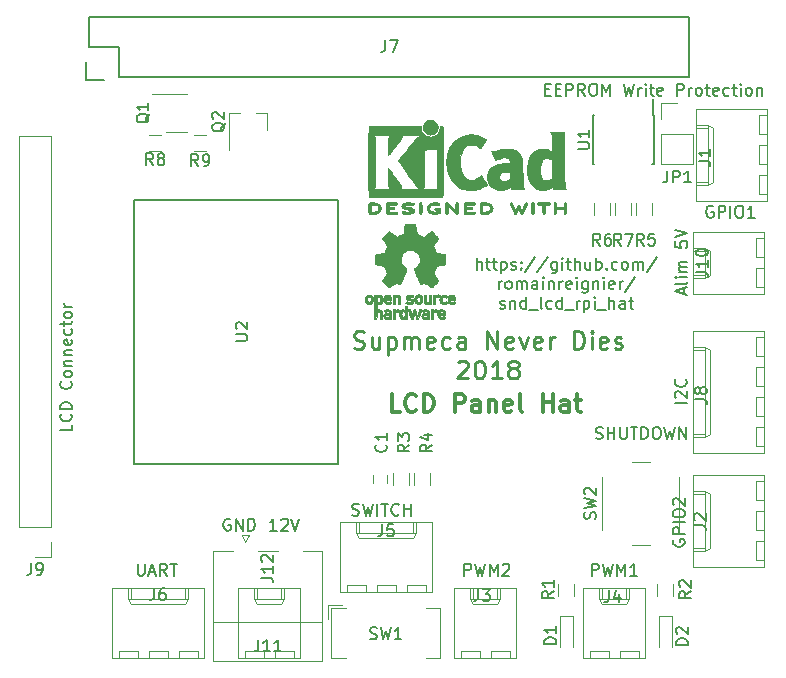
<source format=gto>
G04 #@! TF.FileFunction,Legend,Top*
%FSLAX46Y46*%
G04 Gerber Fmt 4.6, Leading zero omitted, Abs format (unit mm)*
G04 Created by KiCad (PCBNEW 4.0.7-e2-6376~58~ubuntu16.04.1) date Mon Mar 19 23:41:14 2018*
%MOMM*%
%LPD*%
G01*
G04 APERTURE LIST*
%ADD10C,0.100000*%
%ADD11C,0.150000*%
%ADD12C,0.300000*%
%ADD13C,0.250000*%
%ADD14C,0.120000*%
%ADD15C,0.010000*%
G04 APERTURE END LIST*
D10*
D11*
X154734571Y-89480381D02*
X154734571Y-88480381D01*
X155163143Y-89480381D02*
X155163143Y-88956571D01*
X155115524Y-88861333D01*
X155020286Y-88813714D01*
X154877428Y-88813714D01*
X154782190Y-88861333D01*
X154734571Y-88908952D01*
X155496476Y-88813714D02*
X155877428Y-88813714D01*
X155639333Y-88480381D02*
X155639333Y-89337524D01*
X155686952Y-89432762D01*
X155782190Y-89480381D01*
X155877428Y-89480381D01*
X156067905Y-88813714D02*
X156448857Y-88813714D01*
X156210762Y-88480381D02*
X156210762Y-89337524D01*
X156258381Y-89432762D01*
X156353619Y-89480381D01*
X156448857Y-89480381D01*
X156782191Y-88813714D02*
X156782191Y-89813714D01*
X156782191Y-88861333D02*
X156877429Y-88813714D01*
X157067906Y-88813714D01*
X157163144Y-88861333D01*
X157210763Y-88908952D01*
X157258382Y-89004190D01*
X157258382Y-89289905D01*
X157210763Y-89385143D01*
X157163144Y-89432762D01*
X157067906Y-89480381D01*
X156877429Y-89480381D01*
X156782191Y-89432762D01*
X157639334Y-89432762D02*
X157734572Y-89480381D01*
X157925048Y-89480381D01*
X158020287Y-89432762D01*
X158067906Y-89337524D01*
X158067906Y-89289905D01*
X158020287Y-89194667D01*
X157925048Y-89147048D01*
X157782191Y-89147048D01*
X157686953Y-89099429D01*
X157639334Y-89004190D01*
X157639334Y-88956571D01*
X157686953Y-88861333D01*
X157782191Y-88813714D01*
X157925048Y-88813714D01*
X158020287Y-88861333D01*
X158496477Y-89385143D02*
X158544096Y-89432762D01*
X158496477Y-89480381D01*
X158448858Y-89432762D01*
X158496477Y-89385143D01*
X158496477Y-89480381D01*
X158496477Y-88861333D02*
X158544096Y-88908952D01*
X158496477Y-88956571D01*
X158448858Y-88908952D01*
X158496477Y-88861333D01*
X158496477Y-88956571D01*
X159686953Y-88432762D02*
X158829810Y-89718476D01*
X160734572Y-88432762D02*
X159877429Y-89718476D01*
X161496477Y-88813714D02*
X161496477Y-89623238D01*
X161448858Y-89718476D01*
X161401239Y-89766095D01*
X161306000Y-89813714D01*
X161163143Y-89813714D01*
X161067905Y-89766095D01*
X161496477Y-89432762D02*
X161401239Y-89480381D01*
X161210762Y-89480381D01*
X161115524Y-89432762D01*
X161067905Y-89385143D01*
X161020286Y-89289905D01*
X161020286Y-89004190D01*
X161067905Y-88908952D01*
X161115524Y-88861333D01*
X161210762Y-88813714D01*
X161401239Y-88813714D01*
X161496477Y-88861333D01*
X161972667Y-89480381D02*
X161972667Y-88813714D01*
X161972667Y-88480381D02*
X161925048Y-88528000D01*
X161972667Y-88575619D01*
X162020286Y-88528000D01*
X161972667Y-88480381D01*
X161972667Y-88575619D01*
X162306000Y-88813714D02*
X162686952Y-88813714D01*
X162448857Y-88480381D02*
X162448857Y-89337524D01*
X162496476Y-89432762D01*
X162591714Y-89480381D01*
X162686952Y-89480381D01*
X163020286Y-89480381D02*
X163020286Y-88480381D01*
X163448858Y-89480381D02*
X163448858Y-88956571D01*
X163401239Y-88861333D01*
X163306001Y-88813714D01*
X163163143Y-88813714D01*
X163067905Y-88861333D01*
X163020286Y-88908952D01*
X164353620Y-88813714D02*
X164353620Y-89480381D01*
X163925048Y-88813714D02*
X163925048Y-89337524D01*
X163972667Y-89432762D01*
X164067905Y-89480381D01*
X164210763Y-89480381D01*
X164306001Y-89432762D01*
X164353620Y-89385143D01*
X164829810Y-89480381D02*
X164829810Y-88480381D01*
X164829810Y-88861333D02*
X164925048Y-88813714D01*
X165115525Y-88813714D01*
X165210763Y-88861333D01*
X165258382Y-88908952D01*
X165306001Y-89004190D01*
X165306001Y-89289905D01*
X165258382Y-89385143D01*
X165210763Y-89432762D01*
X165115525Y-89480381D01*
X164925048Y-89480381D01*
X164829810Y-89432762D01*
X165734572Y-89385143D02*
X165782191Y-89432762D01*
X165734572Y-89480381D01*
X165686953Y-89432762D01*
X165734572Y-89385143D01*
X165734572Y-89480381D01*
X166639334Y-89432762D02*
X166544096Y-89480381D01*
X166353619Y-89480381D01*
X166258381Y-89432762D01*
X166210762Y-89385143D01*
X166163143Y-89289905D01*
X166163143Y-89004190D01*
X166210762Y-88908952D01*
X166258381Y-88861333D01*
X166353619Y-88813714D01*
X166544096Y-88813714D01*
X166639334Y-88861333D01*
X167210762Y-89480381D02*
X167115524Y-89432762D01*
X167067905Y-89385143D01*
X167020286Y-89289905D01*
X167020286Y-89004190D01*
X167067905Y-88908952D01*
X167115524Y-88861333D01*
X167210762Y-88813714D01*
X167353620Y-88813714D01*
X167448858Y-88861333D01*
X167496477Y-88908952D01*
X167544096Y-89004190D01*
X167544096Y-89289905D01*
X167496477Y-89385143D01*
X167448858Y-89432762D01*
X167353620Y-89480381D01*
X167210762Y-89480381D01*
X167972667Y-89480381D02*
X167972667Y-88813714D01*
X167972667Y-88908952D02*
X168020286Y-88861333D01*
X168115524Y-88813714D01*
X168258382Y-88813714D01*
X168353620Y-88861333D01*
X168401239Y-88956571D01*
X168401239Y-89480381D01*
X168401239Y-88956571D02*
X168448858Y-88861333D01*
X168544096Y-88813714D01*
X168686953Y-88813714D01*
X168782191Y-88861333D01*
X168829810Y-88956571D01*
X168829810Y-89480381D01*
X170020286Y-88432762D02*
X169163143Y-89718476D01*
X156591714Y-91130381D02*
X156591714Y-90463714D01*
X156591714Y-90654190D02*
X156639333Y-90558952D01*
X156686952Y-90511333D01*
X156782190Y-90463714D01*
X156877429Y-90463714D01*
X157353619Y-91130381D02*
X157258381Y-91082762D01*
X157210762Y-91035143D01*
X157163143Y-90939905D01*
X157163143Y-90654190D01*
X157210762Y-90558952D01*
X157258381Y-90511333D01*
X157353619Y-90463714D01*
X157496477Y-90463714D01*
X157591715Y-90511333D01*
X157639334Y-90558952D01*
X157686953Y-90654190D01*
X157686953Y-90939905D01*
X157639334Y-91035143D01*
X157591715Y-91082762D01*
X157496477Y-91130381D01*
X157353619Y-91130381D01*
X158115524Y-91130381D02*
X158115524Y-90463714D01*
X158115524Y-90558952D02*
X158163143Y-90511333D01*
X158258381Y-90463714D01*
X158401239Y-90463714D01*
X158496477Y-90511333D01*
X158544096Y-90606571D01*
X158544096Y-91130381D01*
X158544096Y-90606571D02*
X158591715Y-90511333D01*
X158686953Y-90463714D01*
X158829810Y-90463714D01*
X158925048Y-90511333D01*
X158972667Y-90606571D01*
X158972667Y-91130381D01*
X159877429Y-91130381D02*
X159877429Y-90606571D01*
X159829810Y-90511333D01*
X159734572Y-90463714D01*
X159544095Y-90463714D01*
X159448857Y-90511333D01*
X159877429Y-91082762D02*
X159782191Y-91130381D01*
X159544095Y-91130381D01*
X159448857Y-91082762D01*
X159401238Y-90987524D01*
X159401238Y-90892286D01*
X159448857Y-90797048D01*
X159544095Y-90749429D01*
X159782191Y-90749429D01*
X159877429Y-90701810D01*
X160353619Y-91130381D02*
X160353619Y-90463714D01*
X160353619Y-90130381D02*
X160306000Y-90178000D01*
X160353619Y-90225619D01*
X160401238Y-90178000D01*
X160353619Y-90130381D01*
X160353619Y-90225619D01*
X160829809Y-90463714D02*
X160829809Y-91130381D01*
X160829809Y-90558952D02*
X160877428Y-90511333D01*
X160972666Y-90463714D01*
X161115524Y-90463714D01*
X161210762Y-90511333D01*
X161258381Y-90606571D01*
X161258381Y-91130381D01*
X161734571Y-91130381D02*
X161734571Y-90463714D01*
X161734571Y-90654190D02*
X161782190Y-90558952D01*
X161829809Y-90511333D01*
X161925047Y-90463714D01*
X162020286Y-90463714D01*
X162734572Y-91082762D02*
X162639334Y-91130381D01*
X162448857Y-91130381D01*
X162353619Y-91082762D01*
X162306000Y-90987524D01*
X162306000Y-90606571D01*
X162353619Y-90511333D01*
X162448857Y-90463714D01*
X162639334Y-90463714D01*
X162734572Y-90511333D01*
X162782191Y-90606571D01*
X162782191Y-90701810D01*
X162306000Y-90797048D01*
X163210762Y-91130381D02*
X163210762Y-90463714D01*
X163210762Y-90130381D02*
X163163143Y-90178000D01*
X163210762Y-90225619D01*
X163258381Y-90178000D01*
X163210762Y-90130381D01*
X163210762Y-90225619D01*
X164115524Y-90463714D02*
X164115524Y-91273238D01*
X164067905Y-91368476D01*
X164020286Y-91416095D01*
X163925047Y-91463714D01*
X163782190Y-91463714D01*
X163686952Y-91416095D01*
X164115524Y-91082762D02*
X164020286Y-91130381D01*
X163829809Y-91130381D01*
X163734571Y-91082762D01*
X163686952Y-91035143D01*
X163639333Y-90939905D01*
X163639333Y-90654190D01*
X163686952Y-90558952D01*
X163734571Y-90511333D01*
X163829809Y-90463714D01*
X164020286Y-90463714D01*
X164115524Y-90511333D01*
X164591714Y-90463714D02*
X164591714Y-91130381D01*
X164591714Y-90558952D02*
X164639333Y-90511333D01*
X164734571Y-90463714D01*
X164877429Y-90463714D01*
X164972667Y-90511333D01*
X165020286Y-90606571D01*
X165020286Y-91130381D01*
X165496476Y-91130381D02*
X165496476Y-90463714D01*
X165496476Y-90130381D02*
X165448857Y-90178000D01*
X165496476Y-90225619D01*
X165544095Y-90178000D01*
X165496476Y-90130381D01*
X165496476Y-90225619D01*
X166353619Y-91082762D02*
X166258381Y-91130381D01*
X166067904Y-91130381D01*
X165972666Y-91082762D01*
X165925047Y-90987524D01*
X165925047Y-90606571D01*
X165972666Y-90511333D01*
X166067904Y-90463714D01*
X166258381Y-90463714D01*
X166353619Y-90511333D01*
X166401238Y-90606571D01*
X166401238Y-90701810D01*
X165925047Y-90797048D01*
X166829809Y-91130381D02*
X166829809Y-90463714D01*
X166829809Y-90654190D02*
X166877428Y-90558952D01*
X166925047Y-90511333D01*
X167020285Y-90463714D01*
X167115524Y-90463714D01*
X168163143Y-90082762D02*
X167306000Y-91368476D01*
X156710761Y-92732762D02*
X156805999Y-92780381D01*
X156996475Y-92780381D01*
X157091714Y-92732762D01*
X157139333Y-92637524D01*
X157139333Y-92589905D01*
X157091714Y-92494667D01*
X156996475Y-92447048D01*
X156853618Y-92447048D01*
X156758380Y-92399429D01*
X156710761Y-92304190D01*
X156710761Y-92256571D01*
X156758380Y-92161333D01*
X156853618Y-92113714D01*
X156996475Y-92113714D01*
X157091714Y-92161333D01*
X157567904Y-92113714D02*
X157567904Y-92780381D01*
X157567904Y-92208952D02*
X157615523Y-92161333D01*
X157710761Y-92113714D01*
X157853619Y-92113714D01*
X157948857Y-92161333D01*
X157996476Y-92256571D01*
X157996476Y-92780381D01*
X158901238Y-92780381D02*
X158901238Y-91780381D01*
X158901238Y-92732762D02*
X158806000Y-92780381D01*
X158615523Y-92780381D01*
X158520285Y-92732762D01*
X158472666Y-92685143D01*
X158425047Y-92589905D01*
X158425047Y-92304190D01*
X158472666Y-92208952D01*
X158520285Y-92161333D01*
X158615523Y-92113714D01*
X158806000Y-92113714D01*
X158901238Y-92161333D01*
X159139333Y-92875619D02*
X159901238Y-92875619D01*
X160282190Y-92780381D02*
X160186952Y-92732762D01*
X160139333Y-92637524D01*
X160139333Y-91780381D01*
X161091715Y-92732762D02*
X160996477Y-92780381D01*
X160806000Y-92780381D01*
X160710762Y-92732762D01*
X160663143Y-92685143D01*
X160615524Y-92589905D01*
X160615524Y-92304190D01*
X160663143Y-92208952D01*
X160710762Y-92161333D01*
X160806000Y-92113714D01*
X160996477Y-92113714D01*
X161091715Y-92161333D01*
X161948858Y-92780381D02*
X161948858Y-91780381D01*
X161948858Y-92732762D02*
X161853620Y-92780381D01*
X161663143Y-92780381D01*
X161567905Y-92732762D01*
X161520286Y-92685143D01*
X161472667Y-92589905D01*
X161472667Y-92304190D01*
X161520286Y-92208952D01*
X161567905Y-92161333D01*
X161663143Y-92113714D01*
X161853620Y-92113714D01*
X161948858Y-92161333D01*
X162186953Y-92875619D02*
X162948858Y-92875619D01*
X163186953Y-92780381D02*
X163186953Y-92113714D01*
X163186953Y-92304190D02*
X163234572Y-92208952D01*
X163282191Y-92161333D01*
X163377429Y-92113714D01*
X163472668Y-92113714D01*
X163806001Y-92113714D02*
X163806001Y-93113714D01*
X163806001Y-92161333D02*
X163901239Y-92113714D01*
X164091716Y-92113714D01*
X164186954Y-92161333D01*
X164234573Y-92208952D01*
X164282192Y-92304190D01*
X164282192Y-92589905D01*
X164234573Y-92685143D01*
X164186954Y-92732762D01*
X164091716Y-92780381D01*
X163901239Y-92780381D01*
X163806001Y-92732762D01*
X164710763Y-92780381D02*
X164710763Y-92113714D01*
X164710763Y-91780381D02*
X164663144Y-91828000D01*
X164710763Y-91875619D01*
X164758382Y-91828000D01*
X164710763Y-91780381D01*
X164710763Y-91875619D01*
X164948858Y-92875619D02*
X165710763Y-92875619D01*
X165948858Y-92780381D02*
X165948858Y-91780381D01*
X166377430Y-92780381D02*
X166377430Y-92256571D01*
X166329811Y-92161333D01*
X166234573Y-92113714D01*
X166091715Y-92113714D01*
X165996477Y-92161333D01*
X165948858Y-92208952D01*
X167282192Y-92780381D02*
X167282192Y-92256571D01*
X167234573Y-92161333D01*
X167139335Y-92113714D01*
X166948858Y-92113714D01*
X166853620Y-92161333D01*
X167282192Y-92732762D02*
X167186954Y-92780381D01*
X166948858Y-92780381D01*
X166853620Y-92732762D01*
X166806001Y-92637524D01*
X166806001Y-92542286D01*
X166853620Y-92447048D01*
X166948858Y-92399429D01*
X167186954Y-92399429D01*
X167282192Y-92351810D01*
X167615525Y-92113714D02*
X167996477Y-92113714D01*
X167758382Y-91780381D02*
X167758382Y-92637524D01*
X167806001Y-92732762D01*
X167901239Y-92780381D01*
X167996477Y-92780381D01*
X164822667Y-103782762D02*
X164965524Y-103830381D01*
X165203620Y-103830381D01*
X165298858Y-103782762D01*
X165346477Y-103735143D01*
X165394096Y-103639905D01*
X165394096Y-103544667D01*
X165346477Y-103449429D01*
X165298858Y-103401810D01*
X165203620Y-103354190D01*
X165013143Y-103306571D01*
X164917905Y-103258952D01*
X164870286Y-103211333D01*
X164822667Y-103116095D01*
X164822667Y-103020857D01*
X164870286Y-102925619D01*
X164917905Y-102878000D01*
X165013143Y-102830381D01*
X165251239Y-102830381D01*
X165394096Y-102878000D01*
X165822667Y-103830381D02*
X165822667Y-102830381D01*
X165822667Y-103306571D02*
X166394096Y-103306571D01*
X166394096Y-103830381D02*
X166394096Y-102830381D01*
X166870286Y-102830381D02*
X166870286Y-103639905D01*
X166917905Y-103735143D01*
X166965524Y-103782762D01*
X167060762Y-103830381D01*
X167251239Y-103830381D01*
X167346477Y-103782762D01*
X167394096Y-103735143D01*
X167441715Y-103639905D01*
X167441715Y-102830381D01*
X167775048Y-102830381D02*
X168346477Y-102830381D01*
X168060762Y-103830381D02*
X168060762Y-102830381D01*
X168679810Y-103830381D02*
X168679810Y-102830381D01*
X168917905Y-102830381D01*
X169060763Y-102878000D01*
X169156001Y-102973238D01*
X169203620Y-103068476D01*
X169251239Y-103258952D01*
X169251239Y-103401810D01*
X169203620Y-103592286D01*
X169156001Y-103687524D01*
X169060763Y-103782762D01*
X168917905Y-103830381D01*
X168679810Y-103830381D01*
X169870286Y-102830381D02*
X170060763Y-102830381D01*
X170156001Y-102878000D01*
X170251239Y-102973238D01*
X170298858Y-103163714D01*
X170298858Y-103497048D01*
X170251239Y-103687524D01*
X170156001Y-103782762D01*
X170060763Y-103830381D01*
X169870286Y-103830381D01*
X169775048Y-103782762D01*
X169679810Y-103687524D01*
X169632191Y-103497048D01*
X169632191Y-103163714D01*
X169679810Y-102973238D01*
X169775048Y-102878000D01*
X169870286Y-102830381D01*
X170632191Y-102830381D02*
X170870286Y-103830381D01*
X171060763Y-103116095D01*
X171251239Y-103830381D01*
X171489334Y-102830381D01*
X171870286Y-103830381D02*
X171870286Y-102830381D01*
X172441715Y-103830381D01*
X172441715Y-102830381D01*
X144185000Y-110259762D02*
X144327857Y-110307381D01*
X144565953Y-110307381D01*
X144661191Y-110259762D01*
X144708810Y-110212143D01*
X144756429Y-110116905D01*
X144756429Y-110021667D01*
X144708810Y-109926429D01*
X144661191Y-109878810D01*
X144565953Y-109831190D01*
X144375476Y-109783571D01*
X144280238Y-109735952D01*
X144232619Y-109688333D01*
X144185000Y-109593095D01*
X144185000Y-109497857D01*
X144232619Y-109402619D01*
X144280238Y-109355000D01*
X144375476Y-109307381D01*
X144613572Y-109307381D01*
X144756429Y-109355000D01*
X145089762Y-109307381D02*
X145327857Y-110307381D01*
X145518334Y-109593095D01*
X145708810Y-110307381D01*
X145946905Y-109307381D01*
X146327857Y-110307381D02*
X146327857Y-109307381D01*
X146661190Y-109307381D02*
X147232619Y-109307381D01*
X146946904Y-110307381D02*
X146946904Y-109307381D01*
X148137381Y-110212143D02*
X148089762Y-110259762D01*
X147946905Y-110307381D01*
X147851667Y-110307381D01*
X147708809Y-110259762D01*
X147613571Y-110164524D01*
X147565952Y-110069286D01*
X147518333Y-109878810D01*
X147518333Y-109735952D01*
X147565952Y-109545476D01*
X147613571Y-109450238D01*
X147708809Y-109355000D01*
X147851667Y-109307381D01*
X147946905Y-109307381D01*
X148089762Y-109355000D01*
X148137381Y-109402619D01*
X148565952Y-110307381D02*
X148565952Y-109307381D01*
X148565952Y-109783571D02*
X149137381Y-109783571D01*
X149137381Y-110307381D02*
X149137381Y-109307381D01*
X153694048Y-115387381D02*
X153694048Y-114387381D01*
X154075001Y-114387381D01*
X154170239Y-114435000D01*
X154217858Y-114482619D01*
X154265477Y-114577857D01*
X154265477Y-114720714D01*
X154217858Y-114815952D01*
X154170239Y-114863571D01*
X154075001Y-114911190D01*
X153694048Y-114911190D01*
X154598810Y-114387381D02*
X154836905Y-115387381D01*
X155027382Y-114673095D01*
X155217858Y-115387381D01*
X155455953Y-114387381D01*
X155836905Y-115387381D02*
X155836905Y-114387381D01*
X156170239Y-115101667D01*
X156503572Y-114387381D01*
X156503572Y-115387381D01*
X156932143Y-114482619D02*
X156979762Y-114435000D01*
X157075000Y-114387381D01*
X157313096Y-114387381D01*
X157408334Y-114435000D01*
X157455953Y-114482619D01*
X157503572Y-114577857D01*
X157503572Y-114673095D01*
X157455953Y-114815952D01*
X156884524Y-115387381D01*
X157503572Y-115387381D01*
X164489048Y-115387381D02*
X164489048Y-114387381D01*
X164870001Y-114387381D01*
X164965239Y-114435000D01*
X165012858Y-114482619D01*
X165060477Y-114577857D01*
X165060477Y-114720714D01*
X165012858Y-114815952D01*
X164965239Y-114863571D01*
X164870001Y-114911190D01*
X164489048Y-114911190D01*
X165393810Y-114387381D02*
X165631905Y-115387381D01*
X165822382Y-114673095D01*
X166012858Y-115387381D01*
X166250953Y-114387381D01*
X166631905Y-115387381D02*
X166631905Y-114387381D01*
X166965239Y-115101667D01*
X167298572Y-114387381D01*
X167298572Y-115387381D01*
X168298572Y-115387381D02*
X167727143Y-115387381D01*
X168012857Y-115387381D02*
X168012857Y-114387381D01*
X167917619Y-114530238D01*
X167822381Y-114625476D01*
X167727143Y-114673095D01*
X126039762Y-114387381D02*
X126039762Y-115196905D01*
X126087381Y-115292143D01*
X126135000Y-115339762D01*
X126230238Y-115387381D01*
X126420715Y-115387381D01*
X126515953Y-115339762D01*
X126563572Y-115292143D01*
X126611191Y-115196905D01*
X126611191Y-114387381D01*
X127039762Y-115101667D02*
X127515953Y-115101667D01*
X126944524Y-115387381D02*
X127277857Y-114387381D01*
X127611191Y-115387381D01*
X128515953Y-115387381D02*
X128182619Y-114911190D01*
X127944524Y-115387381D02*
X127944524Y-114387381D01*
X128325477Y-114387381D01*
X128420715Y-114435000D01*
X128468334Y-114482619D01*
X128515953Y-114577857D01*
X128515953Y-114720714D01*
X128468334Y-114815952D01*
X128420715Y-114863571D01*
X128325477Y-114911190D01*
X127944524Y-114911190D01*
X128801667Y-114387381D02*
X129373096Y-114387381D01*
X129087381Y-115387381D02*
X129087381Y-114387381D01*
X120467381Y-102623334D02*
X120467381Y-103099525D01*
X119467381Y-103099525D01*
X120372143Y-101718572D02*
X120419762Y-101766191D01*
X120467381Y-101909048D01*
X120467381Y-102004286D01*
X120419762Y-102147144D01*
X120324524Y-102242382D01*
X120229286Y-102290001D01*
X120038810Y-102337620D01*
X119895952Y-102337620D01*
X119705476Y-102290001D01*
X119610238Y-102242382D01*
X119515000Y-102147144D01*
X119467381Y-102004286D01*
X119467381Y-101909048D01*
X119515000Y-101766191D01*
X119562619Y-101718572D01*
X120467381Y-101290001D02*
X119467381Y-101290001D01*
X119467381Y-101051906D01*
X119515000Y-100909048D01*
X119610238Y-100813810D01*
X119705476Y-100766191D01*
X119895952Y-100718572D01*
X120038810Y-100718572D01*
X120229286Y-100766191D01*
X120324524Y-100813810D01*
X120419762Y-100909048D01*
X120467381Y-101051906D01*
X120467381Y-101290001D01*
X120372143Y-98956667D02*
X120419762Y-99004286D01*
X120467381Y-99147143D01*
X120467381Y-99242381D01*
X120419762Y-99385239D01*
X120324524Y-99480477D01*
X120229286Y-99528096D01*
X120038810Y-99575715D01*
X119895952Y-99575715D01*
X119705476Y-99528096D01*
X119610238Y-99480477D01*
X119515000Y-99385239D01*
X119467381Y-99242381D01*
X119467381Y-99147143D01*
X119515000Y-99004286D01*
X119562619Y-98956667D01*
X120467381Y-98385239D02*
X120419762Y-98480477D01*
X120372143Y-98528096D01*
X120276905Y-98575715D01*
X119991190Y-98575715D01*
X119895952Y-98528096D01*
X119848333Y-98480477D01*
X119800714Y-98385239D01*
X119800714Y-98242381D01*
X119848333Y-98147143D01*
X119895952Y-98099524D01*
X119991190Y-98051905D01*
X120276905Y-98051905D01*
X120372143Y-98099524D01*
X120419762Y-98147143D01*
X120467381Y-98242381D01*
X120467381Y-98385239D01*
X119800714Y-97623334D02*
X120467381Y-97623334D01*
X119895952Y-97623334D02*
X119848333Y-97575715D01*
X119800714Y-97480477D01*
X119800714Y-97337619D01*
X119848333Y-97242381D01*
X119943571Y-97194762D01*
X120467381Y-97194762D01*
X119800714Y-96718572D02*
X120467381Y-96718572D01*
X119895952Y-96718572D02*
X119848333Y-96670953D01*
X119800714Y-96575715D01*
X119800714Y-96432857D01*
X119848333Y-96337619D01*
X119943571Y-96290000D01*
X120467381Y-96290000D01*
X120419762Y-95432857D02*
X120467381Y-95528095D01*
X120467381Y-95718572D01*
X120419762Y-95813810D01*
X120324524Y-95861429D01*
X119943571Y-95861429D01*
X119848333Y-95813810D01*
X119800714Y-95718572D01*
X119800714Y-95528095D01*
X119848333Y-95432857D01*
X119943571Y-95385238D01*
X120038810Y-95385238D01*
X120134048Y-95861429D01*
X120419762Y-94528095D02*
X120467381Y-94623333D01*
X120467381Y-94813810D01*
X120419762Y-94909048D01*
X120372143Y-94956667D01*
X120276905Y-95004286D01*
X119991190Y-95004286D01*
X119895952Y-94956667D01*
X119848333Y-94909048D01*
X119800714Y-94813810D01*
X119800714Y-94623333D01*
X119848333Y-94528095D01*
X119800714Y-94242381D02*
X119800714Y-93861429D01*
X119467381Y-94099524D02*
X120324524Y-94099524D01*
X120419762Y-94051905D01*
X120467381Y-93956667D01*
X120467381Y-93861429D01*
X120467381Y-93385238D02*
X120419762Y-93480476D01*
X120372143Y-93528095D01*
X120276905Y-93575714D01*
X119991190Y-93575714D01*
X119895952Y-93528095D01*
X119848333Y-93480476D01*
X119800714Y-93385238D01*
X119800714Y-93242380D01*
X119848333Y-93147142D01*
X119895952Y-93099523D01*
X119991190Y-93051904D01*
X120276905Y-93051904D01*
X120372143Y-93099523D01*
X120419762Y-93147142D01*
X120467381Y-93242380D01*
X120467381Y-93385238D01*
X120467381Y-92623333D02*
X119800714Y-92623333D01*
X119991190Y-92623333D02*
X119895952Y-92575714D01*
X119848333Y-92528095D01*
X119800714Y-92432857D01*
X119800714Y-92337618D01*
X133858096Y-110625000D02*
X133762858Y-110577381D01*
X133620001Y-110577381D01*
X133477143Y-110625000D01*
X133381905Y-110720238D01*
X133334286Y-110815476D01*
X133286667Y-111005952D01*
X133286667Y-111148810D01*
X133334286Y-111339286D01*
X133381905Y-111434524D01*
X133477143Y-111529762D01*
X133620001Y-111577381D01*
X133715239Y-111577381D01*
X133858096Y-111529762D01*
X133905715Y-111482143D01*
X133905715Y-111148810D01*
X133715239Y-111148810D01*
X134334286Y-111577381D02*
X134334286Y-110577381D01*
X134905715Y-111577381D01*
X134905715Y-110577381D01*
X135381905Y-111577381D02*
X135381905Y-110577381D01*
X135620000Y-110577381D01*
X135762858Y-110625000D01*
X135858096Y-110720238D01*
X135905715Y-110815476D01*
X135953334Y-111005952D01*
X135953334Y-111148810D01*
X135905715Y-111339286D01*
X135858096Y-111434524D01*
X135762858Y-111529762D01*
X135620000Y-111577381D01*
X135381905Y-111577381D01*
X137810953Y-111577381D02*
X137239524Y-111577381D01*
X137525238Y-111577381D02*
X137525238Y-110577381D01*
X137430000Y-110720238D01*
X137334762Y-110815476D01*
X137239524Y-110863095D01*
X138191905Y-110672619D02*
X138239524Y-110625000D01*
X138334762Y-110577381D01*
X138572858Y-110577381D01*
X138668096Y-110625000D01*
X138715715Y-110672619D01*
X138763334Y-110767857D01*
X138763334Y-110863095D01*
X138715715Y-111005952D01*
X138144286Y-111577381D01*
X138763334Y-111577381D01*
X139049048Y-110577381D02*
X139382381Y-111577381D01*
X139715715Y-110577381D01*
X160506923Y-74223571D02*
X160840257Y-74223571D01*
X160983114Y-74747381D02*
X160506923Y-74747381D01*
X160506923Y-73747381D01*
X160983114Y-73747381D01*
X161411685Y-74223571D02*
X161745019Y-74223571D01*
X161887876Y-74747381D02*
X161411685Y-74747381D01*
X161411685Y-73747381D01*
X161887876Y-73747381D01*
X162316447Y-74747381D02*
X162316447Y-73747381D01*
X162697400Y-73747381D01*
X162792638Y-73795000D01*
X162840257Y-73842619D01*
X162887876Y-73937857D01*
X162887876Y-74080714D01*
X162840257Y-74175952D01*
X162792638Y-74223571D01*
X162697400Y-74271190D01*
X162316447Y-74271190D01*
X163887876Y-74747381D02*
X163554542Y-74271190D01*
X163316447Y-74747381D02*
X163316447Y-73747381D01*
X163697400Y-73747381D01*
X163792638Y-73795000D01*
X163840257Y-73842619D01*
X163887876Y-73937857D01*
X163887876Y-74080714D01*
X163840257Y-74175952D01*
X163792638Y-74223571D01*
X163697400Y-74271190D01*
X163316447Y-74271190D01*
X164506923Y-73747381D02*
X164697400Y-73747381D01*
X164792638Y-73795000D01*
X164887876Y-73890238D01*
X164935495Y-74080714D01*
X164935495Y-74414048D01*
X164887876Y-74604524D01*
X164792638Y-74699762D01*
X164697400Y-74747381D01*
X164506923Y-74747381D01*
X164411685Y-74699762D01*
X164316447Y-74604524D01*
X164268828Y-74414048D01*
X164268828Y-74080714D01*
X164316447Y-73890238D01*
X164411685Y-73795000D01*
X164506923Y-73747381D01*
X165364066Y-74747381D02*
X165364066Y-73747381D01*
X165697400Y-74461667D01*
X166030733Y-73747381D01*
X166030733Y-74747381D01*
X167173590Y-73747381D02*
X167411685Y-74747381D01*
X167602162Y-74033095D01*
X167792638Y-74747381D01*
X168030733Y-73747381D01*
X168411685Y-74747381D02*
X168411685Y-74080714D01*
X168411685Y-74271190D02*
X168459304Y-74175952D01*
X168506923Y-74128333D01*
X168602161Y-74080714D01*
X168697400Y-74080714D01*
X169030733Y-74747381D02*
X169030733Y-74080714D01*
X169030733Y-73747381D02*
X168983114Y-73795000D01*
X169030733Y-73842619D01*
X169078352Y-73795000D01*
X169030733Y-73747381D01*
X169030733Y-73842619D01*
X169364066Y-74080714D02*
X169745018Y-74080714D01*
X169506923Y-73747381D02*
X169506923Y-74604524D01*
X169554542Y-74699762D01*
X169649780Y-74747381D01*
X169745018Y-74747381D01*
X170459305Y-74699762D02*
X170364067Y-74747381D01*
X170173590Y-74747381D01*
X170078352Y-74699762D01*
X170030733Y-74604524D01*
X170030733Y-74223571D01*
X170078352Y-74128333D01*
X170173590Y-74080714D01*
X170364067Y-74080714D01*
X170459305Y-74128333D01*
X170506924Y-74223571D01*
X170506924Y-74318810D01*
X170030733Y-74414048D01*
X171697400Y-74747381D02*
X171697400Y-73747381D01*
X172078353Y-73747381D01*
X172173591Y-73795000D01*
X172221210Y-73842619D01*
X172268829Y-73937857D01*
X172268829Y-74080714D01*
X172221210Y-74175952D01*
X172173591Y-74223571D01*
X172078353Y-74271190D01*
X171697400Y-74271190D01*
X172697400Y-74747381D02*
X172697400Y-74080714D01*
X172697400Y-74271190D02*
X172745019Y-74175952D01*
X172792638Y-74128333D01*
X172887876Y-74080714D01*
X172983115Y-74080714D01*
X173459305Y-74747381D02*
X173364067Y-74699762D01*
X173316448Y-74652143D01*
X173268829Y-74556905D01*
X173268829Y-74271190D01*
X173316448Y-74175952D01*
X173364067Y-74128333D01*
X173459305Y-74080714D01*
X173602163Y-74080714D01*
X173697401Y-74128333D01*
X173745020Y-74175952D01*
X173792639Y-74271190D01*
X173792639Y-74556905D01*
X173745020Y-74652143D01*
X173697401Y-74699762D01*
X173602163Y-74747381D01*
X173459305Y-74747381D01*
X174078353Y-74080714D02*
X174459305Y-74080714D01*
X174221210Y-73747381D02*
X174221210Y-74604524D01*
X174268829Y-74699762D01*
X174364067Y-74747381D01*
X174459305Y-74747381D01*
X175173592Y-74699762D02*
X175078354Y-74747381D01*
X174887877Y-74747381D01*
X174792639Y-74699762D01*
X174745020Y-74604524D01*
X174745020Y-74223571D01*
X174792639Y-74128333D01*
X174887877Y-74080714D01*
X175078354Y-74080714D01*
X175173592Y-74128333D01*
X175221211Y-74223571D01*
X175221211Y-74318810D01*
X174745020Y-74414048D01*
X176078354Y-74699762D02*
X175983116Y-74747381D01*
X175792639Y-74747381D01*
X175697401Y-74699762D01*
X175649782Y-74652143D01*
X175602163Y-74556905D01*
X175602163Y-74271190D01*
X175649782Y-74175952D01*
X175697401Y-74128333D01*
X175792639Y-74080714D01*
X175983116Y-74080714D01*
X176078354Y-74128333D01*
X176364068Y-74080714D02*
X176745020Y-74080714D01*
X176506925Y-73747381D02*
X176506925Y-74604524D01*
X176554544Y-74699762D01*
X176649782Y-74747381D01*
X176745020Y-74747381D01*
X177078354Y-74747381D02*
X177078354Y-74080714D01*
X177078354Y-73747381D02*
X177030735Y-73795000D01*
X177078354Y-73842619D01*
X177125973Y-73795000D01*
X177078354Y-73747381D01*
X177078354Y-73842619D01*
X177697401Y-74747381D02*
X177602163Y-74699762D01*
X177554544Y-74652143D01*
X177506925Y-74556905D01*
X177506925Y-74271190D01*
X177554544Y-74175952D01*
X177602163Y-74128333D01*
X177697401Y-74080714D01*
X177840259Y-74080714D01*
X177935497Y-74128333D01*
X177983116Y-74175952D01*
X178030735Y-74271190D01*
X178030735Y-74556905D01*
X177983116Y-74652143D01*
X177935497Y-74699762D01*
X177840259Y-74747381D01*
X177697401Y-74747381D01*
X178459306Y-74080714D02*
X178459306Y-74747381D01*
X178459306Y-74175952D02*
X178506925Y-74128333D01*
X178602163Y-74080714D01*
X178745021Y-74080714D01*
X178840259Y-74128333D01*
X178887878Y-74223571D01*
X178887878Y-74747381D01*
X174738850Y-84122640D02*
X174643612Y-84075021D01*
X174500755Y-84075021D01*
X174357897Y-84122640D01*
X174262659Y-84217878D01*
X174215040Y-84313116D01*
X174167421Y-84503592D01*
X174167421Y-84646450D01*
X174215040Y-84836926D01*
X174262659Y-84932164D01*
X174357897Y-85027402D01*
X174500755Y-85075021D01*
X174595993Y-85075021D01*
X174738850Y-85027402D01*
X174786469Y-84979783D01*
X174786469Y-84646450D01*
X174595993Y-84646450D01*
X175215040Y-85075021D02*
X175215040Y-84075021D01*
X175595993Y-84075021D01*
X175691231Y-84122640D01*
X175738850Y-84170259D01*
X175786469Y-84265497D01*
X175786469Y-84408354D01*
X175738850Y-84503592D01*
X175691231Y-84551211D01*
X175595993Y-84598830D01*
X175215040Y-84598830D01*
X176215040Y-85075021D02*
X176215040Y-84075021D01*
X176881706Y-84075021D02*
X177072183Y-84075021D01*
X177167421Y-84122640D01*
X177262659Y-84217878D01*
X177310278Y-84408354D01*
X177310278Y-84741688D01*
X177262659Y-84932164D01*
X177167421Y-85027402D01*
X177072183Y-85075021D01*
X176881706Y-85075021D01*
X176786468Y-85027402D01*
X176691230Y-84932164D01*
X176643611Y-84741688D01*
X176643611Y-84408354D01*
X176691230Y-84217878D01*
X176786468Y-84122640D01*
X176881706Y-84075021D01*
X178262659Y-85075021D02*
X177691230Y-85075021D01*
X177976944Y-85075021D02*
X177976944Y-84075021D01*
X177881706Y-84217878D01*
X177786468Y-84313116D01*
X177691230Y-84360735D01*
X172277067Y-91570156D02*
X172277067Y-91093965D01*
X172562781Y-91665394D02*
X171562781Y-91332061D01*
X172562781Y-90998727D01*
X172562781Y-90522537D02*
X172515162Y-90617775D01*
X172419924Y-90665394D01*
X171562781Y-90665394D01*
X172562781Y-90141584D02*
X171896114Y-90141584D01*
X171562781Y-90141584D02*
X171610400Y-90189203D01*
X171658019Y-90141584D01*
X171610400Y-90093965D01*
X171562781Y-90141584D01*
X171658019Y-90141584D01*
X172562781Y-89665394D02*
X171896114Y-89665394D01*
X171991352Y-89665394D02*
X171943733Y-89617775D01*
X171896114Y-89522537D01*
X171896114Y-89379679D01*
X171943733Y-89284441D01*
X172038971Y-89236822D01*
X172562781Y-89236822D01*
X172038971Y-89236822D02*
X171943733Y-89189203D01*
X171896114Y-89093965D01*
X171896114Y-88951108D01*
X171943733Y-88855870D01*
X172038971Y-88808251D01*
X172562781Y-88808251D01*
X171562781Y-87093965D02*
X171562781Y-87570156D01*
X172038971Y-87617775D01*
X171991352Y-87570156D01*
X171943733Y-87474918D01*
X171943733Y-87236822D01*
X171991352Y-87141584D01*
X172038971Y-87093965D01*
X172134210Y-87046346D01*
X172372305Y-87046346D01*
X172467543Y-87093965D01*
X172515162Y-87141584D01*
X172562781Y-87236822D01*
X172562781Y-87474918D01*
X172515162Y-87570156D01*
X172467543Y-87617775D01*
X171562781Y-86760632D02*
X172562781Y-86427299D01*
X171562781Y-86093965D01*
X172506901Y-100777870D02*
X171506901Y-100777870D01*
X171602139Y-100349299D02*
X171554520Y-100301680D01*
X171506901Y-100206442D01*
X171506901Y-99968346D01*
X171554520Y-99873108D01*
X171602139Y-99825489D01*
X171697377Y-99777870D01*
X171792615Y-99777870D01*
X171935472Y-99825489D01*
X172506901Y-100396918D01*
X172506901Y-99777870D01*
X172411663Y-98777870D02*
X172459282Y-98825489D01*
X172506901Y-98968346D01*
X172506901Y-99063584D01*
X172459282Y-99206442D01*
X172364044Y-99301680D01*
X172268806Y-99349299D01*
X172078330Y-99396918D01*
X171935472Y-99396918D01*
X171744996Y-99349299D01*
X171649758Y-99301680D01*
X171554520Y-99206442D01*
X171506901Y-99063584D01*
X171506901Y-98968346D01*
X171554520Y-98825489D01*
X171602139Y-98777870D01*
X171391960Y-112362430D02*
X171344341Y-112457668D01*
X171344341Y-112600525D01*
X171391960Y-112743383D01*
X171487198Y-112838621D01*
X171582436Y-112886240D01*
X171772912Y-112933859D01*
X171915770Y-112933859D01*
X172106246Y-112886240D01*
X172201484Y-112838621D01*
X172296722Y-112743383D01*
X172344341Y-112600525D01*
X172344341Y-112505287D01*
X172296722Y-112362430D01*
X172249103Y-112314811D01*
X171915770Y-112314811D01*
X171915770Y-112505287D01*
X172344341Y-111886240D02*
X171344341Y-111886240D01*
X171344341Y-111505287D01*
X171391960Y-111410049D01*
X171439579Y-111362430D01*
X171534817Y-111314811D01*
X171677674Y-111314811D01*
X171772912Y-111362430D01*
X171820531Y-111410049D01*
X171868150Y-111505287D01*
X171868150Y-111886240D01*
X172344341Y-110886240D02*
X171344341Y-110886240D01*
X171344341Y-110219574D02*
X171344341Y-110029097D01*
X171391960Y-109933859D01*
X171487198Y-109838621D01*
X171677674Y-109791002D01*
X172011008Y-109791002D01*
X172201484Y-109838621D01*
X172296722Y-109933859D01*
X172344341Y-110029097D01*
X172344341Y-110219574D01*
X172296722Y-110314812D01*
X172201484Y-110410050D01*
X172011008Y-110457669D01*
X171677674Y-110457669D01*
X171487198Y-110410050D01*
X171391960Y-110314812D01*
X171344341Y-110219574D01*
X171439579Y-109410050D02*
X171391960Y-109362431D01*
X171344341Y-109267193D01*
X171344341Y-109029097D01*
X171391960Y-108933859D01*
X171439579Y-108886240D01*
X171534817Y-108838621D01*
X171630055Y-108838621D01*
X171772912Y-108886240D01*
X172344341Y-109457669D01*
X172344341Y-108838621D01*
D12*
X148233715Y-101516571D02*
X147519429Y-101516571D01*
X147519429Y-100016571D01*
X149590858Y-101373714D02*
X149519429Y-101445143D01*
X149305143Y-101516571D01*
X149162286Y-101516571D01*
X148948001Y-101445143D01*
X148805143Y-101302286D01*
X148733715Y-101159429D01*
X148662286Y-100873714D01*
X148662286Y-100659429D01*
X148733715Y-100373714D01*
X148805143Y-100230857D01*
X148948001Y-100088000D01*
X149162286Y-100016571D01*
X149305143Y-100016571D01*
X149519429Y-100088000D01*
X149590858Y-100159429D01*
X150233715Y-101516571D02*
X150233715Y-100016571D01*
X150590858Y-100016571D01*
X150805143Y-100088000D01*
X150948001Y-100230857D01*
X151019429Y-100373714D01*
X151090858Y-100659429D01*
X151090858Y-100873714D01*
X151019429Y-101159429D01*
X150948001Y-101302286D01*
X150805143Y-101445143D01*
X150590858Y-101516571D01*
X150233715Y-101516571D01*
X152876572Y-101516571D02*
X152876572Y-100016571D01*
X153448000Y-100016571D01*
X153590858Y-100088000D01*
X153662286Y-100159429D01*
X153733715Y-100302286D01*
X153733715Y-100516571D01*
X153662286Y-100659429D01*
X153590858Y-100730857D01*
X153448000Y-100802286D01*
X152876572Y-100802286D01*
X155019429Y-101516571D02*
X155019429Y-100730857D01*
X154948000Y-100588000D01*
X154805143Y-100516571D01*
X154519429Y-100516571D01*
X154376572Y-100588000D01*
X155019429Y-101445143D02*
X154876572Y-101516571D01*
X154519429Y-101516571D01*
X154376572Y-101445143D01*
X154305143Y-101302286D01*
X154305143Y-101159429D01*
X154376572Y-101016571D01*
X154519429Y-100945143D01*
X154876572Y-100945143D01*
X155019429Y-100873714D01*
X155733715Y-100516571D02*
X155733715Y-101516571D01*
X155733715Y-100659429D02*
X155805143Y-100588000D01*
X155948001Y-100516571D01*
X156162286Y-100516571D01*
X156305143Y-100588000D01*
X156376572Y-100730857D01*
X156376572Y-101516571D01*
X157662286Y-101445143D02*
X157519429Y-101516571D01*
X157233715Y-101516571D01*
X157090858Y-101445143D01*
X157019429Y-101302286D01*
X157019429Y-100730857D01*
X157090858Y-100588000D01*
X157233715Y-100516571D01*
X157519429Y-100516571D01*
X157662286Y-100588000D01*
X157733715Y-100730857D01*
X157733715Y-100873714D01*
X157019429Y-101016571D01*
X158590858Y-101516571D02*
X158448000Y-101445143D01*
X158376572Y-101302286D01*
X158376572Y-100016571D01*
X160305143Y-101516571D02*
X160305143Y-100016571D01*
X160305143Y-100730857D02*
X161162286Y-100730857D01*
X161162286Y-101516571D02*
X161162286Y-100016571D01*
X162519429Y-101516571D02*
X162519429Y-100730857D01*
X162448000Y-100588000D01*
X162305143Y-100516571D01*
X162019429Y-100516571D01*
X161876572Y-100588000D01*
X162519429Y-101445143D02*
X162376572Y-101516571D01*
X162019429Y-101516571D01*
X161876572Y-101445143D01*
X161805143Y-101302286D01*
X161805143Y-101159429D01*
X161876572Y-101016571D01*
X162019429Y-100945143D01*
X162376572Y-100945143D01*
X162519429Y-100873714D01*
X163019429Y-100516571D02*
X163590858Y-100516571D01*
X163233715Y-100016571D02*
X163233715Y-101302286D01*
X163305143Y-101445143D01*
X163448001Y-101516571D01*
X163590858Y-101516571D01*
D13*
X144344858Y-96131143D02*
X144559144Y-96202571D01*
X144916287Y-96202571D01*
X145059144Y-96131143D01*
X145130573Y-96059714D01*
X145202001Y-95916857D01*
X145202001Y-95774000D01*
X145130573Y-95631143D01*
X145059144Y-95559714D01*
X144916287Y-95488286D01*
X144630573Y-95416857D01*
X144487715Y-95345429D01*
X144416287Y-95274000D01*
X144344858Y-95131143D01*
X144344858Y-94988286D01*
X144416287Y-94845429D01*
X144487715Y-94774000D01*
X144630573Y-94702571D01*
X144987715Y-94702571D01*
X145202001Y-94774000D01*
X146487715Y-95202571D02*
X146487715Y-96202571D01*
X145844858Y-95202571D02*
X145844858Y-95988286D01*
X145916286Y-96131143D01*
X146059144Y-96202571D01*
X146273429Y-96202571D01*
X146416286Y-96131143D01*
X146487715Y-96059714D01*
X147202001Y-95202571D02*
X147202001Y-96702571D01*
X147202001Y-95274000D02*
X147344858Y-95202571D01*
X147630572Y-95202571D01*
X147773429Y-95274000D01*
X147844858Y-95345429D01*
X147916287Y-95488286D01*
X147916287Y-95916857D01*
X147844858Y-96059714D01*
X147773429Y-96131143D01*
X147630572Y-96202571D01*
X147344858Y-96202571D01*
X147202001Y-96131143D01*
X148559144Y-96202571D02*
X148559144Y-95202571D01*
X148559144Y-95345429D02*
X148630572Y-95274000D01*
X148773430Y-95202571D01*
X148987715Y-95202571D01*
X149130572Y-95274000D01*
X149202001Y-95416857D01*
X149202001Y-96202571D01*
X149202001Y-95416857D02*
X149273430Y-95274000D01*
X149416287Y-95202571D01*
X149630572Y-95202571D01*
X149773430Y-95274000D01*
X149844858Y-95416857D01*
X149844858Y-96202571D01*
X151130572Y-96131143D02*
X150987715Y-96202571D01*
X150702001Y-96202571D01*
X150559144Y-96131143D01*
X150487715Y-95988286D01*
X150487715Y-95416857D01*
X150559144Y-95274000D01*
X150702001Y-95202571D01*
X150987715Y-95202571D01*
X151130572Y-95274000D01*
X151202001Y-95416857D01*
X151202001Y-95559714D01*
X150487715Y-95702571D01*
X152487715Y-96131143D02*
X152344858Y-96202571D01*
X152059144Y-96202571D01*
X151916286Y-96131143D01*
X151844858Y-96059714D01*
X151773429Y-95916857D01*
X151773429Y-95488286D01*
X151844858Y-95345429D01*
X151916286Y-95274000D01*
X152059144Y-95202571D01*
X152344858Y-95202571D01*
X152487715Y-95274000D01*
X153773429Y-96202571D02*
X153773429Y-95416857D01*
X153702000Y-95274000D01*
X153559143Y-95202571D01*
X153273429Y-95202571D01*
X153130572Y-95274000D01*
X153773429Y-96131143D02*
X153630572Y-96202571D01*
X153273429Y-96202571D01*
X153130572Y-96131143D01*
X153059143Y-95988286D01*
X153059143Y-95845429D01*
X153130572Y-95702571D01*
X153273429Y-95631143D01*
X153630572Y-95631143D01*
X153773429Y-95559714D01*
X155630572Y-96202571D02*
X155630572Y-94702571D01*
X156487715Y-96202571D01*
X156487715Y-94702571D01*
X157773429Y-96131143D02*
X157630572Y-96202571D01*
X157344858Y-96202571D01*
X157202001Y-96131143D01*
X157130572Y-95988286D01*
X157130572Y-95416857D01*
X157202001Y-95274000D01*
X157344858Y-95202571D01*
X157630572Y-95202571D01*
X157773429Y-95274000D01*
X157844858Y-95416857D01*
X157844858Y-95559714D01*
X157130572Y-95702571D01*
X158344858Y-95202571D02*
X158702001Y-96202571D01*
X159059143Y-95202571D01*
X160202000Y-96131143D02*
X160059143Y-96202571D01*
X159773429Y-96202571D01*
X159630572Y-96131143D01*
X159559143Y-95988286D01*
X159559143Y-95416857D01*
X159630572Y-95274000D01*
X159773429Y-95202571D01*
X160059143Y-95202571D01*
X160202000Y-95274000D01*
X160273429Y-95416857D01*
X160273429Y-95559714D01*
X159559143Y-95702571D01*
X160916286Y-96202571D02*
X160916286Y-95202571D01*
X160916286Y-95488286D02*
X160987714Y-95345429D01*
X161059143Y-95274000D01*
X161202000Y-95202571D01*
X161344857Y-95202571D01*
X162987714Y-96202571D02*
X162987714Y-94702571D01*
X163344857Y-94702571D01*
X163559142Y-94774000D01*
X163702000Y-94916857D01*
X163773428Y-95059714D01*
X163844857Y-95345429D01*
X163844857Y-95559714D01*
X163773428Y-95845429D01*
X163702000Y-95988286D01*
X163559142Y-96131143D01*
X163344857Y-96202571D01*
X162987714Y-96202571D01*
X164487714Y-96202571D02*
X164487714Y-95202571D01*
X164487714Y-94702571D02*
X164416285Y-94774000D01*
X164487714Y-94845429D01*
X164559142Y-94774000D01*
X164487714Y-94702571D01*
X164487714Y-94845429D01*
X165773428Y-96131143D02*
X165630571Y-96202571D01*
X165344857Y-96202571D01*
X165202000Y-96131143D01*
X165130571Y-95988286D01*
X165130571Y-95416857D01*
X165202000Y-95274000D01*
X165344857Y-95202571D01*
X165630571Y-95202571D01*
X165773428Y-95274000D01*
X165844857Y-95416857D01*
X165844857Y-95559714D01*
X165130571Y-95702571D01*
X166416285Y-96131143D02*
X166559142Y-96202571D01*
X166844857Y-96202571D01*
X166987714Y-96131143D01*
X167059142Y-95988286D01*
X167059142Y-95916857D01*
X166987714Y-95774000D01*
X166844857Y-95702571D01*
X166630571Y-95702571D01*
X166487714Y-95631143D01*
X166416285Y-95488286D01*
X166416285Y-95416857D01*
X166487714Y-95274000D01*
X166630571Y-95202571D01*
X166844857Y-95202571D01*
X166987714Y-95274000D01*
X153130572Y-97345429D02*
X153202001Y-97274000D01*
X153344858Y-97202571D01*
X153702001Y-97202571D01*
X153844858Y-97274000D01*
X153916287Y-97345429D01*
X153987715Y-97488286D01*
X153987715Y-97631143D01*
X153916287Y-97845429D01*
X153059144Y-98702571D01*
X153987715Y-98702571D01*
X154916286Y-97202571D02*
X155059143Y-97202571D01*
X155202000Y-97274000D01*
X155273429Y-97345429D01*
X155344858Y-97488286D01*
X155416286Y-97774000D01*
X155416286Y-98131143D01*
X155344858Y-98416857D01*
X155273429Y-98559714D01*
X155202000Y-98631143D01*
X155059143Y-98702571D01*
X154916286Y-98702571D01*
X154773429Y-98631143D01*
X154702000Y-98559714D01*
X154630572Y-98416857D01*
X154559143Y-98131143D01*
X154559143Y-97774000D01*
X154630572Y-97488286D01*
X154702000Y-97345429D01*
X154773429Y-97274000D01*
X154916286Y-97202571D01*
X156844857Y-98702571D02*
X155987714Y-98702571D01*
X156416286Y-98702571D02*
X156416286Y-97202571D01*
X156273429Y-97416857D01*
X156130571Y-97559714D01*
X155987714Y-97631143D01*
X157702000Y-97845429D02*
X157559142Y-97774000D01*
X157487714Y-97702571D01*
X157416285Y-97559714D01*
X157416285Y-97488286D01*
X157487714Y-97345429D01*
X157559142Y-97274000D01*
X157702000Y-97202571D01*
X157987714Y-97202571D01*
X158130571Y-97274000D01*
X158202000Y-97345429D01*
X158273428Y-97488286D01*
X158273428Y-97559714D01*
X158202000Y-97702571D01*
X158130571Y-97774000D01*
X157987714Y-97845429D01*
X157702000Y-97845429D01*
X157559142Y-97916857D01*
X157487714Y-97988286D01*
X157416285Y-98131143D01*
X157416285Y-98416857D01*
X157487714Y-98559714D01*
X157559142Y-98631143D01*
X157702000Y-98702571D01*
X157987714Y-98702571D01*
X158130571Y-98631143D01*
X158202000Y-98559714D01*
X158273428Y-98416857D01*
X158273428Y-98131143D01*
X158202000Y-97988286D01*
X158130571Y-97916857D01*
X157987714Y-97845429D01*
D11*
X125730000Y-83566000D02*
X143002000Y-83566000D01*
X143002000Y-83566000D02*
X143002000Y-105918000D01*
X143002000Y-105918000D02*
X125730000Y-105918000D01*
X125730000Y-105918000D02*
X125730000Y-83566000D01*
D14*
X147158000Y-106838000D02*
X147158000Y-107538000D01*
X145958000Y-107538000D02*
X145958000Y-106838000D01*
X162856000Y-118850000D02*
X161756000Y-118850000D01*
X161756000Y-118850000D02*
X161756000Y-121450000D01*
X162856000Y-118850000D02*
X162856000Y-121450000D01*
X171238000Y-118850000D02*
X170138000Y-118850000D01*
X170138000Y-118850000D02*
X170138000Y-121450000D01*
X171238000Y-118850000D02*
X171238000Y-121450000D01*
X179296000Y-75846000D02*
X173296000Y-75846000D01*
X173296000Y-75846000D02*
X173296000Y-83666000D01*
X173296000Y-83666000D02*
X179296000Y-83666000D01*
X179296000Y-83666000D02*
X179296000Y-75846000D01*
X173296000Y-77216000D02*
X174296000Y-77216000D01*
X174296000Y-77216000D02*
X174296000Y-82296000D01*
X174296000Y-82296000D02*
X173296000Y-82296000D01*
X174296000Y-77216000D02*
X174726000Y-77466000D01*
X174726000Y-77466000D02*
X174726000Y-82046000D01*
X174726000Y-82046000D02*
X174296000Y-82296000D01*
X173296000Y-77466000D02*
X174296000Y-77466000D01*
X173296000Y-82046000D02*
X174296000Y-82046000D01*
X179296000Y-76416000D02*
X178676000Y-76416000D01*
X178676000Y-76416000D02*
X178676000Y-78016000D01*
X178676000Y-78016000D02*
X179296000Y-78016000D01*
X179296000Y-78956000D02*
X178676000Y-78956000D01*
X178676000Y-78956000D02*
X178676000Y-80556000D01*
X178676000Y-80556000D02*
X179296000Y-80556000D01*
X179296000Y-81496000D02*
X178676000Y-81496000D01*
X178676000Y-81496000D02*
X178676000Y-83096000D01*
X178676000Y-83096000D02*
X179296000Y-83096000D01*
X158088000Y-122400000D02*
X158088000Y-116400000D01*
X158088000Y-116400000D02*
X152808000Y-116400000D01*
X152808000Y-116400000D02*
X152808000Y-122400000D01*
X152808000Y-122400000D02*
X158088000Y-122400000D01*
X156718000Y-116400000D02*
X156718000Y-117400000D01*
X156718000Y-117400000D02*
X154178000Y-117400000D01*
X154178000Y-117400000D02*
X154178000Y-116400000D01*
X156718000Y-117400000D02*
X156468000Y-117830000D01*
X156468000Y-117830000D02*
X154428000Y-117830000D01*
X154428000Y-117830000D02*
X154178000Y-117400000D01*
X156468000Y-116400000D02*
X156468000Y-117400000D01*
X154428000Y-116400000D02*
X154428000Y-117400000D01*
X157518000Y-122400000D02*
X157518000Y-121780000D01*
X157518000Y-121780000D02*
X155918000Y-121780000D01*
X155918000Y-121780000D02*
X155918000Y-122400000D01*
X154978000Y-122400000D02*
X154978000Y-121780000D01*
X154978000Y-121780000D02*
X153378000Y-121780000D01*
X153378000Y-121780000D02*
X153378000Y-122400000D01*
X169010000Y-122400000D02*
X169010000Y-116400000D01*
X169010000Y-116400000D02*
X163730000Y-116400000D01*
X163730000Y-116400000D02*
X163730000Y-122400000D01*
X163730000Y-122400000D02*
X169010000Y-122400000D01*
X167640000Y-116400000D02*
X167640000Y-117400000D01*
X167640000Y-117400000D02*
X165100000Y-117400000D01*
X165100000Y-117400000D02*
X165100000Y-116400000D01*
X167640000Y-117400000D02*
X167390000Y-117830000D01*
X167390000Y-117830000D02*
X165350000Y-117830000D01*
X165350000Y-117830000D02*
X165100000Y-117400000D01*
X167390000Y-116400000D02*
X167390000Y-117400000D01*
X165350000Y-116400000D02*
X165350000Y-117400000D01*
X168440000Y-122400000D02*
X168440000Y-121780000D01*
X168440000Y-121780000D02*
X166840000Y-121780000D01*
X166840000Y-121780000D02*
X166840000Y-122400000D01*
X165900000Y-122400000D02*
X165900000Y-121780000D01*
X165900000Y-121780000D02*
X164300000Y-121780000D01*
X164300000Y-121780000D02*
X164300000Y-122400000D01*
X150976000Y-116812000D02*
X150976000Y-110812000D01*
X150976000Y-110812000D02*
X143156000Y-110812000D01*
X143156000Y-110812000D02*
X143156000Y-116812000D01*
X143156000Y-116812000D02*
X150976000Y-116812000D01*
X149606000Y-110812000D02*
X149606000Y-111812000D01*
X149606000Y-111812000D02*
X144526000Y-111812000D01*
X144526000Y-111812000D02*
X144526000Y-110812000D01*
X149606000Y-111812000D02*
X149356000Y-112242000D01*
X149356000Y-112242000D02*
X144776000Y-112242000D01*
X144776000Y-112242000D02*
X144526000Y-111812000D01*
X149356000Y-110812000D02*
X149356000Y-111812000D01*
X144776000Y-110812000D02*
X144776000Y-111812000D01*
X150406000Y-116812000D02*
X150406000Y-116192000D01*
X150406000Y-116192000D02*
X148806000Y-116192000D01*
X148806000Y-116192000D02*
X148806000Y-116812000D01*
X147866000Y-116812000D02*
X147866000Y-116192000D01*
X147866000Y-116192000D02*
X146266000Y-116192000D01*
X146266000Y-116192000D02*
X146266000Y-116812000D01*
X145326000Y-116812000D02*
X145326000Y-116192000D01*
X145326000Y-116192000D02*
X143726000Y-116192000D01*
X143726000Y-116192000D02*
X143726000Y-116812000D01*
X131672000Y-122400000D02*
X131672000Y-116400000D01*
X131672000Y-116400000D02*
X123852000Y-116400000D01*
X123852000Y-116400000D02*
X123852000Y-122400000D01*
X123852000Y-122400000D02*
X131672000Y-122400000D01*
X130302000Y-116400000D02*
X130302000Y-117400000D01*
X130302000Y-117400000D02*
X125222000Y-117400000D01*
X125222000Y-117400000D02*
X125222000Y-116400000D01*
X130302000Y-117400000D02*
X130052000Y-117830000D01*
X130052000Y-117830000D02*
X125472000Y-117830000D01*
X125472000Y-117830000D02*
X125222000Y-117400000D01*
X130052000Y-116400000D02*
X130052000Y-117400000D01*
X125472000Y-116400000D02*
X125472000Y-117400000D01*
X131102000Y-122400000D02*
X131102000Y-121780000D01*
X131102000Y-121780000D02*
X129502000Y-121780000D01*
X129502000Y-121780000D02*
X129502000Y-122400000D01*
X128562000Y-122400000D02*
X128562000Y-121780000D01*
X128562000Y-121780000D02*
X126962000Y-121780000D01*
X126962000Y-121780000D02*
X126962000Y-122400000D01*
X126022000Y-122400000D02*
X126022000Y-121780000D01*
X126022000Y-121780000D02*
X124422000Y-121780000D01*
X124422000Y-121780000D02*
X124422000Y-122400000D01*
D11*
X172718200Y-68071500D02*
X121918200Y-68071500D01*
X124458200Y-73151500D02*
X172718200Y-73151500D01*
X172718200Y-68071500D02*
X172718200Y-73151500D01*
X121918200Y-68071500D02*
X121918200Y-70611500D01*
X121638200Y-71881500D02*
X121638200Y-73431500D01*
X121918200Y-70611500D02*
X124458200Y-70611500D01*
X124458200Y-70611500D02*
X124458200Y-73151500D01*
X121638200Y-73431500D02*
X123188200Y-73431500D01*
D14*
X179042000Y-94642000D02*
X173042000Y-94642000D01*
X173042000Y-94642000D02*
X173042000Y-105002000D01*
X173042000Y-105002000D02*
X179042000Y-105002000D01*
X179042000Y-105002000D02*
X179042000Y-94642000D01*
X173042000Y-96012000D02*
X174042000Y-96012000D01*
X174042000Y-96012000D02*
X174042000Y-103632000D01*
X174042000Y-103632000D02*
X173042000Y-103632000D01*
X174042000Y-96012000D02*
X174472000Y-96262000D01*
X174472000Y-96262000D02*
X174472000Y-103382000D01*
X174472000Y-103382000D02*
X174042000Y-103632000D01*
X173042000Y-96262000D02*
X174042000Y-96262000D01*
X173042000Y-103382000D02*
X174042000Y-103382000D01*
X179042000Y-95212000D02*
X178422000Y-95212000D01*
X178422000Y-95212000D02*
X178422000Y-96812000D01*
X178422000Y-96812000D02*
X179042000Y-96812000D01*
X179042000Y-97752000D02*
X178422000Y-97752000D01*
X178422000Y-97752000D02*
X178422000Y-99352000D01*
X178422000Y-99352000D02*
X179042000Y-99352000D01*
X179042000Y-100292000D02*
X178422000Y-100292000D01*
X178422000Y-100292000D02*
X178422000Y-101892000D01*
X178422000Y-101892000D02*
X179042000Y-101892000D01*
X179042000Y-102832000D02*
X178422000Y-102832000D01*
X178422000Y-102832000D02*
X178422000Y-104432000D01*
X178422000Y-104432000D02*
X179042000Y-104432000D01*
X179042000Y-86260000D02*
X173042000Y-86260000D01*
X173042000Y-86260000D02*
X173042000Y-91540000D01*
X173042000Y-91540000D02*
X179042000Y-91540000D01*
X179042000Y-91540000D02*
X179042000Y-86260000D01*
X173042000Y-87630000D02*
X174042000Y-87630000D01*
X174042000Y-87630000D02*
X174042000Y-90170000D01*
X174042000Y-90170000D02*
X173042000Y-90170000D01*
X174042000Y-87630000D02*
X174472000Y-87880000D01*
X174472000Y-87880000D02*
X174472000Y-89920000D01*
X174472000Y-89920000D02*
X174042000Y-90170000D01*
X173042000Y-87880000D02*
X174042000Y-87880000D01*
X173042000Y-89920000D02*
X174042000Y-89920000D01*
X179042000Y-86830000D02*
X178422000Y-86830000D01*
X178422000Y-86830000D02*
X178422000Y-88430000D01*
X178422000Y-88430000D02*
X179042000Y-88430000D01*
X179042000Y-89370000D02*
X178422000Y-89370000D01*
X178422000Y-89370000D02*
X178422000Y-90970000D01*
X178422000Y-90970000D02*
X179042000Y-90970000D01*
X170374000Y-80578000D02*
X173034000Y-80578000D01*
X170374000Y-77978000D02*
X170374000Y-80578000D01*
X173034000Y-77978000D02*
X173034000Y-80578000D01*
X170374000Y-77978000D02*
X173034000Y-77978000D01*
X170374000Y-76708000D02*
X170374000Y-75378000D01*
X170374000Y-75378000D02*
X171704000Y-75378000D01*
X161626000Y-117086000D02*
X161626000Y-116086000D01*
X162986000Y-116086000D02*
X162986000Y-117086000D01*
X170008000Y-117086000D02*
X170008000Y-116086000D01*
X171368000Y-116086000D02*
X171368000Y-117086000D01*
X149016000Y-106688000D02*
X149016000Y-107688000D01*
X147656000Y-107688000D02*
X147656000Y-106688000D01*
X150794000Y-106688000D02*
X150794000Y-107688000D01*
X149434000Y-107688000D02*
X149434000Y-106688000D01*
X169590000Y-83828000D02*
X169590000Y-84828000D01*
X168230000Y-84828000D02*
X168230000Y-83828000D01*
X166034000Y-83828000D02*
X166034000Y-84828000D01*
X164674000Y-84828000D02*
X164674000Y-83828000D01*
X167812000Y-83828000D02*
X167812000Y-84828000D01*
X166452000Y-84828000D02*
X166452000Y-83828000D01*
X142126000Y-117868000D02*
X142126000Y-119068000D01*
X143326000Y-117868000D02*
X142126000Y-117868000D01*
X151626000Y-122368000D02*
X150426000Y-122368000D01*
X151626000Y-118168000D02*
X151626000Y-122368000D01*
X150426000Y-118168000D02*
X151626000Y-118168000D01*
X142426000Y-122368000D02*
X143626000Y-122368000D01*
X142426000Y-118168000D02*
X142426000Y-122368000D01*
X143626000Y-118168000D02*
X142426000Y-118168000D01*
D11*
X169707000Y-76411000D02*
X169657000Y-76411000D01*
X169707000Y-80561000D02*
X169562000Y-80561000D01*
X164557000Y-80561000D02*
X164702000Y-80561000D01*
X164557000Y-76411000D02*
X164702000Y-76411000D01*
X169707000Y-76411000D02*
X169707000Y-80561000D01*
X164557000Y-76411000D02*
X164557000Y-80561000D01*
X169657000Y-76411000D02*
X169657000Y-75011000D01*
D14*
X139800000Y-122400000D02*
X139800000Y-116400000D01*
X139800000Y-116400000D02*
X134520000Y-116400000D01*
X134520000Y-116400000D02*
X134520000Y-122400000D01*
X134520000Y-122400000D02*
X139800000Y-122400000D01*
X138430000Y-116400000D02*
X138430000Y-117400000D01*
X138430000Y-117400000D02*
X135890000Y-117400000D01*
X135890000Y-117400000D02*
X135890000Y-116400000D01*
X138430000Y-117400000D02*
X138180000Y-117830000D01*
X138180000Y-117830000D02*
X136140000Y-117830000D01*
X136140000Y-117830000D02*
X135890000Y-117400000D01*
X138180000Y-116400000D02*
X138180000Y-117400000D01*
X136140000Y-116400000D02*
X136140000Y-117400000D01*
X139230000Y-122400000D02*
X139230000Y-121780000D01*
X139230000Y-121780000D02*
X137630000Y-121780000D01*
X137630000Y-121780000D02*
X137630000Y-122400000D01*
X136690000Y-122400000D02*
X136690000Y-121780000D01*
X136690000Y-121780000D02*
X135090000Y-121780000D01*
X135090000Y-121780000D02*
X135090000Y-122400000D01*
X179042000Y-106834000D02*
X173042000Y-106834000D01*
X173042000Y-106834000D02*
X173042000Y-114654000D01*
X173042000Y-114654000D02*
X179042000Y-114654000D01*
X179042000Y-114654000D02*
X179042000Y-106834000D01*
X173042000Y-108204000D02*
X174042000Y-108204000D01*
X174042000Y-108204000D02*
X174042000Y-113284000D01*
X174042000Y-113284000D02*
X173042000Y-113284000D01*
X174042000Y-108204000D02*
X174472000Y-108454000D01*
X174472000Y-108454000D02*
X174472000Y-113034000D01*
X174472000Y-113034000D02*
X174042000Y-113284000D01*
X173042000Y-108454000D02*
X174042000Y-108454000D01*
X173042000Y-113034000D02*
X174042000Y-113034000D01*
X179042000Y-107404000D02*
X178422000Y-107404000D01*
X178422000Y-107404000D02*
X178422000Y-109004000D01*
X178422000Y-109004000D02*
X179042000Y-109004000D01*
X179042000Y-109944000D02*
X178422000Y-109944000D01*
X178422000Y-109944000D02*
X178422000Y-111544000D01*
X178422000Y-111544000D02*
X179042000Y-111544000D01*
X179042000Y-112484000D02*
X178422000Y-112484000D01*
X178422000Y-112484000D02*
X178422000Y-114084000D01*
X178422000Y-114084000D02*
X179042000Y-114084000D01*
X132448000Y-113274000D02*
X132448000Y-122634000D01*
X132448000Y-122634000D02*
X141618000Y-122634000D01*
X141618000Y-122634000D02*
X141618000Y-113274000D01*
X132448000Y-113274000D02*
X134078000Y-113274000D01*
X141618000Y-113274000D02*
X139988000Y-113274000D01*
X136178000Y-113274000D02*
X137888000Y-113274000D01*
X132448000Y-119354000D02*
X141618000Y-119354000D01*
X135428000Y-111954000D02*
X135128000Y-112554000D01*
X135128000Y-112554000D02*
X134828000Y-111954000D01*
X134828000Y-111954000D02*
X135428000Y-111954000D01*
X118678000Y-78172000D02*
X116018000Y-78172000D01*
X118678000Y-111252000D02*
X118678000Y-78172000D01*
X116018000Y-111252000D02*
X116018000Y-78172000D01*
X118678000Y-111252000D02*
X116018000Y-111252000D01*
X118678000Y-112522000D02*
X118678000Y-113852000D01*
X118678000Y-113852000D02*
X117348000Y-113852000D01*
X128386000Y-77810000D02*
X130186000Y-77810000D01*
X130186000Y-74590000D02*
X127236000Y-74590000D01*
X128008000Y-79420000D02*
X127008000Y-79420000D01*
X127008000Y-78060000D02*
X128008000Y-78060000D01*
X130818000Y-78060000D02*
X131818000Y-78060000D01*
X131818000Y-79420000D02*
X130818000Y-79420000D01*
X136962000Y-76202000D02*
X136032000Y-76202000D01*
X133802000Y-76202000D02*
X134732000Y-76202000D01*
X133802000Y-76202000D02*
X133802000Y-79362000D01*
X136962000Y-76202000D02*
X136962000Y-77662000D01*
X171870000Y-111522000D02*
X171870000Y-107022000D01*
X167870000Y-112772000D02*
X169370000Y-112772000D01*
X165370000Y-107022000D02*
X165370000Y-111522000D01*
X169370000Y-105772000D02*
X167870000Y-105772000D01*
D15*
G36*
X146561360Y-91614468D02*
X146596592Y-91631874D01*
X146640040Y-91662206D01*
X146671706Y-91695283D01*
X146693394Y-91736817D01*
X146706903Y-91792522D01*
X146714038Y-91868111D01*
X146716600Y-91969296D01*
X146716750Y-92012797D01*
X146716312Y-92108135D01*
X146714496Y-92176271D01*
X146710545Y-92223418D01*
X146703702Y-92255790D01*
X146693211Y-92279600D01*
X146682296Y-92295843D01*
X146612619Y-92364952D01*
X146530566Y-92406521D01*
X146442050Y-92419023D01*
X146352981Y-92400934D01*
X146324763Y-92388142D01*
X146257210Y-92352931D01*
X146257210Y-92904700D01*
X146306512Y-92879205D01*
X146371473Y-92859480D01*
X146451320Y-92854427D01*
X146531052Y-92863756D01*
X146591265Y-92884714D01*
X146641208Y-92924627D01*
X146683881Y-92981741D01*
X146687090Y-92987605D01*
X146700622Y-93015227D01*
X146710505Y-93043068D01*
X146717309Y-93076794D01*
X146721601Y-93122071D01*
X146723951Y-93184562D01*
X146724928Y-93269935D01*
X146725105Y-93366010D01*
X146725105Y-93672526D01*
X146541289Y-93672526D01*
X146541289Y-93107339D01*
X146489875Y-93064077D01*
X146436466Y-93029472D01*
X146385888Y-93023180D01*
X146335030Y-93039372D01*
X146307925Y-93055227D01*
X146287751Y-93077810D01*
X146273403Y-93111940D01*
X146263776Y-93162434D01*
X146257763Y-93234111D01*
X146254260Y-93331788D01*
X146253026Y-93396802D01*
X146248855Y-93664171D01*
X146161125Y-93669222D01*
X146073394Y-93674273D01*
X146073394Y-92015101D01*
X146257210Y-92015101D01*
X146261896Y-92107600D01*
X146277688Y-92171809D01*
X146307183Y-92211759D01*
X146352980Y-92231480D01*
X146399250Y-92235421D01*
X146451628Y-92230892D01*
X146486390Y-92213069D01*
X146508128Y-92189519D01*
X146525240Y-92164189D01*
X146535427Y-92135969D01*
X146539960Y-92096431D01*
X146540109Y-92037142D01*
X146538584Y-91987498D01*
X146535081Y-91912710D01*
X146529867Y-91863611D01*
X146521087Y-91832467D01*
X146506886Y-91811545D01*
X146493484Y-91799452D01*
X146437487Y-91773081D01*
X146371211Y-91768822D01*
X146333156Y-91777906D01*
X146295477Y-91810196D01*
X146270519Y-91873006D01*
X146258422Y-91965894D01*
X146257210Y-92015101D01*
X146073394Y-92015101D01*
X146073394Y-91600421D01*
X146165302Y-91600421D01*
X146220483Y-91602603D01*
X146248952Y-91610351D01*
X146257206Y-91625468D01*
X146257210Y-91625916D01*
X146261040Y-91640720D01*
X146277933Y-91639039D01*
X146311519Y-91622772D01*
X146389778Y-91597887D01*
X146477827Y-91595271D01*
X146561360Y-91614468D01*
X146561360Y-91614468D01*
G37*
X146561360Y-91614468D02*
X146596592Y-91631874D01*
X146640040Y-91662206D01*
X146671706Y-91695283D01*
X146693394Y-91736817D01*
X146706903Y-91792522D01*
X146714038Y-91868111D01*
X146716600Y-91969296D01*
X146716750Y-92012797D01*
X146716312Y-92108135D01*
X146714496Y-92176271D01*
X146710545Y-92223418D01*
X146703702Y-92255790D01*
X146693211Y-92279600D01*
X146682296Y-92295843D01*
X146612619Y-92364952D01*
X146530566Y-92406521D01*
X146442050Y-92419023D01*
X146352981Y-92400934D01*
X146324763Y-92388142D01*
X146257210Y-92352931D01*
X146257210Y-92904700D01*
X146306512Y-92879205D01*
X146371473Y-92859480D01*
X146451320Y-92854427D01*
X146531052Y-92863756D01*
X146591265Y-92884714D01*
X146641208Y-92924627D01*
X146683881Y-92981741D01*
X146687090Y-92987605D01*
X146700622Y-93015227D01*
X146710505Y-93043068D01*
X146717309Y-93076794D01*
X146721601Y-93122071D01*
X146723951Y-93184562D01*
X146724928Y-93269935D01*
X146725105Y-93366010D01*
X146725105Y-93672526D01*
X146541289Y-93672526D01*
X146541289Y-93107339D01*
X146489875Y-93064077D01*
X146436466Y-93029472D01*
X146385888Y-93023180D01*
X146335030Y-93039372D01*
X146307925Y-93055227D01*
X146287751Y-93077810D01*
X146273403Y-93111940D01*
X146263776Y-93162434D01*
X146257763Y-93234111D01*
X146254260Y-93331788D01*
X146253026Y-93396802D01*
X146248855Y-93664171D01*
X146161125Y-93669222D01*
X146073394Y-93674273D01*
X146073394Y-92015101D01*
X146257210Y-92015101D01*
X146261896Y-92107600D01*
X146277688Y-92171809D01*
X146307183Y-92211759D01*
X146352980Y-92231480D01*
X146399250Y-92235421D01*
X146451628Y-92230892D01*
X146486390Y-92213069D01*
X146508128Y-92189519D01*
X146525240Y-92164189D01*
X146535427Y-92135969D01*
X146539960Y-92096431D01*
X146540109Y-92037142D01*
X146538584Y-91987498D01*
X146535081Y-91912710D01*
X146529867Y-91863611D01*
X146521087Y-91832467D01*
X146506886Y-91811545D01*
X146493484Y-91799452D01*
X146437487Y-91773081D01*
X146371211Y-91768822D01*
X146333156Y-91777906D01*
X146295477Y-91810196D01*
X146270519Y-91873006D01*
X146258422Y-91965894D01*
X146257210Y-92015101D01*
X146073394Y-92015101D01*
X146073394Y-91600421D01*
X146165302Y-91600421D01*
X146220483Y-91602603D01*
X146248952Y-91610351D01*
X146257206Y-91625468D01*
X146257210Y-91625916D01*
X146261040Y-91640720D01*
X146277933Y-91639039D01*
X146311519Y-91622772D01*
X146389778Y-91597887D01*
X146477827Y-91595271D01*
X146561360Y-91614468D01*
G36*
X147258457Y-92860184D02*
X147337070Y-92881160D01*
X147396916Y-92919180D01*
X147439147Y-92968978D01*
X147452275Y-92990230D01*
X147461968Y-93012492D01*
X147468744Y-93040970D01*
X147473123Y-93080871D01*
X147475624Y-93137401D01*
X147476768Y-93215767D01*
X147477072Y-93321176D01*
X147477078Y-93349142D01*
X147477078Y-93672526D01*
X147396868Y-93672526D01*
X147345706Y-93668943D01*
X147307877Y-93659866D01*
X147298399Y-93654268D01*
X147272488Y-93644606D01*
X147246024Y-93654268D01*
X147202452Y-93666330D01*
X147139160Y-93671185D01*
X147069010Y-93669078D01*
X147004860Y-93660256D01*
X146967407Y-93648937D01*
X146894933Y-93602412D01*
X146849640Y-93537846D01*
X146829278Y-93452000D01*
X146829088Y-93449796D01*
X146830875Y-93411713D01*
X146992473Y-93411713D01*
X147006601Y-93455030D01*
X147029612Y-93479408D01*
X147075804Y-93497845D01*
X147136775Y-93505205D01*
X147198949Y-93501583D01*
X147248751Y-93487074D01*
X147262703Y-93477765D01*
X147287085Y-93434753D01*
X147293263Y-93385857D01*
X147293263Y-93321605D01*
X147200818Y-93321605D01*
X147112995Y-93328366D01*
X147046418Y-93347520D01*
X147005002Y-93377376D01*
X146992473Y-93411713D01*
X146830875Y-93411713D01*
X146833490Y-93356004D01*
X146864424Y-93281847D01*
X146922581Y-93225767D01*
X146930620Y-93220665D01*
X146965163Y-93204055D01*
X147007918Y-93193996D01*
X147067686Y-93189107D01*
X147138690Y-93187983D01*
X147293263Y-93187921D01*
X147293263Y-93123125D01*
X147286706Y-93072850D01*
X147269975Y-93039169D01*
X147268016Y-93037376D01*
X147230783Y-93022642D01*
X147174580Y-93016931D01*
X147112467Y-93019737D01*
X147057510Y-93030556D01*
X147024899Y-93046782D01*
X147007228Y-93059780D01*
X146988569Y-93062262D01*
X146962819Y-93051613D01*
X146923873Y-93025218D01*
X146865630Y-92980465D01*
X146860284Y-92976273D01*
X146863023Y-92960760D01*
X146885876Y-92934960D01*
X146920609Y-92906289D01*
X146958990Y-92882166D01*
X146971048Y-92876470D01*
X147015034Y-92865103D01*
X147079487Y-92856995D01*
X147151497Y-92853743D01*
X147154864Y-92853736D01*
X147258457Y-92860184D01*
X147258457Y-92860184D01*
G37*
X147258457Y-92860184D02*
X147337070Y-92881160D01*
X147396916Y-92919180D01*
X147439147Y-92968978D01*
X147452275Y-92990230D01*
X147461968Y-93012492D01*
X147468744Y-93040970D01*
X147473123Y-93080871D01*
X147475624Y-93137401D01*
X147476768Y-93215767D01*
X147477072Y-93321176D01*
X147477078Y-93349142D01*
X147477078Y-93672526D01*
X147396868Y-93672526D01*
X147345706Y-93668943D01*
X147307877Y-93659866D01*
X147298399Y-93654268D01*
X147272488Y-93644606D01*
X147246024Y-93654268D01*
X147202452Y-93666330D01*
X147139160Y-93671185D01*
X147069010Y-93669078D01*
X147004860Y-93660256D01*
X146967407Y-93648937D01*
X146894933Y-93602412D01*
X146849640Y-93537846D01*
X146829278Y-93452000D01*
X146829088Y-93449796D01*
X146830875Y-93411713D01*
X146992473Y-93411713D01*
X147006601Y-93455030D01*
X147029612Y-93479408D01*
X147075804Y-93497845D01*
X147136775Y-93505205D01*
X147198949Y-93501583D01*
X147248751Y-93487074D01*
X147262703Y-93477765D01*
X147287085Y-93434753D01*
X147293263Y-93385857D01*
X147293263Y-93321605D01*
X147200818Y-93321605D01*
X147112995Y-93328366D01*
X147046418Y-93347520D01*
X147005002Y-93377376D01*
X146992473Y-93411713D01*
X146830875Y-93411713D01*
X146833490Y-93356004D01*
X146864424Y-93281847D01*
X146922581Y-93225767D01*
X146930620Y-93220665D01*
X146965163Y-93204055D01*
X147007918Y-93193996D01*
X147067686Y-93189107D01*
X147138690Y-93187983D01*
X147293263Y-93187921D01*
X147293263Y-93123125D01*
X147286706Y-93072850D01*
X147269975Y-93039169D01*
X147268016Y-93037376D01*
X147230783Y-93022642D01*
X147174580Y-93016931D01*
X147112467Y-93019737D01*
X147057510Y-93030556D01*
X147024899Y-93046782D01*
X147007228Y-93059780D01*
X146988569Y-93062262D01*
X146962819Y-93051613D01*
X146923873Y-93025218D01*
X146865630Y-92980465D01*
X146860284Y-92976273D01*
X146863023Y-92960760D01*
X146885876Y-92934960D01*
X146920609Y-92906289D01*
X146958990Y-92882166D01*
X146971048Y-92876470D01*
X147015034Y-92865103D01*
X147079487Y-92856995D01*
X147151497Y-92853743D01*
X147154864Y-92853736D01*
X147258457Y-92860184D01*
G36*
X147777881Y-92855486D02*
X147802888Y-92862982D01*
X147810950Y-92879451D01*
X147811289Y-92886886D01*
X147812736Y-92907594D01*
X147822698Y-92910845D01*
X147849612Y-92896648D01*
X147865598Y-92886948D01*
X147916033Y-92866175D01*
X147976272Y-92855904D01*
X148039434Y-92855114D01*
X148098637Y-92862786D01*
X148147002Y-92877898D01*
X148177646Y-92899432D01*
X148183689Y-92926366D01*
X148180639Y-92933660D01*
X148158406Y-92963937D01*
X148123930Y-93001175D01*
X148117694Y-93007195D01*
X148084833Y-93034875D01*
X148056480Y-93043818D01*
X148016827Y-93037576D01*
X148000942Y-93033429D01*
X147951509Y-93023467D01*
X147916752Y-93027947D01*
X147887400Y-93043746D01*
X147860513Y-93064949D01*
X147840710Y-93091614D01*
X147826948Y-93128827D01*
X147818184Y-93181673D01*
X147813374Y-93255237D01*
X147811474Y-93354605D01*
X147811289Y-93414601D01*
X147811289Y-93672526D01*
X147644184Y-93672526D01*
X147644184Y-92853710D01*
X147727736Y-92853710D01*
X147777881Y-92855486D01*
X147777881Y-92855486D01*
G37*
X147777881Y-92855486D02*
X147802888Y-92862982D01*
X147810950Y-92879451D01*
X147811289Y-92886886D01*
X147812736Y-92907594D01*
X147822698Y-92910845D01*
X147849612Y-92896648D01*
X147865598Y-92886948D01*
X147916033Y-92866175D01*
X147976272Y-92855904D01*
X148039434Y-92855114D01*
X148098637Y-92862786D01*
X148147002Y-92877898D01*
X148177646Y-92899432D01*
X148183689Y-92926366D01*
X148180639Y-92933660D01*
X148158406Y-92963937D01*
X148123930Y-93001175D01*
X148117694Y-93007195D01*
X148084833Y-93034875D01*
X148056480Y-93043818D01*
X148016827Y-93037576D01*
X148000942Y-93033429D01*
X147951509Y-93023467D01*
X147916752Y-93027947D01*
X147887400Y-93043746D01*
X147860513Y-93064949D01*
X147840710Y-93091614D01*
X147826948Y-93128827D01*
X147818184Y-93181673D01*
X147813374Y-93255237D01*
X147811474Y-93354605D01*
X147811289Y-93414601D01*
X147811289Y-93672526D01*
X147644184Y-93672526D01*
X147644184Y-92853710D01*
X147727736Y-92853710D01*
X147777881Y-92855486D01*
G36*
X148830631Y-93672526D02*
X148738723Y-93672526D01*
X148685377Y-93670962D01*
X148657593Y-93664485D01*
X148647590Y-93650418D01*
X148646815Y-93640906D01*
X148645128Y-93621832D01*
X148634490Y-93618174D01*
X148606535Y-93629932D01*
X148584795Y-93640906D01*
X148501332Y-93666911D01*
X148410604Y-93668416D01*
X148336842Y-93649021D01*
X148268154Y-93602165D01*
X148215794Y-93533004D01*
X148187122Y-93451427D01*
X148186392Y-93446866D01*
X148182132Y-93397101D01*
X148180014Y-93325659D01*
X148180184Y-93271626D01*
X148362720Y-93271626D01*
X148366949Y-93343441D01*
X148376568Y-93402634D01*
X148389590Y-93436060D01*
X148438856Y-93481740D01*
X148497350Y-93498115D01*
X148557671Y-93484873D01*
X148609217Y-93445373D01*
X148628738Y-93418807D01*
X148640152Y-93387106D01*
X148645498Y-93340832D01*
X148646815Y-93271328D01*
X148644458Y-93202499D01*
X148638233Y-93142026D01*
X148629408Y-93101556D01*
X148627937Y-93097929D01*
X148592347Y-93054802D01*
X148540400Y-93031124D01*
X148482278Y-93027301D01*
X148428160Y-93043738D01*
X148388226Y-93080840D01*
X148384083Y-93088222D01*
X148371116Y-93133239D01*
X148364052Y-93197967D01*
X148362720Y-93271626D01*
X148180184Y-93271626D01*
X148180271Y-93244230D01*
X148181472Y-93200405D01*
X148189645Y-93091988D01*
X148206630Y-93010588D01*
X148234887Y-92950412D01*
X148276872Y-92905666D01*
X148317632Y-92879400D01*
X148374581Y-92860935D01*
X148445411Y-92854602D01*
X148517941Y-92859760D01*
X148579986Y-92875769D01*
X148612768Y-92894920D01*
X148646815Y-92925732D01*
X148646815Y-92536210D01*
X148830631Y-92536210D01*
X148830631Y-93672526D01*
X148830631Y-93672526D01*
G37*
X148830631Y-93672526D02*
X148738723Y-93672526D01*
X148685377Y-93670962D01*
X148657593Y-93664485D01*
X148647590Y-93650418D01*
X148646815Y-93640906D01*
X148645128Y-93621832D01*
X148634490Y-93618174D01*
X148606535Y-93629932D01*
X148584795Y-93640906D01*
X148501332Y-93666911D01*
X148410604Y-93668416D01*
X148336842Y-93649021D01*
X148268154Y-93602165D01*
X148215794Y-93533004D01*
X148187122Y-93451427D01*
X148186392Y-93446866D01*
X148182132Y-93397101D01*
X148180014Y-93325659D01*
X148180184Y-93271626D01*
X148362720Y-93271626D01*
X148366949Y-93343441D01*
X148376568Y-93402634D01*
X148389590Y-93436060D01*
X148438856Y-93481740D01*
X148497350Y-93498115D01*
X148557671Y-93484873D01*
X148609217Y-93445373D01*
X148628738Y-93418807D01*
X148640152Y-93387106D01*
X148645498Y-93340832D01*
X148646815Y-93271328D01*
X148644458Y-93202499D01*
X148638233Y-93142026D01*
X148629408Y-93101556D01*
X148627937Y-93097929D01*
X148592347Y-93054802D01*
X148540400Y-93031124D01*
X148482278Y-93027301D01*
X148428160Y-93043738D01*
X148388226Y-93080840D01*
X148384083Y-93088222D01*
X148371116Y-93133239D01*
X148364052Y-93197967D01*
X148362720Y-93271626D01*
X148180184Y-93271626D01*
X148180271Y-93244230D01*
X148181472Y-93200405D01*
X148189645Y-93091988D01*
X148206630Y-93010588D01*
X148234887Y-92950412D01*
X148276872Y-92905666D01*
X148317632Y-92879400D01*
X148374581Y-92860935D01*
X148445411Y-92854602D01*
X148517941Y-92859760D01*
X148579986Y-92875769D01*
X148612768Y-92894920D01*
X148646815Y-92925732D01*
X148646815Y-92536210D01*
X148830631Y-92536210D01*
X148830631Y-93672526D01*
G36*
X149472130Y-92857104D02*
X149538220Y-92862066D01*
X149624626Y-93121079D01*
X149711031Y-93380092D01*
X149738124Y-93288184D01*
X149754428Y-93231384D01*
X149775875Y-93154625D01*
X149799035Y-93070251D01*
X149811280Y-93024993D01*
X149857344Y-92853710D01*
X150047387Y-92853710D01*
X149990582Y-93033349D01*
X149962607Y-93121704D01*
X149928813Y-93228281D01*
X149893520Y-93339454D01*
X149862013Y-93438579D01*
X149790250Y-93664171D01*
X149635286Y-93674253D01*
X149593270Y-93535528D01*
X149567359Y-93449351D01*
X149539083Y-93354347D01*
X149514369Y-93270441D01*
X149513394Y-93267102D01*
X149494935Y-93210248D01*
X149478649Y-93171456D01*
X149467242Y-93156787D01*
X149464898Y-93158483D01*
X149456671Y-93181225D01*
X149441038Y-93229940D01*
X149419904Y-93298502D01*
X149395170Y-93380785D01*
X149381787Y-93426046D01*
X149309311Y-93672526D01*
X149155495Y-93672526D01*
X149032531Y-93284006D01*
X148997988Y-93175022D01*
X148966521Y-93076048D01*
X148939616Y-92991736D01*
X148918759Y-92926734D01*
X148905438Y-92885692D01*
X148901388Y-92873701D01*
X148904594Y-92861423D01*
X148929765Y-92856046D01*
X148982146Y-92856584D01*
X148990345Y-92856990D01*
X149087482Y-92862066D01*
X149151100Y-93096013D01*
X149174484Y-93181333D01*
X149195381Y-93256335D01*
X149211951Y-93314507D01*
X149222354Y-93349337D01*
X149224276Y-93355016D01*
X149232241Y-93348486D01*
X149248304Y-93314654D01*
X149270621Y-93258127D01*
X149297345Y-93183510D01*
X149319937Y-93116107D01*
X149406041Y-92852143D01*
X149472130Y-92857104D01*
X149472130Y-92857104D01*
G37*
X149472130Y-92857104D02*
X149538220Y-92862066D01*
X149624626Y-93121079D01*
X149711031Y-93380092D01*
X149738124Y-93288184D01*
X149754428Y-93231384D01*
X149775875Y-93154625D01*
X149799035Y-93070251D01*
X149811280Y-93024993D01*
X149857344Y-92853710D01*
X150047387Y-92853710D01*
X149990582Y-93033349D01*
X149962607Y-93121704D01*
X149928813Y-93228281D01*
X149893520Y-93339454D01*
X149862013Y-93438579D01*
X149790250Y-93664171D01*
X149635286Y-93674253D01*
X149593270Y-93535528D01*
X149567359Y-93449351D01*
X149539083Y-93354347D01*
X149514369Y-93270441D01*
X149513394Y-93267102D01*
X149494935Y-93210248D01*
X149478649Y-93171456D01*
X149467242Y-93156787D01*
X149464898Y-93158483D01*
X149456671Y-93181225D01*
X149441038Y-93229940D01*
X149419904Y-93298502D01*
X149395170Y-93380785D01*
X149381787Y-93426046D01*
X149309311Y-93672526D01*
X149155495Y-93672526D01*
X149032531Y-93284006D01*
X148997988Y-93175022D01*
X148966521Y-93076048D01*
X148939616Y-92991736D01*
X148918759Y-92926734D01*
X148905438Y-92885692D01*
X148901388Y-92873701D01*
X148904594Y-92861423D01*
X148929765Y-92856046D01*
X148982146Y-92856584D01*
X148990345Y-92856990D01*
X149087482Y-92862066D01*
X149151100Y-93096013D01*
X149174484Y-93181333D01*
X149195381Y-93256335D01*
X149211951Y-93314507D01*
X149222354Y-93349337D01*
X149224276Y-93355016D01*
X149232241Y-93348486D01*
X149248304Y-93314654D01*
X149270621Y-93258127D01*
X149297345Y-93183510D01*
X149319937Y-93116107D01*
X149406041Y-92852143D01*
X149472130Y-92857104D01*
G36*
X150477992Y-92858673D02*
X150548427Y-92875780D01*
X150568787Y-92884844D01*
X150608253Y-92908583D01*
X150638541Y-92935321D01*
X150660952Y-92969699D01*
X150676786Y-93016360D01*
X150687343Y-93079946D01*
X150693924Y-93165099D01*
X150697828Y-93276462D01*
X150699310Y-93350849D01*
X150704765Y-93672526D01*
X150611580Y-93672526D01*
X150555047Y-93670156D01*
X150525922Y-93662055D01*
X150518394Y-93648451D01*
X150514420Y-93633741D01*
X150496652Y-93636554D01*
X150472440Y-93648348D01*
X150411828Y-93666427D01*
X150333929Y-93671299D01*
X150251995Y-93663330D01*
X150179281Y-93642889D01*
X150172759Y-93640051D01*
X150106302Y-93593365D01*
X150062491Y-93528464D01*
X150042332Y-93452600D01*
X150043872Y-93425344D01*
X150208345Y-93425344D01*
X150222837Y-93462024D01*
X150265805Y-93488309D01*
X150335129Y-93502417D01*
X150372177Y-93504290D01*
X150433919Y-93499494D01*
X150474960Y-93480858D01*
X150484973Y-93472000D01*
X150512100Y-93423806D01*
X150518394Y-93380092D01*
X150518394Y-93321605D01*
X150436930Y-93321605D01*
X150342234Y-93326432D01*
X150275813Y-93341613D01*
X150233846Y-93368200D01*
X150224449Y-93380052D01*
X150208345Y-93425344D01*
X150043872Y-93425344D01*
X150046829Y-93373026D01*
X150076985Y-93296995D01*
X150118131Y-93245612D01*
X150143052Y-93223397D01*
X150167448Y-93208798D01*
X150199191Y-93199897D01*
X150246152Y-93194775D01*
X150316204Y-93191515D01*
X150343990Y-93190577D01*
X150518394Y-93184879D01*
X150518138Y-93132091D01*
X150511384Y-93076603D01*
X150486964Y-93043052D01*
X150437630Y-93021618D01*
X150436306Y-93021236D01*
X150366360Y-93012808D01*
X150297914Y-93023816D01*
X150247047Y-93050585D01*
X150226637Y-93063803D01*
X150204654Y-93061974D01*
X150170826Y-93042824D01*
X150150961Y-93029308D01*
X150112106Y-93000432D01*
X150088038Y-92978786D01*
X150084176Y-92972589D01*
X150100079Y-92940519D01*
X150147065Y-92902219D01*
X150167473Y-92889297D01*
X150226143Y-92867041D01*
X150305212Y-92854432D01*
X150393041Y-92851600D01*
X150477992Y-92858673D01*
X150477992Y-92858673D01*
G37*
X150477992Y-92858673D02*
X150548427Y-92875780D01*
X150568787Y-92884844D01*
X150608253Y-92908583D01*
X150638541Y-92935321D01*
X150660952Y-92969699D01*
X150676786Y-93016360D01*
X150687343Y-93079946D01*
X150693924Y-93165099D01*
X150697828Y-93276462D01*
X150699310Y-93350849D01*
X150704765Y-93672526D01*
X150611580Y-93672526D01*
X150555047Y-93670156D01*
X150525922Y-93662055D01*
X150518394Y-93648451D01*
X150514420Y-93633741D01*
X150496652Y-93636554D01*
X150472440Y-93648348D01*
X150411828Y-93666427D01*
X150333929Y-93671299D01*
X150251995Y-93663330D01*
X150179281Y-93642889D01*
X150172759Y-93640051D01*
X150106302Y-93593365D01*
X150062491Y-93528464D01*
X150042332Y-93452600D01*
X150043872Y-93425344D01*
X150208345Y-93425344D01*
X150222837Y-93462024D01*
X150265805Y-93488309D01*
X150335129Y-93502417D01*
X150372177Y-93504290D01*
X150433919Y-93499494D01*
X150474960Y-93480858D01*
X150484973Y-93472000D01*
X150512100Y-93423806D01*
X150518394Y-93380092D01*
X150518394Y-93321605D01*
X150436930Y-93321605D01*
X150342234Y-93326432D01*
X150275813Y-93341613D01*
X150233846Y-93368200D01*
X150224449Y-93380052D01*
X150208345Y-93425344D01*
X150043872Y-93425344D01*
X150046829Y-93373026D01*
X150076985Y-93296995D01*
X150118131Y-93245612D01*
X150143052Y-93223397D01*
X150167448Y-93208798D01*
X150199191Y-93199897D01*
X150246152Y-93194775D01*
X150316204Y-93191515D01*
X150343990Y-93190577D01*
X150518394Y-93184879D01*
X150518138Y-93132091D01*
X150511384Y-93076603D01*
X150486964Y-93043052D01*
X150437630Y-93021618D01*
X150436306Y-93021236D01*
X150366360Y-93012808D01*
X150297914Y-93023816D01*
X150247047Y-93050585D01*
X150226637Y-93063803D01*
X150204654Y-93061974D01*
X150170826Y-93042824D01*
X150150961Y-93029308D01*
X150112106Y-93000432D01*
X150088038Y-92978786D01*
X150084176Y-92972589D01*
X150100079Y-92940519D01*
X150147065Y-92902219D01*
X150167473Y-92889297D01*
X150226143Y-92867041D01*
X150305212Y-92854432D01*
X150393041Y-92851600D01*
X150477992Y-92858673D01*
G36*
X151271167Y-92853447D02*
X151335408Y-92866112D01*
X151371980Y-92884864D01*
X151410453Y-92916017D01*
X151355717Y-92985127D01*
X151321969Y-93026979D01*
X151299053Y-93047398D01*
X151276279Y-93050517D01*
X151242956Y-93040472D01*
X151227314Y-93034789D01*
X151163542Y-93026404D01*
X151105140Y-93044378D01*
X151062264Y-93084982D01*
X151055299Y-93097929D01*
X151047713Y-93132224D01*
X151041859Y-93195427D01*
X151038011Y-93283060D01*
X151036443Y-93390640D01*
X151036421Y-93405944D01*
X151036421Y-93672526D01*
X150852605Y-93672526D01*
X150852605Y-92853710D01*
X150944513Y-92853710D01*
X150997507Y-92855094D01*
X151025115Y-92861252D01*
X151035324Y-92875194D01*
X151036421Y-92888344D01*
X151036421Y-92922978D01*
X151080450Y-92888344D01*
X151130937Y-92864716D01*
X151198760Y-92853033D01*
X151271167Y-92853447D01*
X151271167Y-92853447D01*
G37*
X151271167Y-92853447D02*
X151335408Y-92866112D01*
X151371980Y-92884864D01*
X151410453Y-92916017D01*
X151355717Y-92985127D01*
X151321969Y-93026979D01*
X151299053Y-93047398D01*
X151276279Y-93050517D01*
X151242956Y-93040472D01*
X151227314Y-93034789D01*
X151163542Y-93026404D01*
X151105140Y-93044378D01*
X151062264Y-93084982D01*
X151055299Y-93097929D01*
X151047713Y-93132224D01*
X151041859Y-93195427D01*
X151038011Y-93283060D01*
X151036443Y-93390640D01*
X151036421Y-93405944D01*
X151036421Y-93672526D01*
X150852605Y-93672526D01*
X150852605Y-92853710D01*
X150944513Y-92853710D01*
X150997507Y-92855094D01*
X151025115Y-92861252D01*
X151035324Y-92875194D01*
X151036421Y-92888344D01*
X151036421Y-92922978D01*
X151080450Y-92888344D01*
X151130937Y-92864716D01*
X151198760Y-92853033D01*
X151271167Y-92853447D01*
G36*
X151799193Y-92858078D02*
X151879068Y-92878845D01*
X151945962Y-92921705D01*
X151978351Y-92953723D01*
X152031445Y-93029413D01*
X152061873Y-93117216D01*
X152072327Y-93225150D01*
X152072380Y-93233875D01*
X152072473Y-93321605D01*
X151567534Y-93321605D01*
X151578298Y-93367559D01*
X151597732Y-93409178D01*
X151631745Y-93452544D01*
X151638860Y-93459467D01*
X151700003Y-93496935D01*
X151769729Y-93503289D01*
X151849987Y-93478638D01*
X151863592Y-93472000D01*
X151905319Y-93451819D01*
X151933268Y-93440321D01*
X151938145Y-93439258D01*
X151955168Y-93449583D01*
X151987633Y-93474845D01*
X152004114Y-93488650D01*
X152038264Y-93520361D01*
X152049478Y-93541299D01*
X152041695Y-93560560D01*
X152037535Y-93565827D01*
X152009357Y-93588878D01*
X151962862Y-93616892D01*
X151930434Y-93633246D01*
X151838385Y-93662059D01*
X151736476Y-93671395D01*
X151639963Y-93660332D01*
X151612934Y-93652412D01*
X151529276Y-93607581D01*
X151467266Y-93538598D01*
X151426545Y-93444794D01*
X151406755Y-93325498D01*
X151404582Y-93263118D01*
X151410926Y-93172298D01*
X151571157Y-93172298D01*
X151586655Y-93179012D01*
X151628312Y-93184280D01*
X151688876Y-93187389D01*
X151729907Y-93187921D01*
X151803711Y-93187408D01*
X151850293Y-93185006D01*
X151875848Y-93179422D01*
X151886569Y-93169361D01*
X151888657Y-93154763D01*
X151874331Y-93109796D01*
X151838262Y-93065353D01*
X151790815Y-93031242D01*
X151743349Y-93017288D01*
X151678879Y-93029666D01*
X151623070Y-93065452D01*
X151584374Y-93117033D01*
X151571157Y-93172298D01*
X151410926Y-93172298D01*
X151413821Y-93130866D01*
X151442336Y-93025498D01*
X151490729Y-92946178D01*
X151559604Y-92892071D01*
X151649565Y-92862343D01*
X151698300Y-92856618D01*
X151799193Y-92858078D01*
X151799193Y-92858078D01*
G37*
X151799193Y-92858078D02*
X151879068Y-92878845D01*
X151945962Y-92921705D01*
X151978351Y-92953723D01*
X152031445Y-93029413D01*
X152061873Y-93117216D01*
X152072327Y-93225150D01*
X152072380Y-93233875D01*
X152072473Y-93321605D01*
X151567534Y-93321605D01*
X151578298Y-93367559D01*
X151597732Y-93409178D01*
X151631745Y-93452544D01*
X151638860Y-93459467D01*
X151700003Y-93496935D01*
X151769729Y-93503289D01*
X151849987Y-93478638D01*
X151863592Y-93472000D01*
X151905319Y-93451819D01*
X151933268Y-93440321D01*
X151938145Y-93439258D01*
X151955168Y-93449583D01*
X151987633Y-93474845D01*
X152004114Y-93488650D01*
X152038264Y-93520361D01*
X152049478Y-93541299D01*
X152041695Y-93560560D01*
X152037535Y-93565827D01*
X152009357Y-93588878D01*
X151962862Y-93616892D01*
X151930434Y-93633246D01*
X151838385Y-93662059D01*
X151736476Y-93671395D01*
X151639963Y-93660332D01*
X151612934Y-93652412D01*
X151529276Y-93607581D01*
X151467266Y-93538598D01*
X151426545Y-93444794D01*
X151406755Y-93325498D01*
X151404582Y-93263118D01*
X151410926Y-93172298D01*
X151571157Y-93172298D01*
X151586655Y-93179012D01*
X151628312Y-93184280D01*
X151688876Y-93187389D01*
X151729907Y-93187921D01*
X151803711Y-93187408D01*
X151850293Y-93185006D01*
X151875848Y-93179422D01*
X151886569Y-93169361D01*
X151888657Y-93154763D01*
X151874331Y-93109796D01*
X151838262Y-93065353D01*
X151790815Y-93031242D01*
X151743349Y-93017288D01*
X151678879Y-93029666D01*
X151623070Y-93065452D01*
X151584374Y-93117033D01*
X151571157Y-93172298D01*
X151410926Y-93172298D01*
X151413821Y-93130866D01*
X151442336Y-93025498D01*
X151490729Y-92946178D01*
X151559604Y-92892071D01*
X151649565Y-92862343D01*
X151698300Y-92856618D01*
X151799193Y-92858078D01*
G36*
X145724784Y-91609104D02*
X145812205Y-91647754D01*
X145878570Y-91712290D01*
X145923976Y-91802812D01*
X145948518Y-91919418D01*
X145950277Y-91937624D01*
X145951656Y-92065984D01*
X145933784Y-92178496D01*
X145897750Y-92269688D01*
X145878455Y-92299022D01*
X145811245Y-92361106D01*
X145725650Y-92401316D01*
X145629890Y-92418003D01*
X145532187Y-92409517D01*
X145457917Y-92383380D01*
X145394047Y-92339335D01*
X145341846Y-92281587D01*
X145340943Y-92280236D01*
X145319744Y-92244593D01*
X145305967Y-92208752D01*
X145297624Y-92163519D01*
X145292727Y-92099701D01*
X145290569Y-92047368D01*
X145289671Y-91999910D01*
X145456743Y-91999910D01*
X145458376Y-92047154D01*
X145464304Y-92110046D01*
X145474761Y-92150407D01*
X145493619Y-92179122D01*
X145511281Y-92195896D01*
X145573894Y-92231016D01*
X145639408Y-92235710D01*
X145700421Y-92210440D01*
X145730928Y-92182124D01*
X145752911Y-92153589D01*
X145765769Y-92126284D01*
X145771412Y-92090750D01*
X145771751Y-92037524D01*
X145770012Y-91988506D01*
X145766271Y-91918482D01*
X145760341Y-91873064D01*
X145749653Y-91843440D01*
X145731639Y-91820797D01*
X145717363Y-91807855D01*
X145657651Y-91773860D01*
X145593234Y-91772165D01*
X145539219Y-91792301D01*
X145493140Y-91834352D01*
X145465689Y-91903428D01*
X145456743Y-91999910D01*
X145289671Y-91999910D01*
X145288599Y-91943299D01*
X145291964Y-91865468D01*
X145302045Y-91806930D01*
X145320226Y-91760737D01*
X145347890Y-91719942D01*
X145358146Y-91707828D01*
X145422278Y-91647474D01*
X145491066Y-91612220D01*
X145575189Y-91597450D01*
X145616209Y-91596243D01*
X145724784Y-91609104D01*
X145724784Y-91609104D01*
G37*
X145724784Y-91609104D02*
X145812205Y-91647754D01*
X145878570Y-91712290D01*
X145923976Y-91802812D01*
X145948518Y-91919418D01*
X145950277Y-91937624D01*
X145951656Y-92065984D01*
X145933784Y-92178496D01*
X145897750Y-92269688D01*
X145878455Y-92299022D01*
X145811245Y-92361106D01*
X145725650Y-92401316D01*
X145629890Y-92418003D01*
X145532187Y-92409517D01*
X145457917Y-92383380D01*
X145394047Y-92339335D01*
X145341846Y-92281587D01*
X145340943Y-92280236D01*
X145319744Y-92244593D01*
X145305967Y-92208752D01*
X145297624Y-92163519D01*
X145292727Y-92099701D01*
X145290569Y-92047368D01*
X145289671Y-91999910D01*
X145456743Y-91999910D01*
X145458376Y-92047154D01*
X145464304Y-92110046D01*
X145474761Y-92150407D01*
X145493619Y-92179122D01*
X145511281Y-92195896D01*
X145573894Y-92231016D01*
X145639408Y-92235710D01*
X145700421Y-92210440D01*
X145730928Y-92182124D01*
X145752911Y-92153589D01*
X145765769Y-92126284D01*
X145771412Y-92090750D01*
X145771751Y-92037524D01*
X145770012Y-91988506D01*
X145766271Y-91918482D01*
X145760341Y-91873064D01*
X145749653Y-91843440D01*
X145731639Y-91820797D01*
X145717363Y-91807855D01*
X145657651Y-91773860D01*
X145593234Y-91772165D01*
X145539219Y-91792301D01*
X145493140Y-91834352D01*
X145465689Y-91903428D01*
X145456743Y-91999910D01*
X145289671Y-91999910D01*
X145288599Y-91943299D01*
X145291964Y-91865468D01*
X145302045Y-91806930D01*
X145320226Y-91760737D01*
X145347890Y-91719942D01*
X145358146Y-91707828D01*
X145422278Y-91647474D01*
X145491066Y-91612220D01*
X145575189Y-91597450D01*
X145616209Y-91596243D01*
X145724784Y-91609104D01*
G36*
X147295018Y-91619027D02*
X147311670Y-91626866D01*
X147369305Y-91669086D01*
X147423805Y-91730700D01*
X147464499Y-91798543D01*
X147476074Y-91829734D01*
X147486634Y-91885449D01*
X147492931Y-91952781D01*
X147493696Y-91980585D01*
X147493789Y-92068316D01*
X146988850Y-92068316D01*
X146999613Y-92114270D01*
X147026033Y-92168620D01*
X147072222Y-92215591D01*
X147127172Y-92245848D01*
X147162189Y-92252131D01*
X147209677Y-92244506D01*
X147266335Y-92225383D01*
X147285582Y-92216584D01*
X147356759Y-92181036D01*
X147417502Y-92227367D01*
X147452552Y-92258703D01*
X147471202Y-92284567D01*
X147472147Y-92292158D01*
X147455485Y-92310556D01*
X147418970Y-92338515D01*
X147385828Y-92360327D01*
X147296393Y-92399537D01*
X147196129Y-92417285D01*
X147096754Y-92412670D01*
X147017539Y-92388551D01*
X146935880Y-92336884D01*
X146877849Y-92268856D01*
X146841546Y-92180843D01*
X146825072Y-92069216D01*
X146823611Y-92018138D01*
X146829457Y-91901091D01*
X146830175Y-91897686D01*
X146997489Y-91897686D01*
X147002097Y-91908662D01*
X147021036Y-91914715D01*
X147060098Y-91917310D01*
X147125077Y-91917910D01*
X147150097Y-91917921D01*
X147226221Y-91917014D01*
X147274496Y-91913720D01*
X147300460Y-91907181D01*
X147309648Y-91896537D01*
X147309973Y-91893119D01*
X147299487Y-91865956D01*
X147273242Y-91827903D01*
X147261959Y-91814579D01*
X147220072Y-91776896D01*
X147176409Y-91762080D01*
X147152885Y-91760842D01*
X147089243Y-91776329D01*
X147035873Y-91817930D01*
X147002019Y-91878353D01*
X147001419Y-91880322D01*
X146997489Y-91897686D01*
X146830175Y-91897686D01*
X146848899Y-91808928D01*
X146883922Y-91735190D01*
X146926756Y-91682848D01*
X147005948Y-91626092D01*
X147099040Y-91595762D01*
X147198055Y-91593021D01*
X147295018Y-91619027D01*
X147295018Y-91619027D01*
G37*
X147295018Y-91619027D02*
X147311670Y-91626866D01*
X147369305Y-91669086D01*
X147423805Y-91730700D01*
X147464499Y-91798543D01*
X147476074Y-91829734D01*
X147486634Y-91885449D01*
X147492931Y-91952781D01*
X147493696Y-91980585D01*
X147493789Y-92068316D01*
X146988850Y-92068316D01*
X146999613Y-92114270D01*
X147026033Y-92168620D01*
X147072222Y-92215591D01*
X147127172Y-92245848D01*
X147162189Y-92252131D01*
X147209677Y-92244506D01*
X147266335Y-92225383D01*
X147285582Y-92216584D01*
X147356759Y-92181036D01*
X147417502Y-92227367D01*
X147452552Y-92258703D01*
X147471202Y-92284567D01*
X147472147Y-92292158D01*
X147455485Y-92310556D01*
X147418970Y-92338515D01*
X147385828Y-92360327D01*
X147296393Y-92399537D01*
X147196129Y-92417285D01*
X147096754Y-92412670D01*
X147017539Y-92388551D01*
X146935880Y-92336884D01*
X146877849Y-92268856D01*
X146841546Y-92180843D01*
X146825072Y-92069216D01*
X146823611Y-92018138D01*
X146829457Y-91901091D01*
X146830175Y-91897686D01*
X146997489Y-91897686D01*
X147002097Y-91908662D01*
X147021036Y-91914715D01*
X147060098Y-91917310D01*
X147125077Y-91917910D01*
X147150097Y-91917921D01*
X147226221Y-91917014D01*
X147274496Y-91913720D01*
X147300460Y-91907181D01*
X147309648Y-91896537D01*
X147309973Y-91893119D01*
X147299487Y-91865956D01*
X147273242Y-91827903D01*
X147261959Y-91814579D01*
X147220072Y-91776896D01*
X147176409Y-91762080D01*
X147152885Y-91760842D01*
X147089243Y-91776329D01*
X147035873Y-91817930D01*
X147002019Y-91878353D01*
X147001419Y-91880322D01*
X146997489Y-91897686D01*
X146830175Y-91897686D01*
X146848899Y-91808928D01*
X146883922Y-91735190D01*
X146926756Y-91682848D01*
X147005948Y-91626092D01*
X147099040Y-91595762D01*
X147198055Y-91593021D01*
X147295018Y-91619027D01*
G36*
X149116628Y-91597547D02*
X149179908Y-91609548D01*
X149245557Y-91634648D01*
X149252572Y-91637848D01*
X149302356Y-91664026D01*
X149336834Y-91688353D01*
X149347978Y-91703937D01*
X149337366Y-91729353D01*
X149311588Y-91766853D01*
X149300146Y-91780852D01*
X149252992Y-91835954D01*
X149192201Y-91800086D01*
X149134347Y-91776192D01*
X149067500Y-91763420D01*
X149003394Y-91762613D01*
X148953764Y-91774615D01*
X148941854Y-91782105D01*
X148919172Y-91816450D01*
X148916416Y-91856013D01*
X148933388Y-91886920D01*
X148943427Y-91892913D01*
X148973510Y-91900357D01*
X149026389Y-91909106D01*
X149091575Y-91917467D01*
X149103600Y-91918778D01*
X149208297Y-91936888D01*
X149284232Y-91967651D01*
X149334592Y-92013907D01*
X149362564Y-92078497D01*
X149371278Y-92157387D01*
X149359240Y-92247065D01*
X149320151Y-92317486D01*
X149253855Y-92368777D01*
X149160194Y-92401067D01*
X149056223Y-92413807D01*
X148971438Y-92413654D01*
X148902665Y-92402083D01*
X148855697Y-92386109D01*
X148796350Y-92358275D01*
X148741506Y-92325973D01*
X148722013Y-92311755D01*
X148671881Y-92270835D01*
X148792803Y-92148477D01*
X148861543Y-92193967D01*
X148930488Y-92228133D01*
X149004111Y-92246004D01*
X149074883Y-92247889D01*
X149135274Y-92234101D01*
X149177757Y-92204949D01*
X149191474Y-92180352D01*
X149189417Y-92140904D01*
X149155330Y-92110737D01*
X149089308Y-92089906D01*
X149016974Y-92080279D01*
X148905652Y-92061910D01*
X148822952Y-92027254D01*
X148767765Y-91975297D01*
X148738988Y-91905023D01*
X148735001Y-91821707D01*
X148754693Y-91734681D01*
X148799589Y-91668902D01*
X148870091Y-91624068D01*
X148966601Y-91599879D01*
X149038100Y-91595137D01*
X149116628Y-91597547D01*
X149116628Y-91597547D01*
G37*
X149116628Y-91597547D02*
X149179908Y-91609548D01*
X149245557Y-91634648D01*
X149252572Y-91637848D01*
X149302356Y-91664026D01*
X149336834Y-91688353D01*
X149347978Y-91703937D01*
X149337366Y-91729353D01*
X149311588Y-91766853D01*
X149300146Y-91780852D01*
X149252992Y-91835954D01*
X149192201Y-91800086D01*
X149134347Y-91776192D01*
X149067500Y-91763420D01*
X149003394Y-91762613D01*
X148953764Y-91774615D01*
X148941854Y-91782105D01*
X148919172Y-91816450D01*
X148916416Y-91856013D01*
X148933388Y-91886920D01*
X148943427Y-91892913D01*
X148973510Y-91900357D01*
X149026389Y-91909106D01*
X149091575Y-91917467D01*
X149103600Y-91918778D01*
X149208297Y-91936888D01*
X149284232Y-91967651D01*
X149334592Y-92013907D01*
X149362564Y-92078497D01*
X149371278Y-92157387D01*
X149359240Y-92247065D01*
X149320151Y-92317486D01*
X149253855Y-92368777D01*
X149160194Y-92401067D01*
X149056223Y-92413807D01*
X148971438Y-92413654D01*
X148902665Y-92402083D01*
X148855697Y-92386109D01*
X148796350Y-92358275D01*
X148741506Y-92325973D01*
X148722013Y-92311755D01*
X148671881Y-92270835D01*
X148792803Y-92148477D01*
X148861543Y-92193967D01*
X148930488Y-92228133D01*
X149004111Y-92246004D01*
X149074883Y-92247889D01*
X149135274Y-92234101D01*
X149177757Y-92204949D01*
X149191474Y-92180352D01*
X149189417Y-92140904D01*
X149155330Y-92110737D01*
X149089308Y-92089906D01*
X149016974Y-92080279D01*
X148905652Y-92061910D01*
X148822952Y-92027254D01*
X148767765Y-91975297D01*
X148738988Y-91905023D01*
X148735001Y-91821707D01*
X148754693Y-91734681D01*
X148799589Y-91668902D01*
X148870091Y-91624068D01*
X148966601Y-91599879D01*
X149038100Y-91595137D01*
X149116628Y-91597547D01*
G36*
X149909669Y-91610310D02*
X149994192Y-91656340D01*
X150060321Y-91729006D01*
X150091478Y-91788106D01*
X150104855Y-91840305D01*
X150113522Y-91914719D01*
X150117237Y-92000442D01*
X150115754Y-92086569D01*
X150108831Y-92162193D01*
X150100745Y-92202584D01*
X150073465Y-92257840D01*
X150026220Y-92316530D01*
X149969282Y-92367852D01*
X149912924Y-92401005D01*
X149911550Y-92401531D01*
X149841616Y-92416018D01*
X149758737Y-92416377D01*
X149679977Y-92403188D01*
X149649566Y-92392617D01*
X149571239Y-92348201D01*
X149515143Y-92290007D01*
X149478286Y-92212965D01*
X149457680Y-92112001D01*
X149453018Y-92059116D01*
X149453613Y-91992663D01*
X149632736Y-91992663D01*
X149638770Y-92089630D01*
X149656138Y-92163523D01*
X149683740Y-92210736D01*
X149703404Y-92224237D01*
X149753787Y-92233651D01*
X149813673Y-92230864D01*
X149865449Y-92217316D01*
X149879027Y-92209862D01*
X149914849Y-92166451D01*
X149938493Y-92100014D01*
X149948558Y-92019161D01*
X149943642Y-91932502D01*
X149932655Y-91880349D01*
X149901109Y-91819951D01*
X149851311Y-91782197D01*
X149791337Y-91769143D01*
X149729264Y-91782849D01*
X149681582Y-91816372D01*
X149656525Y-91844031D01*
X149641900Y-91871294D01*
X149634929Y-91908190D01*
X149632833Y-91964750D01*
X149632736Y-91992663D01*
X149453613Y-91992663D01*
X149454282Y-91917994D01*
X149477265Y-91802271D01*
X149521972Y-91711941D01*
X149588405Y-91647000D01*
X149676565Y-91607445D01*
X149695495Y-91602858D01*
X149809266Y-91592090D01*
X149909669Y-91610310D01*
X149909669Y-91610310D01*
G37*
X149909669Y-91610310D02*
X149994192Y-91656340D01*
X150060321Y-91729006D01*
X150091478Y-91788106D01*
X150104855Y-91840305D01*
X150113522Y-91914719D01*
X150117237Y-92000442D01*
X150115754Y-92086569D01*
X150108831Y-92162193D01*
X150100745Y-92202584D01*
X150073465Y-92257840D01*
X150026220Y-92316530D01*
X149969282Y-92367852D01*
X149912924Y-92401005D01*
X149911550Y-92401531D01*
X149841616Y-92416018D01*
X149758737Y-92416377D01*
X149679977Y-92403188D01*
X149649566Y-92392617D01*
X149571239Y-92348201D01*
X149515143Y-92290007D01*
X149478286Y-92212965D01*
X149457680Y-92112001D01*
X149453018Y-92059116D01*
X149453613Y-91992663D01*
X149632736Y-91992663D01*
X149638770Y-92089630D01*
X149656138Y-92163523D01*
X149683740Y-92210736D01*
X149703404Y-92224237D01*
X149753787Y-92233651D01*
X149813673Y-92230864D01*
X149865449Y-92217316D01*
X149879027Y-92209862D01*
X149914849Y-92166451D01*
X149938493Y-92100014D01*
X149948558Y-92019161D01*
X149943642Y-91932502D01*
X149932655Y-91880349D01*
X149901109Y-91819951D01*
X149851311Y-91782197D01*
X149791337Y-91769143D01*
X149729264Y-91782849D01*
X149681582Y-91816372D01*
X149656525Y-91844031D01*
X149641900Y-91871294D01*
X149634929Y-91908190D01*
X149632833Y-91964750D01*
X149632736Y-91992663D01*
X149453613Y-91992663D01*
X149454282Y-91917994D01*
X149477265Y-91802271D01*
X149521972Y-91711941D01*
X149588405Y-91647000D01*
X149676565Y-91607445D01*
X149695495Y-91602858D01*
X149809266Y-91592090D01*
X149909669Y-91610310D01*
G36*
X150418131Y-91860533D02*
X150419710Y-91983089D01*
X150425481Y-92076179D01*
X150436991Y-92143651D01*
X150455790Y-92189355D01*
X150483426Y-92217139D01*
X150521448Y-92230854D01*
X150568526Y-92234358D01*
X150617832Y-92230432D01*
X150655283Y-92216089D01*
X150682428Y-92187478D01*
X150700815Y-92140751D01*
X150711993Y-92072058D01*
X150717511Y-91977550D01*
X150718921Y-91860533D01*
X150718921Y-91600421D01*
X150902736Y-91600421D01*
X150902736Y-92402526D01*
X150810828Y-92402526D01*
X150755422Y-92400281D01*
X150726891Y-92392396D01*
X150718921Y-92377428D01*
X150714120Y-92364097D01*
X150695014Y-92366917D01*
X150656504Y-92385783D01*
X150568239Y-92414887D01*
X150474623Y-92412825D01*
X150384921Y-92381221D01*
X150342204Y-92356257D01*
X150309621Y-92329226D01*
X150285817Y-92295405D01*
X150269439Y-92250068D01*
X150259131Y-92188489D01*
X150253541Y-92105943D01*
X150251312Y-91997705D01*
X150251026Y-91914004D01*
X150251026Y-91600421D01*
X150418131Y-91600421D01*
X150418131Y-91860533D01*
X150418131Y-91860533D01*
G37*
X150418131Y-91860533D02*
X150419710Y-91983089D01*
X150425481Y-92076179D01*
X150436991Y-92143651D01*
X150455790Y-92189355D01*
X150483426Y-92217139D01*
X150521448Y-92230854D01*
X150568526Y-92234358D01*
X150617832Y-92230432D01*
X150655283Y-92216089D01*
X150682428Y-92187478D01*
X150700815Y-92140751D01*
X150711993Y-92072058D01*
X150717511Y-91977550D01*
X150718921Y-91860533D01*
X150718921Y-91600421D01*
X150902736Y-91600421D01*
X150902736Y-92402526D01*
X150810828Y-92402526D01*
X150755422Y-92400281D01*
X150726891Y-92392396D01*
X150718921Y-92377428D01*
X150714120Y-92364097D01*
X150695014Y-92366917D01*
X150656504Y-92385783D01*
X150568239Y-92414887D01*
X150474623Y-92412825D01*
X150384921Y-92381221D01*
X150342204Y-92356257D01*
X150309621Y-92329226D01*
X150285817Y-92295405D01*
X150269439Y-92250068D01*
X150259131Y-92188489D01*
X150253541Y-92105943D01*
X150251312Y-91997705D01*
X150251026Y-91914004D01*
X150251026Y-91600421D01*
X150418131Y-91600421D01*
X150418131Y-91860533D01*
G36*
X152044576Y-91607419D02*
X152141395Y-91648549D01*
X152171890Y-91668571D01*
X152210865Y-91699340D01*
X152235331Y-91723533D01*
X152239578Y-91731413D01*
X152227584Y-91748899D01*
X152196887Y-91778570D01*
X152172312Y-91799279D01*
X152105046Y-91853336D01*
X152051930Y-91808642D01*
X152010884Y-91779789D01*
X151970863Y-91769829D01*
X151925059Y-91772261D01*
X151852324Y-91790345D01*
X151802256Y-91827881D01*
X151771829Y-91888562D01*
X151758017Y-91976081D01*
X151758013Y-91976136D01*
X151759208Y-92073958D01*
X151777772Y-92145730D01*
X151814804Y-92194595D01*
X151840050Y-92211143D01*
X151907097Y-92231749D01*
X151978709Y-92231762D01*
X152041015Y-92211768D01*
X152055763Y-92202000D01*
X152092750Y-92177047D01*
X152121668Y-92172958D01*
X152152856Y-92191530D01*
X152187336Y-92224887D01*
X152241912Y-92281196D01*
X152181318Y-92331142D01*
X152087698Y-92387513D01*
X151982125Y-92415293D01*
X151871798Y-92413282D01*
X151799343Y-92394862D01*
X151714656Y-92349310D01*
X151646927Y-92277650D01*
X151616157Y-92227066D01*
X151591236Y-92154488D01*
X151578766Y-92062569D01*
X151578670Y-91962948D01*
X151590870Y-91867267D01*
X151615290Y-91787169D01*
X151619136Y-91778956D01*
X151676093Y-91698413D01*
X151753209Y-91639771D01*
X151844390Y-91604247D01*
X151943543Y-91593057D01*
X152044576Y-91607419D01*
X152044576Y-91607419D01*
G37*
X152044576Y-91607419D02*
X152141395Y-91648549D01*
X152171890Y-91668571D01*
X152210865Y-91699340D01*
X152235331Y-91723533D01*
X152239578Y-91731413D01*
X152227584Y-91748899D01*
X152196887Y-91778570D01*
X152172312Y-91799279D01*
X152105046Y-91853336D01*
X152051930Y-91808642D01*
X152010884Y-91779789D01*
X151970863Y-91769829D01*
X151925059Y-91772261D01*
X151852324Y-91790345D01*
X151802256Y-91827881D01*
X151771829Y-91888562D01*
X151758017Y-91976081D01*
X151758013Y-91976136D01*
X151759208Y-92073958D01*
X151777772Y-92145730D01*
X151814804Y-92194595D01*
X151840050Y-92211143D01*
X151907097Y-92231749D01*
X151978709Y-92231762D01*
X152041015Y-92211768D01*
X152055763Y-92202000D01*
X152092750Y-92177047D01*
X152121668Y-92172958D01*
X152152856Y-92191530D01*
X152187336Y-92224887D01*
X152241912Y-92281196D01*
X152181318Y-92331142D01*
X152087698Y-92387513D01*
X151982125Y-92415293D01*
X151871798Y-92413282D01*
X151799343Y-92394862D01*
X151714656Y-92349310D01*
X151646927Y-92277650D01*
X151616157Y-92227066D01*
X151591236Y-92154488D01*
X151578766Y-92062569D01*
X151578670Y-91962948D01*
X151590870Y-91867267D01*
X151615290Y-91787169D01*
X151619136Y-91778956D01*
X151676093Y-91698413D01*
X151753209Y-91639771D01*
X151844390Y-91604247D01*
X151943543Y-91593057D01*
X152044576Y-91607419D01*
G36*
X152656784Y-91597554D02*
X152699574Y-91607949D01*
X152781609Y-91646013D01*
X152851757Y-91704149D01*
X152900305Y-91773852D01*
X152906975Y-91789502D01*
X152916124Y-91830496D01*
X152922529Y-91891138D01*
X152924710Y-91952430D01*
X152924710Y-92068316D01*
X152682407Y-92068316D01*
X152582471Y-92068693D01*
X152512069Y-92070987D01*
X152467313Y-92076938D01*
X152444315Y-92088285D01*
X152439189Y-92106771D01*
X152448048Y-92134136D01*
X152463917Y-92166155D01*
X152508184Y-92219592D01*
X152569699Y-92246215D01*
X152644885Y-92245347D01*
X152730053Y-92216371D01*
X152803659Y-92180611D01*
X152864734Y-92228904D01*
X152925810Y-92277197D01*
X152868351Y-92330285D01*
X152791641Y-92380445D01*
X152697302Y-92410688D01*
X152595827Y-92419151D01*
X152497711Y-92403974D01*
X152481881Y-92398824D01*
X152395647Y-92353791D01*
X152331501Y-92286652D01*
X152288091Y-92195405D01*
X152264064Y-92078044D01*
X152263784Y-92075529D01*
X152261633Y-91947627D01*
X152270329Y-91901997D01*
X152440105Y-91901997D01*
X152455697Y-91909013D01*
X152498029Y-91914388D01*
X152560434Y-91917457D01*
X152599981Y-91917921D01*
X152673728Y-91917630D01*
X152719840Y-91915783D01*
X152744100Y-91910912D01*
X152752294Y-91901555D01*
X152750206Y-91886245D01*
X152748455Y-91880322D01*
X152718560Y-91824668D01*
X152671542Y-91779815D01*
X152630049Y-91760105D01*
X152574926Y-91761295D01*
X152519068Y-91785875D01*
X152472212Y-91826570D01*
X152444094Y-91876108D01*
X152440105Y-91901997D01*
X152270329Y-91901997D01*
X152283074Y-91835133D01*
X152325611Y-91740727D01*
X152386747Y-91667088D01*
X152463985Y-91616893D01*
X152554830Y-91592822D01*
X152656784Y-91597554D01*
X152656784Y-91597554D01*
G37*
X152656784Y-91597554D02*
X152699574Y-91607949D01*
X152781609Y-91646013D01*
X152851757Y-91704149D01*
X152900305Y-91773852D01*
X152906975Y-91789502D01*
X152916124Y-91830496D01*
X152922529Y-91891138D01*
X152924710Y-91952430D01*
X152924710Y-92068316D01*
X152682407Y-92068316D01*
X152582471Y-92068693D01*
X152512069Y-92070987D01*
X152467313Y-92076938D01*
X152444315Y-92088285D01*
X152439189Y-92106771D01*
X152448048Y-92134136D01*
X152463917Y-92166155D01*
X152508184Y-92219592D01*
X152569699Y-92246215D01*
X152644885Y-92245347D01*
X152730053Y-92216371D01*
X152803659Y-92180611D01*
X152864734Y-92228904D01*
X152925810Y-92277197D01*
X152868351Y-92330285D01*
X152791641Y-92380445D01*
X152697302Y-92410688D01*
X152595827Y-92419151D01*
X152497711Y-92403974D01*
X152481881Y-92398824D01*
X152395647Y-92353791D01*
X152331501Y-92286652D01*
X152288091Y-92195405D01*
X152264064Y-92078044D01*
X152263784Y-92075529D01*
X152261633Y-91947627D01*
X152270329Y-91901997D01*
X152440105Y-91901997D01*
X152455697Y-91909013D01*
X152498029Y-91914388D01*
X152560434Y-91917457D01*
X152599981Y-91917921D01*
X152673728Y-91917630D01*
X152719840Y-91915783D01*
X152744100Y-91910912D01*
X152752294Y-91901555D01*
X152750206Y-91886245D01*
X152748455Y-91880322D01*
X152718560Y-91824668D01*
X152671542Y-91779815D01*
X152630049Y-91760105D01*
X152574926Y-91761295D01*
X152519068Y-91785875D01*
X152472212Y-91826570D01*
X152444094Y-91876108D01*
X152440105Y-91901997D01*
X152270329Y-91901997D01*
X152283074Y-91835133D01*
X152325611Y-91740727D01*
X152386747Y-91667088D01*
X152463985Y-91616893D01*
X152554830Y-91592822D01*
X152656784Y-91597554D01*
G36*
X148095957Y-91614226D02*
X148137546Y-91634090D01*
X148177825Y-91662784D01*
X148208510Y-91695809D01*
X148230861Y-91737931D01*
X148246136Y-91793915D01*
X148255592Y-91868528D01*
X148260487Y-91966535D01*
X148262081Y-92092702D01*
X148262106Y-92105914D01*
X148262473Y-92402526D01*
X148078657Y-92402526D01*
X148078657Y-92129081D01*
X148078527Y-92027777D01*
X148077621Y-91954353D01*
X148075173Y-91903271D01*
X148070414Y-91868990D01*
X148062574Y-91845971D01*
X148050885Y-91828673D01*
X148034602Y-91811581D01*
X147977634Y-91774857D01*
X147915445Y-91768042D01*
X147856199Y-91791261D01*
X147835595Y-91808543D01*
X147820470Y-91824791D01*
X147809610Y-91842191D01*
X147802310Y-91866212D01*
X147797863Y-91902322D01*
X147795564Y-91955988D01*
X147794704Y-92032680D01*
X147794578Y-92126043D01*
X147794578Y-92402526D01*
X147610763Y-92402526D01*
X147610763Y-91600421D01*
X147702671Y-91600421D01*
X147757851Y-91602603D01*
X147786320Y-91610351D01*
X147794575Y-91625468D01*
X147794578Y-91625916D01*
X147798408Y-91640720D01*
X147815301Y-91639040D01*
X147848888Y-91622773D01*
X147925063Y-91598840D01*
X148012200Y-91596178D01*
X148095957Y-91614226D01*
X148095957Y-91614226D01*
G37*
X148095957Y-91614226D02*
X148137546Y-91634090D01*
X148177825Y-91662784D01*
X148208510Y-91695809D01*
X148230861Y-91737931D01*
X148246136Y-91793915D01*
X148255592Y-91868528D01*
X148260487Y-91966535D01*
X148262081Y-92092702D01*
X148262106Y-92105914D01*
X148262473Y-92402526D01*
X148078657Y-92402526D01*
X148078657Y-92129081D01*
X148078527Y-92027777D01*
X148077621Y-91954353D01*
X148075173Y-91903271D01*
X148070414Y-91868990D01*
X148062574Y-91845971D01*
X148050885Y-91828673D01*
X148034602Y-91811581D01*
X147977634Y-91774857D01*
X147915445Y-91768042D01*
X147856199Y-91791261D01*
X147835595Y-91808543D01*
X147820470Y-91824791D01*
X147809610Y-91842191D01*
X147802310Y-91866212D01*
X147797863Y-91902322D01*
X147795564Y-91955988D01*
X147794704Y-92032680D01*
X147794578Y-92126043D01*
X147794578Y-92402526D01*
X147610763Y-92402526D01*
X147610763Y-91600421D01*
X147702671Y-91600421D01*
X147757851Y-91602603D01*
X147786320Y-91610351D01*
X147794575Y-91625468D01*
X147794578Y-91625916D01*
X147798408Y-91640720D01*
X147815301Y-91639040D01*
X147848888Y-91622773D01*
X147925063Y-91598840D01*
X148012200Y-91596178D01*
X148095957Y-91614226D01*
G36*
X151489388Y-91599645D02*
X151546865Y-91617206D01*
X151583872Y-91639395D01*
X151595927Y-91656942D01*
X151592609Y-91677742D01*
X151571079Y-91710419D01*
X151552874Y-91733562D01*
X151515344Y-91775402D01*
X151487148Y-91793005D01*
X151463111Y-91791856D01*
X151391808Y-91773710D01*
X151339442Y-91774534D01*
X151296918Y-91795098D01*
X151282642Y-91807134D01*
X151236947Y-91849483D01*
X151236947Y-92402526D01*
X151053131Y-92402526D01*
X151053131Y-91600421D01*
X151145039Y-91600421D01*
X151200219Y-91602603D01*
X151228688Y-91610351D01*
X151236943Y-91625468D01*
X151236947Y-91625916D01*
X151240845Y-91641749D01*
X151258474Y-91639684D01*
X151282901Y-91628261D01*
X151333350Y-91607005D01*
X151374316Y-91594216D01*
X151427028Y-91590938D01*
X151489388Y-91599645D01*
X151489388Y-91599645D01*
G37*
X151489388Y-91599645D02*
X151546865Y-91617206D01*
X151583872Y-91639395D01*
X151595927Y-91656942D01*
X151592609Y-91677742D01*
X151571079Y-91710419D01*
X151552874Y-91733562D01*
X151515344Y-91775402D01*
X151487148Y-91793005D01*
X151463111Y-91791856D01*
X151391808Y-91773710D01*
X151339442Y-91774534D01*
X151296918Y-91795098D01*
X151282642Y-91807134D01*
X151236947Y-91849483D01*
X151236947Y-92402526D01*
X151053131Y-92402526D01*
X151053131Y-91600421D01*
X151145039Y-91600421D01*
X151200219Y-91602603D01*
X151228688Y-91610351D01*
X151236943Y-91625468D01*
X151236947Y-91625916D01*
X151240845Y-91641749D01*
X151258474Y-91639684D01*
X151282901Y-91628261D01*
X151333350Y-91607005D01*
X151374316Y-91594216D01*
X151427028Y-91590938D01*
X151489388Y-91599645D01*
G36*
X149598964Y-86060576D02*
X149674513Y-86461322D01*
X150232041Y-86691154D01*
X150566465Y-86463748D01*
X150660122Y-86400431D01*
X150744782Y-86343896D01*
X150816495Y-86296727D01*
X150871311Y-86261502D01*
X150905280Y-86240805D01*
X150914530Y-86236342D01*
X150931195Y-86247820D01*
X150966806Y-86279551D01*
X151017371Y-86327483D01*
X151078900Y-86387562D01*
X151147399Y-86455733D01*
X151218879Y-86527945D01*
X151289347Y-86600142D01*
X151354811Y-86668273D01*
X151411280Y-86728283D01*
X151454763Y-86776119D01*
X151481268Y-86807727D01*
X151487605Y-86818305D01*
X151478486Y-86837806D01*
X151452920Y-86880531D01*
X151413597Y-86942298D01*
X151363203Y-87018931D01*
X151304427Y-87106248D01*
X151270368Y-87156052D01*
X151208289Y-87246993D01*
X151153126Y-87329059D01*
X151107554Y-87398163D01*
X151074250Y-87450222D01*
X151055890Y-87481150D01*
X151053131Y-87487650D01*
X151059385Y-87506121D01*
X151076434Y-87549172D01*
X151101703Y-87610749D01*
X151132622Y-87684799D01*
X151166618Y-87765270D01*
X151201118Y-87846107D01*
X151233551Y-87921258D01*
X151261343Y-87984671D01*
X151281923Y-88030293D01*
X151292719Y-88052069D01*
X151293356Y-88052926D01*
X151310307Y-88057084D01*
X151355451Y-88066361D01*
X151424110Y-88079844D01*
X151511602Y-88096621D01*
X151613250Y-88115781D01*
X151672556Y-88126830D01*
X151781172Y-88147510D01*
X151879277Y-88167189D01*
X151961909Y-88184789D01*
X152024104Y-88199233D01*
X152060899Y-88209446D01*
X152068296Y-88212686D01*
X152075540Y-88234617D01*
X152081385Y-88284147D01*
X152085835Y-88355485D01*
X152088893Y-88442839D01*
X152090565Y-88540417D01*
X152090853Y-88642426D01*
X152089761Y-88743075D01*
X152087294Y-88836572D01*
X152083456Y-88917125D01*
X152078250Y-88978942D01*
X152071681Y-89016230D01*
X152067741Y-89023993D01*
X152044188Y-89033298D01*
X151994282Y-89046600D01*
X151924623Y-89062337D01*
X151841813Y-89078946D01*
X151812905Y-89084319D01*
X151673531Y-89109848D01*
X151563436Y-89130408D01*
X151478982Y-89146815D01*
X151416530Y-89159887D01*
X151372444Y-89170441D01*
X151343085Y-89179294D01*
X151324815Y-89187263D01*
X151313998Y-89195165D01*
X151312485Y-89196727D01*
X151297377Y-89221886D01*
X151274329Y-89270850D01*
X151245644Y-89337621D01*
X151213622Y-89416205D01*
X151180565Y-89500607D01*
X151148773Y-89584830D01*
X151120549Y-89662879D01*
X151098193Y-89728759D01*
X151084007Y-89776473D01*
X151080293Y-89800027D01*
X151080602Y-89800852D01*
X151093189Y-89820104D01*
X151121744Y-89862463D01*
X151163267Y-89923521D01*
X151214756Y-89998868D01*
X151273211Y-90084096D01*
X151289858Y-90108315D01*
X151349215Y-90196123D01*
X151401447Y-90276238D01*
X151443708Y-90344062D01*
X151473153Y-90394993D01*
X151486937Y-90424431D01*
X151487605Y-90428048D01*
X151476024Y-90447057D01*
X151444024Y-90484714D01*
X151395718Y-90536973D01*
X151335220Y-90599786D01*
X151266644Y-90669106D01*
X151194104Y-90740885D01*
X151121712Y-90811077D01*
X151053584Y-90875635D01*
X150993832Y-90930510D01*
X150946571Y-90971656D01*
X150915913Y-90995026D01*
X150907432Y-90998842D01*
X150887691Y-90989855D01*
X150847274Y-90965616D01*
X150792763Y-90930209D01*
X150750823Y-90901711D01*
X150674829Y-90849418D01*
X150584834Y-90787845D01*
X150494564Y-90726370D01*
X150446032Y-90693469D01*
X150281762Y-90582359D01*
X150143869Y-90656916D01*
X150081049Y-90689578D01*
X150027629Y-90714966D01*
X149991484Y-90729446D01*
X149982284Y-90731460D01*
X149971221Y-90716584D01*
X149949394Y-90674547D01*
X149918434Y-90609227D01*
X149879970Y-90524500D01*
X149835632Y-90424245D01*
X149787047Y-90312339D01*
X149735846Y-90192659D01*
X149683659Y-90069084D01*
X149632113Y-89945491D01*
X149582840Y-89825757D01*
X149537467Y-89713759D01*
X149497625Y-89613377D01*
X149464942Y-89528486D01*
X149441049Y-89462965D01*
X149427574Y-89420690D01*
X149425406Y-89406172D01*
X149442583Y-89387653D01*
X149480190Y-89357590D01*
X149530366Y-89322232D01*
X149534578Y-89319434D01*
X149664264Y-89215625D01*
X149768834Y-89094515D01*
X149847381Y-88959976D01*
X149898999Y-88815882D01*
X149922782Y-88666105D01*
X149917823Y-88514517D01*
X149883217Y-88364992D01*
X149818057Y-88221400D01*
X149798886Y-88189984D01*
X149699174Y-88063125D01*
X149581377Y-87961255D01*
X149449571Y-87884904D01*
X149307833Y-87834602D01*
X149160242Y-87810879D01*
X149010873Y-87814265D01*
X148863803Y-87845288D01*
X148723111Y-87904480D01*
X148592873Y-87992369D01*
X148552586Y-88028042D01*
X148450055Y-88139706D01*
X148375341Y-88257257D01*
X148324090Y-88389020D01*
X148295546Y-88519507D01*
X148288500Y-88666216D01*
X148311996Y-88813653D01*
X148363649Y-88956834D01*
X148441071Y-89090777D01*
X148541875Y-89210498D01*
X148663676Y-89311014D01*
X148679684Y-89321609D01*
X148730398Y-89356306D01*
X148768950Y-89386370D01*
X148787381Y-89405565D01*
X148787649Y-89406172D01*
X148783692Y-89426936D01*
X148768007Y-89474062D01*
X148742222Y-89543673D01*
X148707969Y-89631893D01*
X148666877Y-89734844D01*
X148620576Y-89848650D01*
X148570696Y-89969435D01*
X148518867Y-90093321D01*
X148466719Y-90216432D01*
X148415882Y-90334891D01*
X148367987Y-90444823D01*
X148324662Y-90542349D01*
X148287538Y-90623593D01*
X148258244Y-90684679D01*
X148238412Y-90721730D01*
X148230426Y-90731460D01*
X148206021Y-90723883D01*
X148160358Y-90703560D01*
X148101310Y-90674125D01*
X148068840Y-90656916D01*
X147930947Y-90582359D01*
X147766677Y-90693469D01*
X147682821Y-90750390D01*
X147591013Y-90813030D01*
X147504980Y-90872011D01*
X147461887Y-90901711D01*
X147401277Y-90942410D01*
X147349955Y-90974663D01*
X147314615Y-90994384D01*
X147303137Y-90998554D01*
X147286430Y-90987307D01*
X147249454Y-90955911D01*
X147195795Y-90907624D01*
X147129038Y-90845708D01*
X147052766Y-90773421D01*
X147004527Y-90727008D01*
X146920133Y-90644087D01*
X146847197Y-90569920D01*
X146788669Y-90507680D01*
X146747497Y-90460541D01*
X146726628Y-90431673D01*
X146724626Y-90425815D01*
X146733917Y-90403532D01*
X146759591Y-90358477D01*
X146798800Y-90295211D01*
X146848697Y-90218295D01*
X146906433Y-90132292D01*
X146922851Y-90108315D01*
X146982677Y-90021170D01*
X147036350Y-89942710D01*
X147080870Y-89877345D01*
X147113235Y-89829484D01*
X147130445Y-89803535D01*
X147132107Y-89800852D01*
X147129621Y-89780172D01*
X147116423Y-89734704D01*
X147094814Y-89670444D01*
X147067096Y-89593387D01*
X147035570Y-89509529D01*
X147002537Y-89424866D01*
X146970299Y-89345392D01*
X146941157Y-89277104D01*
X146917412Y-89225997D01*
X146901365Y-89198067D01*
X146900225Y-89196727D01*
X146890412Y-89188745D01*
X146873839Y-89180851D01*
X146846868Y-89172229D01*
X146805861Y-89162062D01*
X146747180Y-89149531D01*
X146667187Y-89133821D01*
X146562245Y-89114113D01*
X146428715Y-89089592D01*
X146399804Y-89084319D01*
X146314118Y-89067764D01*
X146239418Y-89051569D01*
X146182306Y-89037296D01*
X146149383Y-89026508D01*
X146144969Y-89023993D01*
X146137694Y-89001696D01*
X146131781Y-88951869D01*
X146127234Y-88880304D01*
X146124055Y-88792793D01*
X146122251Y-88695128D01*
X146121823Y-88593101D01*
X146122777Y-88492503D01*
X146125116Y-88399127D01*
X146128844Y-88318765D01*
X146133966Y-88257209D01*
X146140484Y-88220250D01*
X146144414Y-88212686D01*
X146166292Y-88205056D01*
X146216109Y-88192642D01*
X146288903Y-88176522D01*
X146379711Y-88157773D01*
X146483569Y-88137471D01*
X146540154Y-88126830D01*
X146647514Y-88106760D01*
X146743254Y-88088580D01*
X146822694Y-88073199D01*
X146881154Y-88061531D01*
X146913955Y-88054488D01*
X146919354Y-88052926D01*
X146928478Y-88035322D01*
X146947765Y-87992918D01*
X146974645Y-87931772D01*
X147006546Y-87857943D01*
X147040898Y-87777489D01*
X147075129Y-87696468D01*
X147106669Y-87620937D01*
X147132946Y-87556955D01*
X147151389Y-87510580D01*
X147159429Y-87487869D01*
X147159578Y-87486876D01*
X147150465Y-87468961D01*
X147124914Y-87427733D01*
X147085612Y-87367291D01*
X147035243Y-87291731D01*
X146976494Y-87205152D01*
X146942342Y-87155421D01*
X146880110Y-87064236D01*
X146824836Y-86981449D01*
X146779218Y-86911249D01*
X146745952Y-86857824D01*
X146727736Y-86825361D01*
X146725105Y-86818083D01*
X146736414Y-86801145D01*
X146767681Y-86764978D01*
X146814910Y-86713635D01*
X146874108Y-86651167D01*
X146941281Y-86581626D01*
X147012434Y-86509065D01*
X147083574Y-86437535D01*
X147150707Y-86371087D01*
X147209839Y-86313774D01*
X147256975Y-86269647D01*
X147288123Y-86242759D01*
X147298543Y-86236342D01*
X147315509Y-86245365D01*
X147356089Y-86270715D01*
X147416337Y-86309810D01*
X147492307Y-86360071D01*
X147580054Y-86418917D01*
X147646244Y-86463748D01*
X147980668Y-86691154D01*
X148259433Y-86576238D01*
X148538197Y-86461322D01*
X148613746Y-86060576D01*
X148689294Y-85659829D01*
X149523415Y-85659829D01*
X149598964Y-86060576D01*
X149598964Y-86060576D01*
G37*
X149598964Y-86060576D02*
X149674513Y-86461322D01*
X150232041Y-86691154D01*
X150566465Y-86463748D01*
X150660122Y-86400431D01*
X150744782Y-86343896D01*
X150816495Y-86296727D01*
X150871311Y-86261502D01*
X150905280Y-86240805D01*
X150914530Y-86236342D01*
X150931195Y-86247820D01*
X150966806Y-86279551D01*
X151017371Y-86327483D01*
X151078900Y-86387562D01*
X151147399Y-86455733D01*
X151218879Y-86527945D01*
X151289347Y-86600142D01*
X151354811Y-86668273D01*
X151411280Y-86728283D01*
X151454763Y-86776119D01*
X151481268Y-86807727D01*
X151487605Y-86818305D01*
X151478486Y-86837806D01*
X151452920Y-86880531D01*
X151413597Y-86942298D01*
X151363203Y-87018931D01*
X151304427Y-87106248D01*
X151270368Y-87156052D01*
X151208289Y-87246993D01*
X151153126Y-87329059D01*
X151107554Y-87398163D01*
X151074250Y-87450222D01*
X151055890Y-87481150D01*
X151053131Y-87487650D01*
X151059385Y-87506121D01*
X151076434Y-87549172D01*
X151101703Y-87610749D01*
X151132622Y-87684799D01*
X151166618Y-87765270D01*
X151201118Y-87846107D01*
X151233551Y-87921258D01*
X151261343Y-87984671D01*
X151281923Y-88030293D01*
X151292719Y-88052069D01*
X151293356Y-88052926D01*
X151310307Y-88057084D01*
X151355451Y-88066361D01*
X151424110Y-88079844D01*
X151511602Y-88096621D01*
X151613250Y-88115781D01*
X151672556Y-88126830D01*
X151781172Y-88147510D01*
X151879277Y-88167189D01*
X151961909Y-88184789D01*
X152024104Y-88199233D01*
X152060899Y-88209446D01*
X152068296Y-88212686D01*
X152075540Y-88234617D01*
X152081385Y-88284147D01*
X152085835Y-88355485D01*
X152088893Y-88442839D01*
X152090565Y-88540417D01*
X152090853Y-88642426D01*
X152089761Y-88743075D01*
X152087294Y-88836572D01*
X152083456Y-88917125D01*
X152078250Y-88978942D01*
X152071681Y-89016230D01*
X152067741Y-89023993D01*
X152044188Y-89033298D01*
X151994282Y-89046600D01*
X151924623Y-89062337D01*
X151841813Y-89078946D01*
X151812905Y-89084319D01*
X151673531Y-89109848D01*
X151563436Y-89130408D01*
X151478982Y-89146815D01*
X151416530Y-89159887D01*
X151372444Y-89170441D01*
X151343085Y-89179294D01*
X151324815Y-89187263D01*
X151313998Y-89195165D01*
X151312485Y-89196727D01*
X151297377Y-89221886D01*
X151274329Y-89270850D01*
X151245644Y-89337621D01*
X151213622Y-89416205D01*
X151180565Y-89500607D01*
X151148773Y-89584830D01*
X151120549Y-89662879D01*
X151098193Y-89728759D01*
X151084007Y-89776473D01*
X151080293Y-89800027D01*
X151080602Y-89800852D01*
X151093189Y-89820104D01*
X151121744Y-89862463D01*
X151163267Y-89923521D01*
X151214756Y-89998868D01*
X151273211Y-90084096D01*
X151289858Y-90108315D01*
X151349215Y-90196123D01*
X151401447Y-90276238D01*
X151443708Y-90344062D01*
X151473153Y-90394993D01*
X151486937Y-90424431D01*
X151487605Y-90428048D01*
X151476024Y-90447057D01*
X151444024Y-90484714D01*
X151395718Y-90536973D01*
X151335220Y-90599786D01*
X151266644Y-90669106D01*
X151194104Y-90740885D01*
X151121712Y-90811077D01*
X151053584Y-90875635D01*
X150993832Y-90930510D01*
X150946571Y-90971656D01*
X150915913Y-90995026D01*
X150907432Y-90998842D01*
X150887691Y-90989855D01*
X150847274Y-90965616D01*
X150792763Y-90930209D01*
X150750823Y-90901711D01*
X150674829Y-90849418D01*
X150584834Y-90787845D01*
X150494564Y-90726370D01*
X150446032Y-90693469D01*
X150281762Y-90582359D01*
X150143869Y-90656916D01*
X150081049Y-90689578D01*
X150027629Y-90714966D01*
X149991484Y-90729446D01*
X149982284Y-90731460D01*
X149971221Y-90716584D01*
X149949394Y-90674547D01*
X149918434Y-90609227D01*
X149879970Y-90524500D01*
X149835632Y-90424245D01*
X149787047Y-90312339D01*
X149735846Y-90192659D01*
X149683659Y-90069084D01*
X149632113Y-89945491D01*
X149582840Y-89825757D01*
X149537467Y-89713759D01*
X149497625Y-89613377D01*
X149464942Y-89528486D01*
X149441049Y-89462965D01*
X149427574Y-89420690D01*
X149425406Y-89406172D01*
X149442583Y-89387653D01*
X149480190Y-89357590D01*
X149530366Y-89322232D01*
X149534578Y-89319434D01*
X149664264Y-89215625D01*
X149768834Y-89094515D01*
X149847381Y-88959976D01*
X149898999Y-88815882D01*
X149922782Y-88666105D01*
X149917823Y-88514517D01*
X149883217Y-88364992D01*
X149818057Y-88221400D01*
X149798886Y-88189984D01*
X149699174Y-88063125D01*
X149581377Y-87961255D01*
X149449571Y-87884904D01*
X149307833Y-87834602D01*
X149160242Y-87810879D01*
X149010873Y-87814265D01*
X148863803Y-87845288D01*
X148723111Y-87904480D01*
X148592873Y-87992369D01*
X148552586Y-88028042D01*
X148450055Y-88139706D01*
X148375341Y-88257257D01*
X148324090Y-88389020D01*
X148295546Y-88519507D01*
X148288500Y-88666216D01*
X148311996Y-88813653D01*
X148363649Y-88956834D01*
X148441071Y-89090777D01*
X148541875Y-89210498D01*
X148663676Y-89311014D01*
X148679684Y-89321609D01*
X148730398Y-89356306D01*
X148768950Y-89386370D01*
X148787381Y-89405565D01*
X148787649Y-89406172D01*
X148783692Y-89426936D01*
X148768007Y-89474062D01*
X148742222Y-89543673D01*
X148707969Y-89631893D01*
X148666877Y-89734844D01*
X148620576Y-89848650D01*
X148570696Y-89969435D01*
X148518867Y-90093321D01*
X148466719Y-90216432D01*
X148415882Y-90334891D01*
X148367987Y-90444823D01*
X148324662Y-90542349D01*
X148287538Y-90623593D01*
X148258244Y-90684679D01*
X148238412Y-90721730D01*
X148230426Y-90731460D01*
X148206021Y-90723883D01*
X148160358Y-90703560D01*
X148101310Y-90674125D01*
X148068840Y-90656916D01*
X147930947Y-90582359D01*
X147766677Y-90693469D01*
X147682821Y-90750390D01*
X147591013Y-90813030D01*
X147504980Y-90872011D01*
X147461887Y-90901711D01*
X147401277Y-90942410D01*
X147349955Y-90974663D01*
X147314615Y-90994384D01*
X147303137Y-90998554D01*
X147286430Y-90987307D01*
X147249454Y-90955911D01*
X147195795Y-90907624D01*
X147129038Y-90845708D01*
X147052766Y-90773421D01*
X147004527Y-90727008D01*
X146920133Y-90644087D01*
X146847197Y-90569920D01*
X146788669Y-90507680D01*
X146747497Y-90460541D01*
X146726628Y-90431673D01*
X146724626Y-90425815D01*
X146733917Y-90403532D01*
X146759591Y-90358477D01*
X146798800Y-90295211D01*
X146848697Y-90218295D01*
X146906433Y-90132292D01*
X146922851Y-90108315D01*
X146982677Y-90021170D01*
X147036350Y-89942710D01*
X147080870Y-89877345D01*
X147113235Y-89829484D01*
X147130445Y-89803535D01*
X147132107Y-89800852D01*
X147129621Y-89780172D01*
X147116423Y-89734704D01*
X147094814Y-89670444D01*
X147067096Y-89593387D01*
X147035570Y-89509529D01*
X147002537Y-89424866D01*
X146970299Y-89345392D01*
X146941157Y-89277104D01*
X146917412Y-89225997D01*
X146901365Y-89198067D01*
X146900225Y-89196727D01*
X146890412Y-89188745D01*
X146873839Y-89180851D01*
X146846868Y-89172229D01*
X146805861Y-89162062D01*
X146747180Y-89149531D01*
X146667187Y-89133821D01*
X146562245Y-89114113D01*
X146428715Y-89089592D01*
X146399804Y-89084319D01*
X146314118Y-89067764D01*
X146239418Y-89051569D01*
X146182306Y-89037296D01*
X146149383Y-89026508D01*
X146144969Y-89023993D01*
X146137694Y-89001696D01*
X146131781Y-88951869D01*
X146127234Y-88880304D01*
X146124055Y-88792793D01*
X146122251Y-88695128D01*
X146121823Y-88593101D01*
X146122777Y-88492503D01*
X146125116Y-88399127D01*
X146128844Y-88318765D01*
X146133966Y-88257209D01*
X146140484Y-88220250D01*
X146144414Y-88212686D01*
X146166292Y-88205056D01*
X146216109Y-88192642D01*
X146288903Y-88176522D01*
X146379711Y-88157773D01*
X146483569Y-88137471D01*
X146540154Y-88126830D01*
X146647514Y-88106760D01*
X146743254Y-88088580D01*
X146822694Y-88073199D01*
X146881154Y-88061531D01*
X146913955Y-88054488D01*
X146919354Y-88052926D01*
X146928478Y-88035322D01*
X146947765Y-87992918D01*
X146974645Y-87931772D01*
X147006546Y-87857943D01*
X147040898Y-87777489D01*
X147075129Y-87696468D01*
X147106669Y-87620937D01*
X147132946Y-87556955D01*
X147151389Y-87510580D01*
X147159429Y-87487869D01*
X147159578Y-87486876D01*
X147150465Y-87468961D01*
X147124914Y-87427733D01*
X147085612Y-87367291D01*
X147035243Y-87291731D01*
X146976494Y-87205152D01*
X146942342Y-87155421D01*
X146880110Y-87064236D01*
X146824836Y-86981449D01*
X146779218Y-86911249D01*
X146745952Y-86857824D01*
X146727736Y-86825361D01*
X146725105Y-86818083D01*
X146736414Y-86801145D01*
X146767681Y-86764978D01*
X146814910Y-86713635D01*
X146874108Y-86651167D01*
X146941281Y-86581626D01*
X147012434Y-86509065D01*
X147083574Y-86437535D01*
X147150707Y-86371087D01*
X147209839Y-86313774D01*
X147256975Y-86269647D01*
X147288123Y-86242759D01*
X147298543Y-86236342D01*
X147315509Y-86245365D01*
X147356089Y-86270715D01*
X147416337Y-86309810D01*
X147492307Y-86360071D01*
X147580054Y-86418917D01*
X147646244Y-86463748D01*
X147980668Y-86691154D01*
X148259433Y-86576238D01*
X148538197Y-86461322D01*
X148613746Y-86060576D01*
X148689294Y-85659829D01*
X149523415Y-85659829D01*
X149598964Y-86060576D01*
G36*
X145774246Y-83792945D02*
X145826811Y-83793480D01*
X145980835Y-83797196D01*
X146109829Y-83808235D01*
X146218191Y-83827782D01*
X146310316Y-83857019D01*
X146390601Y-83897133D01*
X146463442Y-83949305D01*
X146489459Y-83971969D01*
X146532617Y-84024998D01*
X146571533Y-84096957D01*
X146601527Y-84176720D01*
X146617919Y-84253161D01*
X146619622Y-84281408D01*
X146608949Y-84359710D01*
X146580347Y-84445241D01*
X146538943Y-84526199D01*
X146489859Y-84590782D01*
X146481887Y-84598574D01*
X146414354Y-84653344D01*
X146340402Y-84696099D01*
X146255766Y-84727959D01*
X146156183Y-84750044D01*
X146037388Y-84763474D01*
X145895120Y-84769370D01*
X145829954Y-84769870D01*
X145747099Y-84769471D01*
X145688831Y-84767802D01*
X145649684Y-84764158D01*
X145624191Y-84757829D01*
X145606886Y-84748110D01*
X145597610Y-84739810D01*
X145588848Y-84729728D01*
X145581975Y-84716721D01*
X145576762Y-84697305D01*
X145572981Y-84667996D01*
X145570403Y-84625309D01*
X145568800Y-84565761D01*
X145567943Y-84485866D01*
X145567603Y-84382141D01*
X145567551Y-84281408D01*
X145567220Y-84147055D01*
X145567292Y-84039728D01*
X145568570Y-83988331D01*
X145762935Y-83988331D01*
X145762935Y-84574485D01*
X145886929Y-84574371D01*
X145961539Y-84572232D01*
X146039682Y-84566719D01*
X146104880Y-84559008D01*
X146106864Y-84558691D01*
X146212237Y-84533214D01*
X146293968Y-84493536D01*
X146356138Y-84437074D01*
X146395640Y-84375942D01*
X146419980Y-84308129D01*
X146418093Y-84244455D01*
X146389845Y-84176201D01*
X146334592Y-84105592D01*
X146258027Y-84053271D01*
X146158505Y-84018299D01*
X146091993Y-84005922D01*
X146016493Y-83997230D01*
X145936475Y-83990940D01*
X145868416Y-83988324D01*
X145864385Y-83988312D01*
X145762935Y-83988331D01*
X145568570Y-83988331D01*
X145569364Y-83956417D01*
X145575039Y-83894115D01*
X145585913Y-83849811D01*
X145603586Y-83820496D01*
X145629657Y-83803161D01*
X145665725Y-83794797D01*
X145713388Y-83792395D01*
X145774246Y-83792945D01*
X145774246Y-83792945D01*
G37*
X145774246Y-83792945D02*
X145826811Y-83793480D01*
X145980835Y-83797196D01*
X146109829Y-83808235D01*
X146218191Y-83827782D01*
X146310316Y-83857019D01*
X146390601Y-83897133D01*
X146463442Y-83949305D01*
X146489459Y-83971969D01*
X146532617Y-84024998D01*
X146571533Y-84096957D01*
X146601527Y-84176720D01*
X146617919Y-84253161D01*
X146619622Y-84281408D01*
X146608949Y-84359710D01*
X146580347Y-84445241D01*
X146538943Y-84526199D01*
X146489859Y-84590782D01*
X146481887Y-84598574D01*
X146414354Y-84653344D01*
X146340402Y-84696099D01*
X146255766Y-84727959D01*
X146156183Y-84750044D01*
X146037388Y-84763474D01*
X145895120Y-84769370D01*
X145829954Y-84769870D01*
X145747099Y-84769471D01*
X145688831Y-84767802D01*
X145649684Y-84764158D01*
X145624191Y-84757829D01*
X145606886Y-84748110D01*
X145597610Y-84739810D01*
X145588848Y-84729728D01*
X145581975Y-84716721D01*
X145576762Y-84697305D01*
X145572981Y-84667996D01*
X145570403Y-84625309D01*
X145568800Y-84565761D01*
X145567943Y-84485866D01*
X145567603Y-84382141D01*
X145567551Y-84281408D01*
X145567220Y-84147055D01*
X145567292Y-84039728D01*
X145568570Y-83988331D01*
X145762935Y-83988331D01*
X145762935Y-84574485D01*
X145886929Y-84574371D01*
X145961539Y-84572232D01*
X146039682Y-84566719D01*
X146104880Y-84559008D01*
X146106864Y-84558691D01*
X146212237Y-84533214D01*
X146293968Y-84493536D01*
X146356138Y-84437074D01*
X146395640Y-84375942D01*
X146419980Y-84308129D01*
X146418093Y-84244455D01*
X146389845Y-84176201D01*
X146334592Y-84105592D01*
X146258027Y-84053271D01*
X146158505Y-84018299D01*
X146091993Y-84005922D01*
X146016493Y-83997230D01*
X145936475Y-83990940D01*
X145868416Y-83988324D01*
X145864385Y-83988312D01*
X145762935Y-83988331D01*
X145568570Y-83988331D01*
X145569364Y-83956417D01*
X145575039Y-83894115D01*
X145585913Y-83849811D01*
X145603586Y-83820496D01*
X145629657Y-83803161D01*
X145665725Y-83794797D01*
X145713388Y-83792395D01*
X145774246Y-83792945D01*
G36*
X147649570Y-83793052D02*
X147741978Y-83793548D01*
X147811727Y-83794701D01*
X147862517Y-83796780D01*
X147898049Y-83800051D01*
X147922022Y-83804783D01*
X147938136Y-83811243D01*
X147950091Y-83819699D01*
X147954421Y-83823591D01*
X147980749Y-83864940D01*
X147985489Y-83912452D01*
X147968170Y-83954631D01*
X147960161Y-83963156D01*
X147947208Y-83971421D01*
X147926352Y-83977797D01*
X147893724Y-83982595D01*
X147845458Y-83986124D01*
X147777686Y-83988694D01*
X147686540Y-83990617D01*
X147603209Y-83991787D01*
X147273408Y-83995846D01*
X147264394Y-84168686D01*
X147488258Y-84168686D01*
X147585446Y-84169525D01*
X147656597Y-84173032D01*
X147705709Y-84180695D01*
X147736783Y-84194003D01*
X147753816Y-84214441D01*
X147760808Y-84243499D01*
X147761870Y-84270467D01*
X147758570Y-84303557D01*
X147746117Y-84327940D01*
X147720680Y-84344889D01*
X147678429Y-84355679D01*
X147615534Y-84361584D01*
X147528165Y-84363877D01*
X147480479Y-84364071D01*
X147265894Y-84364071D01*
X147265894Y-84574485D01*
X147596545Y-84574485D01*
X147704930Y-84574636D01*
X147787303Y-84575314D01*
X147847711Y-84576856D01*
X147890201Y-84579599D01*
X147918819Y-84583881D01*
X147937612Y-84590039D01*
X147950626Y-84598409D01*
X147957255Y-84604544D01*
X147979993Y-84640349D01*
X147987314Y-84672177D01*
X147976861Y-84711054D01*
X147957255Y-84739810D01*
X147946795Y-84748863D01*
X147933292Y-84755893D01*
X147913114Y-84761154D01*
X147882629Y-84764901D01*
X147838205Y-84767390D01*
X147776209Y-84768875D01*
X147693009Y-84769611D01*
X147584973Y-84769854D01*
X147528911Y-84769870D01*
X147408856Y-84769763D01*
X147315226Y-84769275D01*
X147244391Y-84768149D01*
X147192719Y-84766131D01*
X147156577Y-84762966D01*
X147132332Y-84758399D01*
X147116353Y-84752176D01*
X147105007Y-84744040D01*
X147100568Y-84739810D01*
X147091783Y-84729696D01*
X147084896Y-84716648D01*
X147079679Y-84697170D01*
X147075901Y-84667764D01*
X147073330Y-84624934D01*
X147071736Y-84565184D01*
X147070889Y-84485017D01*
X147070558Y-84380937D01*
X147070509Y-84284028D01*
X147070554Y-84159923D01*
X147070866Y-84062366D01*
X147071712Y-83987846D01*
X147073358Y-83932851D01*
X147076071Y-83893870D01*
X147080117Y-83867393D01*
X147085763Y-83849906D01*
X147093274Y-83837900D01*
X147102918Y-83827863D01*
X147105294Y-83825626D01*
X147116825Y-83815719D01*
X147130222Y-83808048D01*
X147149204Y-83802326D01*
X147177485Y-83798268D01*
X147218782Y-83795588D01*
X147276812Y-83794002D01*
X147355291Y-83793224D01*
X147457934Y-83792968D01*
X147530804Y-83792946D01*
X147649570Y-83793052D01*
X147649570Y-83793052D01*
G37*
X147649570Y-83793052D02*
X147741978Y-83793548D01*
X147811727Y-83794701D01*
X147862517Y-83796780D01*
X147898049Y-83800051D01*
X147922022Y-83804783D01*
X147938136Y-83811243D01*
X147950091Y-83819699D01*
X147954421Y-83823591D01*
X147980749Y-83864940D01*
X147985489Y-83912452D01*
X147968170Y-83954631D01*
X147960161Y-83963156D01*
X147947208Y-83971421D01*
X147926352Y-83977797D01*
X147893724Y-83982595D01*
X147845458Y-83986124D01*
X147777686Y-83988694D01*
X147686540Y-83990617D01*
X147603209Y-83991787D01*
X147273408Y-83995846D01*
X147264394Y-84168686D01*
X147488258Y-84168686D01*
X147585446Y-84169525D01*
X147656597Y-84173032D01*
X147705709Y-84180695D01*
X147736783Y-84194003D01*
X147753816Y-84214441D01*
X147760808Y-84243499D01*
X147761870Y-84270467D01*
X147758570Y-84303557D01*
X147746117Y-84327940D01*
X147720680Y-84344889D01*
X147678429Y-84355679D01*
X147615534Y-84361584D01*
X147528165Y-84363877D01*
X147480479Y-84364071D01*
X147265894Y-84364071D01*
X147265894Y-84574485D01*
X147596545Y-84574485D01*
X147704930Y-84574636D01*
X147787303Y-84575314D01*
X147847711Y-84576856D01*
X147890201Y-84579599D01*
X147918819Y-84583881D01*
X147937612Y-84590039D01*
X147950626Y-84598409D01*
X147957255Y-84604544D01*
X147979993Y-84640349D01*
X147987314Y-84672177D01*
X147976861Y-84711054D01*
X147957255Y-84739810D01*
X147946795Y-84748863D01*
X147933292Y-84755893D01*
X147913114Y-84761154D01*
X147882629Y-84764901D01*
X147838205Y-84767390D01*
X147776209Y-84768875D01*
X147693009Y-84769611D01*
X147584973Y-84769854D01*
X147528911Y-84769870D01*
X147408856Y-84769763D01*
X147315226Y-84769275D01*
X147244391Y-84768149D01*
X147192719Y-84766131D01*
X147156577Y-84762966D01*
X147132332Y-84758399D01*
X147116353Y-84752176D01*
X147105007Y-84744040D01*
X147100568Y-84739810D01*
X147091783Y-84729696D01*
X147084896Y-84716648D01*
X147079679Y-84697170D01*
X147075901Y-84667764D01*
X147073330Y-84624934D01*
X147071736Y-84565184D01*
X147070889Y-84485017D01*
X147070558Y-84380937D01*
X147070509Y-84284028D01*
X147070554Y-84159923D01*
X147070866Y-84062366D01*
X147071712Y-83987846D01*
X147073358Y-83932851D01*
X147076071Y-83893870D01*
X147080117Y-83867393D01*
X147085763Y-83849906D01*
X147093274Y-83837900D01*
X147102918Y-83827863D01*
X147105294Y-83825626D01*
X147116825Y-83815719D01*
X147130222Y-83808048D01*
X147149204Y-83802326D01*
X147177485Y-83798268D01*
X147218782Y-83795588D01*
X147276812Y-83794002D01*
X147355291Y-83793224D01*
X147457934Y-83792968D01*
X147530804Y-83792946D01*
X147649570Y-83793052D01*
G36*
X149009012Y-83794657D02*
X149108617Y-83801620D01*
X149201256Y-83812495D01*
X149281542Y-83826874D01*
X149344092Y-83844346D01*
X149383519Y-83864502D01*
X149389571Y-83870435D01*
X149410616Y-83916475D01*
X149404234Y-83963740D01*
X149371593Y-84004178D01*
X149370036Y-84005337D01*
X149350837Y-84017797D01*
X149330795Y-84024349D01*
X149302840Y-84025144D01*
X149259901Y-84020336D01*
X149194909Y-84010075D01*
X149189681Y-84009211D01*
X149092839Y-83997314D01*
X148988356Y-83991445D01*
X148883565Y-83991388D01*
X148785798Y-83996927D01*
X148702388Y-84007845D01*
X148640667Y-84023925D01*
X148636612Y-84025541D01*
X148591836Y-84050629D01*
X148576104Y-84076018D01*
X148588420Y-84100987D01*
X148627785Y-84124816D01*
X148693202Y-84146782D01*
X148783674Y-84166166D01*
X148844000Y-84175498D01*
X148969400Y-84193449D01*
X149069135Y-84209859D01*
X149147454Y-84226148D01*
X149208607Y-84243738D01*
X149256841Y-84264049D01*
X149296405Y-84288503D01*
X149331548Y-84318520D01*
X149359789Y-84347996D01*
X149393292Y-84389067D01*
X149409781Y-84424382D01*
X149414937Y-84467893D01*
X149415124Y-84483828D01*
X149411252Y-84536705D01*
X149395773Y-84576043D01*
X149368985Y-84610960D01*
X149314541Y-84664334D01*
X149253830Y-84705038D01*
X149182342Y-84734400D01*
X149095564Y-84753747D01*
X148988986Y-84764406D01*
X148858097Y-84767705D01*
X148836485Y-84767649D01*
X148749202Y-84765840D01*
X148662641Y-84761729D01*
X148586238Y-84755906D01*
X148529430Y-84748961D01*
X148524836Y-84748164D01*
X148468355Y-84734784D01*
X148420448Y-84717882D01*
X148393327Y-84702431D01*
X148368089Y-84661666D01*
X148366331Y-84614198D01*
X148388088Y-84571895D01*
X148392956Y-84567112D01*
X148413078Y-84552899D01*
X148438242Y-84546776D01*
X148477187Y-84547818D01*
X148524465Y-84553234D01*
X148577295Y-84558073D01*
X148651352Y-84562155D01*
X148737809Y-84565118D01*
X148827837Y-84566597D01*
X148851515Y-84566694D01*
X148941878Y-84566330D01*
X149008011Y-84564576D01*
X149055733Y-84560823D01*
X149090862Y-84554463D01*
X149119218Y-84544887D01*
X149136259Y-84536911D01*
X149173704Y-84514765D01*
X149197579Y-84494708D01*
X149201068Y-84489023D01*
X149193707Y-84465545D01*
X149158713Y-84442817D01*
X149098512Y-84421870D01*
X149015529Y-84403736D01*
X148991080Y-84399697D01*
X148863378Y-84379639D01*
X148761460Y-84362874D01*
X148681394Y-84348183D01*
X148619246Y-84334348D01*
X148571082Y-84320151D01*
X148532968Y-84304373D01*
X148500970Y-84285796D01*
X148471156Y-84263202D01*
X148439590Y-84235373D01*
X148428968Y-84225616D01*
X148391727Y-84189202D01*
X148372013Y-84160352D01*
X148364301Y-84127338D01*
X148363053Y-84085735D01*
X148376785Y-84004151D01*
X148417822Y-83934834D01*
X148485930Y-83878008D01*
X148580873Y-83833897D01*
X148648616Y-83814112D01*
X148722241Y-83801333D01*
X148810439Y-83794104D01*
X148907824Y-83792015D01*
X149009012Y-83794657D01*
X149009012Y-83794657D01*
G37*
X149009012Y-83794657D02*
X149108617Y-83801620D01*
X149201256Y-83812495D01*
X149281542Y-83826874D01*
X149344092Y-83844346D01*
X149383519Y-83864502D01*
X149389571Y-83870435D01*
X149410616Y-83916475D01*
X149404234Y-83963740D01*
X149371593Y-84004178D01*
X149370036Y-84005337D01*
X149350837Y-84017797D01*
X149330795Y-84024349D01*
X149302840Y-84025144D01*
X149259901Y-84020336D01*
X149194909Y-84010075D01*
X149189681Y-84009211D01*
X149092839Y-83997314D01*
X148988356Y-83991445D01*
X148883565Y-83991388D01*
X148785798Y-83996927D01*
X148702388Y-84007845D01*
X148640667Y-84023925D01*
X148636612Y-84025541D01*
X148591836Y-84050629D01*
X148576104Y-84076018D01*
X148588420Y-84100987D01*
X148627785Y-84124816D01*
X148693202Y-84146782D01*
X148783674Y-84166166D01*
X148844000Y-84175498D01*
X148969400Y-84193449D01*
X149069135Y-84209859D01*
X149147454Y-84226148D01*
X149208607Y-84243738D01*
X149256841Y-84264049D01*
X149296405Y-84288503D01*
X149331548Y-84318520D01*
X149359789Y-84347996D01*
X149393292Y-84389067D01*
X149409781Y-84424382D01*
X149414937Y-84467893D01*
X149415124Y-84483828D01*
X149411252Y-84536705D01*
X149395773Y-84576043D01*
X149368985Y-84610960D01*
X149314541Y-84664334D01*
X149253830Y-84705038D01*
X149182342Y-84734400D01*
X149095564Y-84753747D01*
X148988986Y-84764406D01*
X148858097Y-84767705D01*
X148836485Y-84767649D01*
X148749202Y-84765840D01*
X148662641Y-84761729D01*
X148586238Y-84755906D01*
X148529430Y-84748961D01*
X148524836Y-84748164D01*
X148468355Y-84734784D01*
X148420448Y-84717882D01*
X148393327Y-84702431D01*
X148368089Y-84661666D01*
X148366331Y-84614198D01*
X148388088Y-84571895D01*
X148392956Y-84567112D01*
X148413078Y-84552899D01*
X148438242Y-84546776D01*
X148477187Y-84547818D01*
X148524465Y-84553234D01*
X148577295Y-84558073D01*
X148651352Y-84562155D01*
X148737809Y-84565118D01*
X148827837Y-84566597D01*
X148851515Y-84566694D01*
X148941878Y-84566330D01*
X149008011Y-84564576D01*
X149055733Y-84560823D01*
X149090862Y-84554463D01*
X149119218Y-84544887D01*
X149136259Y-84536911D01*
X149173704Y-84514765D01*
X149197579Y-84494708D01*
X149201068Y-84489023D01*
X149193707Y-84465545D01*
X149158713Y-84442817D01*
X149098512Y-84421870D01*
X149015529Y-84403736D01*
X148991080Y-84399697D01*
X148863378Y-84379639D01*
X148761460Y-84362874D01*
X148681394Y-84348183D01*
X148619246Y-84334348D01*
X148571082Y-84320151D01*
X148532968Y-84304373D01*
X148500970Y-84285796D01*
X148471156Y-84263202D01*
X148439590Y-84235373D01*
X148428968Y-84225616D01*
X148391727Y-84189202D01*
X148372013Y-84160352D01*
X148364301Y-84127338D01*
X148363053Y-84085735D01*
X148376785Y-84004151D01*
X148417822Y-83934834D01*
X148485930Y-83878008D01*
X148580873Y-83833897D01*
X148648616Y-83814112D01*
X148722241Y-83801333D01*
X148810439Y-83794104D01*
X148907824Y-83792015D01*
X149009012Y-83794657D01*
G36*
X150031337Y-83823006D02*
X150040099Y-83833088D01*
X150046972Y-83846095D01*
X150052185Y-83865511D01*
X150055966Y-83894820D01*
X150058544Y-83937507D01*
X150060147Y-83997055D01*
X150061005Y-84076950D01*
X150061344Y-84180676D01*
X150061397Y-84281408D01*
X150061304Y-84406352D01*
X150060873Y-84504721D01*
X150059877Y-84580001D01*
X150058085Y-84635674D01*
X150055271Y-84675226D01*
X150051204Y-84702141D01*
X150045658Y-84719903D01*
X150038403Y-84731997D01*
X150031337Y-84739810D01*
X149987398Y-84766012D01*
X149940580Y-84763661D01*
X149898691Y-84735084D01*
X149889066Y-84723927D01*
X149881545Y-84710983D01*
X149875866Y-84692672D01*
X149871773Y-84665418D01*
X149869005Y-84625640D01*
X149867304Y-84569762D01*
X149866411Y-84494204D01*
X149866067Y-84395388D01*
X149866012Y-84283514D01*
X149866012Y-83866728D01*
X149902903Y-83829837D01*
X149948375Y-83798800D01*
X149992484Y-83797681D01*
X150031337Y-83823006D01*
X150031337Y-83823006D01*
G37*
X150031337Y-83823006D02*
X150040099Y-83833088D01*
X150046972Y-83846095D01*
X150052185Y-83865511D01*
X150055966Y-83894820D01*
X150058544Y-83937507D01*
X150060147Y-83997055D01*
X150061005Y-84076950D01*
X150061344Y-84180676D01*
X150061397Y-84281408D01*
X150061304Y-84406352D01*
X150060873Y-84504721D01*
X150059877Y-84580001D01*
X150058085Y-84635674D01*
X150055271Y-84675226D01*
X150051204Y-84702141D01*
X150045658Y-84719903D01*
X150038403Y-84731997D01*
X150031337Y-84739810D01*
X149987398Y-84766012D01*
X149940580Y-84763661D01*
X149898691Y-84735084D01*
X149889066Y-84723927D01*
X149881545Y-84710983D01*
X149875866Y-84692672D01*
X149871773Y-84665418D01*
X149869005Y-84625640D01*
X149867304Y-84569762D01*
X149866411Y-84494204D01*
X149866067Y-84395388D01*
X149866012Y-84283514D01*
X149866012Y-83866728D01*
X149902903Y-83829837D01*
X149948375Y-83798800D01*
X149992484Y-83797681D01*
X150031337Y-83823006D01*
G36*
X151327738Y-83800312D02*
X151418959Y-83815618D01*
X151489018Y-83839411D01*
X151534596Y-83870740D01*
X151547016Y-83888614D01*
X151559646Y-83930185D01*
X151551147Y-83967792D01*
X151524315Y-84003455D01*
X151482624Y-84020139D01*
X151422130Y-84018784D01*
X151375341Y-84009745D01*
X151271372Y-83992523D01*
X151165120Y-83990887D01*
X151046191Y-84004865D01*
X151013340Y-84010788D01*
X150902755Y-84041967D01*
X150816241Y-84088346D01*
X150754747Y-84149135D01*
X150719222Y-84223544D01*
X150711875Y-84262014D01*
X150716684Y-84340063D01*
X150747734Y-84409117D01*
X150802194Y-84467829D01*
X150877236Y-84514853D01*
X150970030Y-84548843D01*
X151077748Y-84568454D01*
X151197559Y-84572341D01*
X151326635Y-84559156D01*
X151333923Y-84557912D01*
X151385262Y-84548350D01*
X151413728Y-84539114D01*
X151426066Y-84525409D01*
X151429022Y-84502442D01*
X151429089Y-84490279D01*
X151429089Y-84439219D01*
X151337923Y-84439219D01*
X151257418Y-84433704D01*
X151202479Y-84416130D01*
X151170514Y-84384953D01*
X151158928Y-84338630D01*
X151158787Y-84332584D01*
X151165565Y-84292989D01*
X151188809Y-84264717D01*
X151232070Y-84246007D01*
X151298899Y-84235100D01*
X151363630Y-84231090D01*
X151457713Y-84228789D01*
X151525956Y-84232300D01*
X151572499Y-84245255D01*
X151601482Y-84271286D01*
X151617045Y-84314027D01*
X151623329Y-84377110D01*
X151624474Y-84459964D01*
X151622598Y-84552446D01*
X151616954Y-84615354D01*
X151607518Y-84648939D01*
X151605687Y-84651569D01*
X151553875Y-84693534D01*
X151477910Y-84726768D01*
X151382608Y-84750559D01*
X151272784Y-84764199D01*
X151153254Y-84766978D01*
X151028834Y-84758185D01*
X150955657Y-84747385D01*
X150840880Y-84714898D01*
X150734204Y-84661786D01*
X150644889Y-84592855D01*
X150631314Y-84579078D01*
X150587208Y-84521158D01*
X150547411Y-84449376D01*
X150516573Y-84374119D01*
X150499343Y-84305777D01*
X150497266Y-84279529D01*
X150506107Y-84224777D01*
X150529605Y-84156655D01*
X150563251Y-84084950D01*
X150602536Y-84019449D01*
X150637245Y-83975698D01*
X150718397Y-83910619D01*
X150823302Y-83858821D01*
X150948200Y-83821474D01*
X151089333Y-83799753D01*
X151218675Y-83794445D01*
X151327738Y-83800312D01*
X151327738Y-83800312D01*
G37*
X151327738Y-83800312D02*
X151418959Y-83815618D01*
X151489018Y-83839411D01*
X151534596Y-83870740D01*
X151547016Y-83888614D01*
X151559646Y-83930185D01*
X151551147Y-83967792D01*
X151524315Y-84003455D01*
X151482624Y-84020139D01*
X151422130Y-84018784D01*
X151375341Y-84009745D01*
X151271372Y-83992523D01*
X151165120Y-83990887D01*
X151046191Y-84004865D01*
X151013340Y-84010788D01*
X150902755Y-84041967D01*
X150816241Y-84088346D01*
X150754747Y-84149135D01*
X150719222Y-84223544D01*
X150711875Y-84262014D01*
X150716684Y-84340063D01*
X150747734Y-84409117D01*
X150802194Y-84467829D01*
X150877236Y-84514853D01*
X150970030Y-84548843D01*
X151077748Y-84568454D01*
X151197559Y-84572341D01*
X151326635Y-84559156D01*
X151333923Y-84557912D01*
X151385262Y-84548350D01*
X151413728Y-84539114D01*
X151426066Y-84525409D01*
X151429022Y-84502442D01*
X151429089Y-84490279D01*
X151429089Y-84439219D01*
X151337923Y-84439219D01*
X151257418Y-84433704D01*
X151202479Y-84416130D01*
X151170514Y-84384953D01*
X151158928Y-84338630D01*
X151158787Y-84332584D01*
X151165565Y-84292989D01*
X151188809Y-84264717D01*
X151232070Y-84246007D01*
X151298899Y-84235100D01*
X151363630Y-84231090D01*
X151457713Y-84228789D01*
X151525956Y-84232300D01*
X151572499Y-84245255D01*
X151601482Y-84271286D01*
X151617045Y-84314027D01*
X151623329Y-84377110D01*
X151624474Y-84459964D01*
X151622598Y-84552446D01*
X151616954Y-84615354D01*
X151607518Y-84648939D01*
X151605687Y-84651569D01*
X151553875Y-84693534D01*
X151477910Y-84726768D01*
X151382608Y-84750559D01*
X151272784Y-84764199D01*
X151153254Y-84766978D01*
X151028834Y-84758185D01*
X150955657Y-84747385D01*
X150840880Y-84714898D01*
X150734204Y-84661786D01*
X150644889Y-84592855D01*
X150631314Y-84579078D01*
X150587208Y-84521158D01*
X150547411Y-84449376D01*
X150516573Y-84374119D01*
X150499343Y-84305777D01*
X150497266Y-84279529D01*
X150506107Y-84224777D01*
X150529605Y-84156655D01*
X150563251Y-84084950D01*
X150602536Y-84019449D01*
X150637245Y-83975698D01*
X150718397Y-83910619D01*
X150823302Y-83858821D01*
X150948200Y-83821474D01*
X151089333Y-83799753D01*
X151218675Y-83794445D01*
X151327738Y-83800312D01*
G36*
X152193080Y-83798780D02*
X152224455Y-83817185D01*
X152265478Y-83847285D01*
X152318276Y-83890496D01*
X152384975Y-83948238D01*
X152467701Y-84021928D01*
X152568580Y-84112984D01*
X152684059Y-84217674D01*
X152924533Y-84435743D01*
X152932048Y-84143044D01*
X152934761Y-84042290D01*
X152937378Y-83967258D01*
X152940480Y-83913620D01*
X152944644Y-83877046D01*
X152950449Y-83853207D01*
X152958476Y-83837774D01*
X152969303Y-83826418D01*
X152975044Y-83821646D01*
X153021017Y-83796413D01*
X153064763Y-83800102D01*
X153099465Y-83821659D01*
X153134947Y-83850371D01*
X153139360Y-84269686D01*
X153140581Y-84393007D01*
X153141203Y-84489884D01*
X153141010Y-84563930D01*
X153139786Y-84618757D01*
X153137316Y-84657979D01*
X153133386Y-84685209D01*
X153127780Y-84704059D01*
X153120282Y-84718141D01*
X153111967Y-84729435D01*
X153093978Y-84750382D01*
X153076079Y-84764267D01*
X153055788Y-84769596D01*
X153030622Y-84764876D01*
X152998100Y-84748613D01*
X152955737Y-84719313D01*
X152901052Y-84675482D01*
X152831563Y-84615627D01*
X152744785Y-84538254D01*
X152646485Y-84449350D01*
X152293290Y-84128971D01*
X152285775Y-84420713D01*
X152283057Y-84521283D01*
X152280433Y-84596140D01*
X152277321Y-84649620D01*
X152273138Y-84686062D01*
X152267303Y-84709804D01*
X152259234Y-84725182D01*
X152248349Y-84736536D01*
X152242779Y-84741162D01*
X152193544Y-84766578D01*
X152147023Y-84762745D01*
X152106511Y-84730269D01*
X152097244Y-84717203D01*
X152090021Y-84701945D01*
X152084588Y-84680832D01*
X152080692Y-84650205D01*
X152078079Y-84606402D01*
X152076493Y-84545763D01*
X152075682Y-84464627D01*
X152075392Y-84359333D01*
X152075361Y-84281408D01*
X152075459Y-84159524D01*
X152075921Y-84064039D01*
X152077003Y-83991291D01*
X152078957Y-83937619D01*
X152082038Y-83899363D01*
X152086500Y-83872863D01*
X152092597Y-83854456D01*
X152100583Y-83840484D01*
X152106511Y-83832547D01*
X152121538Y-83813748D01*
X152135582Y-83799553D01*
X152150770Y-83791382D01*
X152169227Y-83790652D01*
X152193080Y-83798780D01*
X152193080Y-83798780D01*
G37*
X152193080Y-83798780D02*
X152224455Y-83817185D01*
X152265478Y-83847285D01*
X152318276Y-83890496D01*
X152384975Y-83948238D01*
X152467701Y-84021928D01*
X152568580Y-84112984D01*
X152684059Y-84217674D01*
X152924533Y-84435743D01*
X152932048Y-84143044D01*
X152934761Y-84042290D01*
X152937378Y-83967258D01*
X152940480Y-83913620D01*
X152944644Y-83877046D01*
X152950449Y-83853207D01*
X152958476Y-83837774D01*
X152969303Y-83826418D01*
X152975044Y-83821646D01*
X153021017Y-83796413D01*
X153064763Y-83800102D01*
X153099465Y-83821659D01*
X153134947Y-83850371D01*
X153139360Y-84269686D01*
X153140581Y-84393007D01*
X153141203Y-84489884D01*
X153141010Y-84563930D01*
X153139786Y-84618757D01*
X153137316Y-84657979D01*
X153133386Y-84685209D01*
X153127780Y-84704059D01*
X153120282Y-84718141D01*
X153111967Y-84729435D01*
X153093978Y-84750382D01*
X153076079Y-84764267D01*
X153055788Y-84769596D01*
X153030622Y-84764876D01*
X152998100Y-84748613D01*
X152955737Y-84719313D01*
X152901052Y-84675482D01*
X152831563Y-84615627D01*
X152744785Y-84538254D01*
X152646485Y-84449350D01*
X152293290Y-84128971D01*
X152285775Y-84420713D01*
X152283057Y-84521283D01*
X152280433Y-84596140D01*
X152277321Y-84649620D01*
X152273138Y-84686062D01*
X152267303Y-84709804D01*
X152259234Y-84725182D01*
X152248349Y-84736536D01*
X152242779Y-84741162D01*
X152193544Y-84766578D01*
X152147023Y-84762745D01*
X152106511Y-84730269D01*
X152097244Y-84717203D01*
X152090021Y-84701945D01*
X152084588Y-84680832D01*
X152080692Y-84650205D01*
X152078079Y-84606402D01*
X152076493Y-84545763D01*
X152075682Y-84464627D01*
X152075392Y-84359333D01*
X152075361Y-84281408D01*
X152075459Y-84159524D01*
X152075921Y-84064039D01*
X152077003Y-83991291D01*
X152078957Y-83937619D01*
X152082038Y-83899363D01*
X152086500Y-83872863D01*
X152092597Y-83854456D01*
X152100583Y-83840484D01*
X152106511Y-83832547D01*
X152121538Y-83813748D01*
X152135582Y-83799553D01*
X152150770Y-83791382D01*
X152169227Y-83790652D01*
X152193080Y-83798780D01*
G36*
X154230670Y-83793203D02*
X154332331Y-83794420D01*
X154410236Y-83797266D01*
X154467535Y-83802410D01*
X154507381Y-83810520D01*
X154532922Y-83822267D01*
X154547311Y-83838318D01*
X154553699Y-83859344D01*
X154555235Y-83886012D01*
X154555243Y-83889162D01*
X154553909Y-83919326D01*
X154547605Y-83942639D01*
X154532876Y-83960042D01*
X154506269Y-83972476D01*
X154464328Y-83980881D01*
X154403600Y-83986201D01*
X154320630Y-83989375D01*
X154211965Y-83991345D01*
X154178659Y-83991781D01*
X153856367Y-83995846D01*
X153851860Y-84082266D01*
X153847352Y-84168686D01*
X154071217Y-84168686D01*
X154158675Y-84169009D01*
X154221123Y-84170373D01*
X154263608Y-84173375D01*
X154291177Y-84178609D01*
X154308876Y-84186671D01*
X154321751Y-84198156D01*
X154321834Y-84198247D01*
X154345184Y-84243007D01*
X154344340Y-84291383D01*
X154319833Y-84332622D01*
X154314983Y-84336861D01*
X154297769Y-84347785D01*
X154274180Y-84355385D01*
X154238961Y-84360233D01*
X154186854Y-84362902D01*
X154112604Y-84363964D01*
X154065116Y-84364071D01*
X153848852Y-84364071D01*
X153848852Y-84574485D01*
X154177174Y-84574485D01*
X154285572Y-84574675D01*
X154367889Y-84575450D01*
X154428103Y-84577120D01*
X154470189Y-84579994D01*
X154498125Y-84584383D01*
X154515888Y-84590595D01*
X154527454Y-84598940D01*
X154530369Y-84601970D01*
X154551890Y-84643970D01*
X154553464Y-84691750D01*
X154535809Y-84733178D01*
X154521839Y-84746473D01*
X154507308Y-84753792D01*
X154484792Y-84759455D01*
X154450730Y-84763659D01*
X154401561Y-84766604D01*
X154333722Y-84768487D01*
X154243652Y-84769506D01*
X154127791Y-84769861D01*
X154101597Y-84769870D01*
X153983793Y-84769792D01*
X153892350Y-84769367D01*
X153823568Y-84768302D01*
X153773750Y-84766305D01*
X153739194Y-84763086D01*
X153716204Y-84758352D01*
X153701080Y-84751813D01*
X153690123Y-84743177D01*
X153684112Y-84736976D01*
X153675064Y-84725993D01*
X153667996Y-84712388D01*
X153662663Y-84692592D01*
X153658822Y-84663038D01*
X153656229Y-84620157D01*
X153654641Y-84560381D01*
X153653815Y-84480143D01*
X153653506Y-84375875D01*
X153653468Y-84288116D01*
X153653562Y-84165144D01*
X153654011Y-84068605D01*
X153655062Y-83994875D01*
X153656964Y-83940326D01*
X153659963Y-83901335D01*
X153664309Y-83874275D01*
X153670248Y-83855520D01*
X153678029Y-83841446D01*
X153684618Y-83832547D01*
X153715768Y-83792946D01*
X154102102Y-83792946D01*
X154230670Y-83793203D01*
X154230670Y-83793203D01*
G37*
X154230670Y-83793203D02*
X154332331Y-83794420D01*
X154410236Y-83797266D01*
X154467535Y-83802410D01*
X154507381Y-83810520D01*
X154532922Y-83822267D01*
X154547311Y-83838318D01*
X154553699Y-83859344D01*
X154555235Y-83886012D01*
X154555243Y-83889162D01*
X154553909Y-83919326D01*
X154547605Y-83942639D01*
X154532876Y-83960042D01*
X154506269Y-83972476D01*
X154464328Y-83980881D01*
X154403600Y-83986201D01*
X154320630Y-83989375D01*
X154211965Y-83991345D01*
X154178659Y-83991781D01*
X153856367Y-83995846D01*
X153851860Y-84082266D01*
X153847352Y-84168686D01*
X154071217Y-84168686D01*
X154158675Y-84169009D01*
X154221123Y-84170373D01*
X154263608Y-84173375D01*
X154291177Y-84178609D01*
X154308876Y-84186671D01*
X154321751Y-84198156D01*
X154321834Y-84198247D01*
X154345184Y-84243007D01*
X154344340Y-84291383D01*
X154319833Y-84332622D01*
X154314983Y-84336861D01*
X154297769Y-84347785D01*
X154274180Y-84355385D01*
X154238961Y-84360233D01*
X154186854Y-84362902D01*
X154112604Y-84363964D01*
X154065116Y-84364071D01*
X153848852Y-84364071D01*
X153848852Y-84574485D01*
X154177174Y-84574485D01*
X154285572Y-84574675D01*
X154367889Y-84575450D01*
X154428103Y-84577120D01*
X154470189Y-84579994D01*
X154498125Y-84584383D01*
X154515888Y-84590595D01*
X154527454Y-84598940D01*
X154530369Y-84601970D01*
X154551890Y-84643970D01*
X154553464Y-84691750D01*
X154535809Y-84733178D01*
X154521839Y-84746473D01*
X154507308Y-84753792D01*
X154484792Y-84759455D01*
X154450730Y-84763659D01*
X154401561Y-84766604D01*
X154333722Y-84768487D01*
X154243652Y-84769506D01*
X154127791Y-84769861D01*
X154101597Y-84769870D01*
X153983793Y-84769792D01*
X153892350Y-84769367D01*
X153823568Y-84768302D01*
X153773750Y-84766305D01*
X153739194Y-84763086D01*
X153716204Y-84758352D01*
X153701080Y-84751813D01*
X153690123Y-84743177D01*
X153684112Y-84736976D01*
X153675064Y-84725993D01*
X153667996Y-84712388D01*
X153662663Y-84692592D01*
X153658822Y-84663038D01*
X153656229Y-84620157D01*
X153654641Y-84560381D01*
X153653815Y-84480143D01*
X153653506Y-84375875D01*
X153653468Y-84288116D01*
X153653562Y-84165144D01*
X153654011Y-84068605D01*
X153655062Y-83994875D01*
X153656964Y-83940326D01*
X153659963Y-83901335D01*
X153664309Y-83874275D01*
X153670248Y-83855520D01*
X153678029Y-83841446D01*
X153684618Y-83832547D01*
X153715768Y-83792946D01*
X154102102Y-83792946D01*
X154230670Y-83793203D01*
G36*
X155279737Y-83793223D02*
X155451455Y-83799029D01*
X155597509Y-83816637D01*
X155720307Y-83847099D01*
X155822257Y-83891471D01*
X155905768Y-83950807D01*
X155973247Y-84026160D01*
X156027103Y-84118586D01*
X156028162Y-84120840D01*
X156060303Y-84203560D01*
X156071755Y-84276820D01*
X156062474Y-84350548D01*
X156032415Y-84434671D01*
X156026715Y-84447473D01*
X155987839Y-84522398D01*
X155944149Y-84580293D01*
X155887760Y-84629508D01*
X155810792Y-84678393D01*
X155806320Y-84680945D01*
X155739317Y-84713131D01*
X155663585Y-84737168D01*
X155574258Y-84753887D01*
X155466469Y-84764115D01*
X155335352Y-84768682D01*
X155289026Y-84769079D01*
X155068430Y-84769870D01*
X155037280Y-84730269D01*
X155028040Y-84717247D01*
X155020832Y-84702040D01*
X155015404Y-84681002D01*
X155011505Y-84650486D01*
X155008883Y-84606847D01*
X155008028Y-84574485D01*
X155216545Y-84574485D01*
X155341536Y-84574485D01*
X155414677Y-84572346D01*
X155489761Y-84566717D01*
X155551384Y-84558779D01*
X155555103Y-84558111D01*
X155664553Y-84528748D01*
X155749448Y-84484633D01*
X155812472Y-84423719D01*
X155856314Y-84343960D01*
X155863937Y-84322820D01*
X155871410Y-84289898D01*
X155868175Y-84257372D01*
X155852433Y-84214100D01*
X155842944Y-84192843D01*
X155811871Y-84136356D01*
X155774433Y-84096727D01*
X155733241Y-84069130D01*
X155650730Y-84033218D01*
X155545133Y-84007204D01*
X155422118Y-83992224D01*
X155333024Y-83988928D01*
X155216545Y-83988331D01*
X155216545Y-84574485D01*
X155008028Y-84574485D01*
X155007286Y-84546436D01*
X155006464Y-84465608D01*
X155006164Y-84360717D01*
X155006130Y-84278698D01*
X155006130Y-83866728D01*
X155043021Y-83829837D01*
X155059394Y-83814884D01*
X155077097Y-83804644D01*
X155101819Y-83798237D01*
X155139248Y-83794783D01*
X155195073Y-83793403D01*
X155274982Y-83793217D01*
X155279737Y-83793223D01*
X155279737Y-83793223D01*
G37*
X155279737Y-83793223D02*
X155451455Y-83799029D01*
X155597509Y-83816637D01*
X155720307Y-83847099D01*
X155822257Y-83891471D01*
X155905768Y-83950807D01*
X155973247Y-84026160D01*
X156027103Y-84118586D01*
X156028162Y-84120840D01*
X156060303Y-84203560D01*
X156071755Y-84276820D01*
X156062474Y-84350548D01*
X156032415Y-84434671D01*
X156026715Y-84447473D01*
X155987839Y-84522398D01*
X155944149Y-84580293D01*
X155887760Y-84629508D01*
X155810792Y-84678393D01*
X155806320Y-84680945D01*
X155739317Y-84713131D01*
X155663585Y-84737168D01*
X155574258Y-84753887D01*
X155466469Y-84764115D01*
X155335352Y-84768682D01*
X155289026Y-84769079D01*
X155068430Y-84769870D01*
X155037280Y-84730269D01*
X155028040Y-84717247D01*
X155020832Y-84702040D01*
X155015404Y-84681002D01*
X155011505Y-84650486D01*
X155008883Y-84606847D01*
X155008028Y-84574485D01*
X155216545Y-84574485D01*
X155341536Y-84574485D01*
X155414677Y-84572346D01*
X155489761Y-84566717D01*
X155551384Y-84558779D01*
X155555103Y-84558111D01*
X155664553Y-84528748D01*
X155749448Y-84484633D01*
X155812472Y-84423719D01*
X155856314Y-84343960D01*
X155863937Y-84322820D01*
X155871410Y-84289898D01*
X155868175Y-84257372D01*
X155852433Y-84214100D01*
X155842944Y-84192843D01*
X155811871Y-84136356D01*
X155774433Y-84096727D01*
X155733241Y-84069130D01*
X155650730Y-84033218D01*
X155545133Y-84007204D01*
X155422118Y-83992224D01*
X155333024Y-83988928D01*
X155216545Y-83988331D01*
X155216545Y-84574485D01*
X155008028Y-84574485D01*
X155007286Y-84546436D01*
X155006464Y-84465608D01*
X155006164Y-84360717D01*
X155006130Y-84278698D01*
X155006130Y-83866728D01*
X155043021Y-83829837D01*
X155059394Y-83814884D01*
X155077097Y-83804644D01*
X155101819Y-83798237D01*
X155139248Y-83794783D01*
X155195073Y-83793403D01*
X155274982Y-83793217D01*
X155279737Y-83793223D01*
G36*
X158909501Y-83795566D02*
X158935582Y-83804886D01*
X158936588Y-83805342D01*
X158972006Y-83832370D01*
X158991520Y-83860172D01*
X158995338Y-83873208D01*
X158995149Y-83890528D01*
X158989776Y-83915203D01*
X158978042Y-83950300D01*
X158958767Y-83998889D01*
X158930776Y-84064038D01*
X158892890Y-84148817D01*
X158843932Y-84256295D01*
X158816985Y-84315039D01*
X158768324Y-84419909D01*
X158722644Y-84516350D01*
X158681688Y-84600834D01*
X158647200Y-84669836D01*
X158620923Y-84719830D01*
X158604600Y-84747290D01*
X158601370Y-84751083D01*
X158560043Y-84767816D01*
X158513363Y-84765575D01*
X158475924Y-84745223D01*
X158474398Y-84743568D01*
X158459505Y-84721022D01*
X158434523Y-84677107D01*
X158402533Y-84617476D01*
X158366614Y-84547782D01*
X158353706Y-84522099D01*
X158256268Y-84326933D01*
X158150060Y-84538943D01*
X158112151Y-84612197D01*
X158076981Y-84675726D01*
X158047422Y-84724667D01*
X158026348Y-84754158D01*
X158019206Y-84760412D01*
X157963692Y-84768881D01*
X157917883Y-84751083D01*
X157904408Y-84732061D01*
X157881090Y-84689785D01*
X157849831Y-84628416D01*
X157812534Y-84552112D01*
X157771100Y-84465035D01*
X157727432Y-84371343D01*
X157683432Y-84275197D01*
X157641002Y-84180757D01*
X157602044Y-84092181D01*
X157568461Y-84013632D01*
X157542155Y-83949267D01*
X157525028Y-83903247D01*
X157518983Y-83879733D01*
X157519045Y-83878881D01*
X157533754Y-83849292D01*
X157563156Y-83819156D01*
X157564887Y-83817844D01*
X157601024Y-83797418D01*
X157634448Y-83797616D01*
X157646976Y-83801467D01*
X157662241Y-83809789D01*
X157678452Y-83826161D01*
X157697553Y-83853978D01*
X157721489Y-83896636D01*
X157752205Y-83957531D01*
X157791645Y-84040061D01*
X157827212Y-84116243D01*
X157868131Y-84204550D01*
X157904798Y-84283962D01*
X157935308Y-84350332D01*
X157957756Y-84399511D01*
X157970237Y-84427349D01*
X157972057Y-84431704D01*
X157980244Y-84424585D01*
X157999059Y-84394777D01*
X158026000Y-84346632D01*
X158058562Y-84284499D01*
X158071520Y-84258864D01*
X158115414Y-84172301D01*
X158149265Y-84109261D01*
X158175851Y-84066078D01*
X158197949Y-84039088D01*
X158218338Y-84024624D01*
X158239794Y-84019023D01*
X158253777Y-84018390D01*
X158278442Y-84020576D01*
X158300056Y-84029615D01*
X158321532Y-84049233D01*
X158345784Y-84083153D01*
X158375724Y-84135098D01*
X158414267Y-84208794D01*
X158435532Y-84250716D01*
X158470026Y-84317530D01*
X158500110Y-84372937D01*
X158523131Y-84412263D01*
X158536434Y-84430832D01*
X158538243Y-84431605D01*
X158546834Y-84416991D01*
X158566068Y-84379043D01*
X158594019Y-84321732D01*
X158628761Y-84249032D01*
X158668367Y-84164912D01*
X158687850Y-84123130D01*
X158738534Y-84015299D01*
X158779347Y-83932326D01*
X158812408Y-83871502D01*
X158839835Y-83830121D01*
X158863746Y-83805476D01*
X158886262Y-83794860D01*
X158909501Y-83795566D01*
X158909501Y-83795566D01*
G37*
X158909501Y-83795566D02*
X158935582Y-83804886D01*
X158936588Y-83805342D01*
X158972006Y-83832370D01*
X158991520Y-83860172D01*
X158995338Y-83873208D01*
X158995149Y-83890528D01*
X158989776Y-83915203D01*
X158978042Y-83950300D01*
X158958767Y-83998889D01*
X158930776Y-84064038D01*
X158892890Y-84148817D01*
X158843932Y-84256295D01*
X158816985Y-84315039D01*
X158768324Y-84419909D01*
X158722644Y-84516350D01*
X158681688Y-84600834D01*
X158647200Y-84669836D01*
X158620923Y-84719830D01*
X158604600Y-84747290D01*
X158601370Y-84751083D01*
X158560043Y-84767816D01*
X158513363Y-84765575D01*
X158475924Y-84745223D01*
X158474398Y-84743568D01*
X158459505Y-84721022D01*
X158434523Y-84677107D01*
X158402533Y-84617476D01*
X158366614Y-84547782D01*
X158353706Y-84522099D01*
X158256268Y-84326933D01*
X158150060Y-84538943D01*
X158112151Y-84612197D01*
X158076981Y-84675726D01*
X158047422Y-84724667D01*
X158026348Y-84754158D01*
X158019206Y-84760412D01*
X157963692Y-84768881D01*
X157917883Y-84751083D01*
X157904408Y-84732061D01*
X157881090Y-84689785D01*
X157849831Y-84628416D01*
X157812534Y-84552112D01*
X157771100Y-84465035D01*
X157727432Y-84371343D01*
X157683432Y-84275197D01*
X157641002Y-84180757D01*
X157602044Y-84092181D01*
X157568461Y-84013632D01*
X157542155Y-83949267D01*
X157525028Y-83903247D01*
X157518983Y-83879733D01*
X157519045Y-83878881D01*
X157533754Y-83849292D01*
X157563156Y-83819156D01*
X157564887Y-83817844D01*
X157601024Y-83797418D01*
X157634448Y-83797616D01*
X157646976Y-83801467D01*
X157662241Y-83809789D01*
X157678452Y-83826161D01*
X157697553Y-83853978D01*
X157721489Y-83896636D01*
X157752205Y-83957531D01*
X157791645Y-84040061D01*
X157827212Y-84116243D01*
X157868131Y-84204550D01*
X157904798Y-84283962D01*
X157935308Y-84350332D01*
X157957756Y-84399511D01*
X157970237Y-84427349D01*
X157972057Y-84431704D01*
X157980244Y-84424585D01*
X157999059Y-84394777D01*
X158026000Y-84346632D01*
X158058562Y-84284499D01*
X158071520Y-84258864D01*
X158115414Y-84172301D01*
X158149265Y-84109261D01*
X158175851Y-84066078D01*
X158197949Y-84039088D01*
X158218338Y-84024624D01*
X158239794Y-84019023D01*
X158253777Y-84018390D01*
X158278442Y-84020576D01*
X158300056Y-84029615D01*
X158321532Y-84049233D01*
X158345784Y-84083153D01*
X158375724Y-84135098D01*
X158414267Y-84208794D01*
X158435532Y-84250716D01*
X158470026Y-84317530D01*
X158500110Y-84372937D01*
X158523131Y-84412263D01*
X158536434Y-84430832D01*
X158538243Y-84431605D01*
X158546834Y-84416991D01*
X158566068Y-84379043D01*
X158594019Y-84321732D01*
X158628761Y-84249032D01*
X158668367Y-84164912D01*
X158687850Y-84123130D01*
X158738534Y-84015299D01*
X158779347Y-83932326D01*
X158812408Y-83871502D01*
X158839835Y-83830121D01*
X158863746Y-83805476D01*
X158886262Y-83794860D01*
X158909501Y-83795566D01*
G36*
X159500558Y-83802013D02*
X159532128Y-83821678D01*
X159567610Y-83850409D01*
X159567610Y-84278502D01*
X159567497Y-84403726D01*
X159567013Y-84502383D01*
X159565940Y-84577966D01*
X159564062Y-84633969D01*
X159561160Y-84673883D01*
X159557017Y-84701202D01*
X159551416Y-84719417D01*
X159544139Y-84732022D01*
X159538978Y-84738232D01*
X159497122Y-84765516D01*
X159449459Y-84764403D01*
X159407707Y-84741138D01*
X159372225Y-84712407D01*
X159372225Y-83850409D01*
X159407707Y-83821678D01*
X159441952Y-83800778D01*
X159469917Y-83792946D01*
X159500558Y-83802013D01*
X159500558Y-83802013D01*
G37*
X159500558Y-83802013D02*
X159532128Y-83821678D01*
X159567610Y-83850409D01*
X159567610Y-84278502D01*
X159567497Y-84403726D01*
X159567013Y-84502383D01*
X159565940Y-84577966D01*
X159564062Y-84633969D01*
X159561160Y-84673883D01*
X159557017Y-84701202D01*
X159551416Y-84719417D01*
X159544139Y-84732022D01*
X159538978Y-84738232D01*
X159497122Y-84765516D01*
X159449459Y-84764403D01*
X159407707Y-84741138D01*
X159372225Y-84712407D01*
X159372225Y-83850409D01*
X159407707Y-83821678D01*
X159441952Y-83800778D01*
X159469917Y-83792946D01*
X159500558Y-83802013D01*
G36*
X160531631Y-83793075D02*
X160636419Y-83793579D01*
X160717753Y-83794632D01*
X160778934Y-83796412D01*
X160823265Y-83799093D01*
X160854048Y-83802850D01*
X160874585Y-83807861D01*
X160888179Y-83814299D01*
X160894757Y-83819248D01*
X160928898Y-83862565D01*
X160933028Y-83907539D01*
X160911930Y-83948396D01*
X160898133Y-83964722D01*
X160883286Y-83975854D01*
X160861769Y-83982786D01*
X160827962Y-83986513D01*
X160776246Y-83988030D01*
X160701001Y-83988330D01*
X160686223Y-83988331D01*
X160491929Y-83988331D01*
X160491929Y-84349041D01*
X160491801Y-84462737D01*
X160491220Y-84550221D01*
X160489890Y-84615338D01*
X160487514Y-84661934D01*
X160483798Y-84693855D01*
X160478446Y-84714948D01*
X160471161Y-84729059D01*
X160461870Y-84739810D01*
X160418025Y-84766232D01*
X160372254Y-84764150D01*
X160330744Y-84734005D01*
X160327695Y-84730269D01*
X160317766Y-84716146D01*
X160310202Y-84699622D01*
X160304683Y-84676682D01*
X160300887Y-84643309D01*
X160298496Y-84595491D01*
X160297188Y-84529210D01*
X160296645Y-84440454D01*
X160296545Y-84339499D01*
X160296545Y-83988331D01*
X160111004Y-83988331D01*
X160031381Y-83987792D01*
X159976258Y-83985693D01*
X159940086Y-83981307D01*
X159917316Y-83973912D01*
X159902401Y-83962781D01*
X159900590Y-83960846D01*
X159878812Y-83916593D01*
X159880738Y-83866565D01*
X159905775Y-83823006D01*
X159915458Y-83814556D01*
X159927942Y-83807857D01*
X159946557Y-83802705D01*
X159974631Y-83798897D01*
X160015495Y-83796233D01*
X160072476Y-83794508D01*
X160148906Y-83793520D01*
X160248111Y-83793068D01*
X160373423Y-83792948D01*
X160400087Y-83792946D01*
X160531631Y-83793075D01*
X160531631Y-83793075D01*
G37*
X160531631Y-83793075D02*
X160636419Y-83793579D01*
X160717753Y-83794632D01*
X160778934Y-83796412D01*
X160823265Y-83799093D01*
X160854048Y-83802850D01*
X160874585Y-83807861D01*
X160888179Y-83814299D01*
X160894757Y-83819248D01*
X160928898Y-83862565D01*
X160933028Y-83907539D01*
X160911930Y-83948396D01*
X160898133Y-83964722D01*
X160883286Y-83975854D01*
X160861769Y-83982786D01*
X160827962Y-83986513D01*
X160776246Y-83988030D01*
X160701001Y-83988330D01*
X160686223Y-83988331D01*
X160491929Y-83988331D01*
X160491929Y-84349041D01*
X160491801Y-84462737D01*
X160491220Y-84550221D01*
X160489890Y-84615338D01*
X160487514Y-84661934D01*
X160483798Y-84693855D01*
X160478446Y-84714948D01*
X160471161Y-84729059D01*
X160461870Y-84739810D01*
X160418025Y-84766232D01*
X160372254Y-84764150D01*
X160330744Y-84734005D01*
X160327695Y-84730269D01*
X160317766Y-84716146D01*
X160310202Y-84699622D01*
X160304683Y-84676682D01*
X160300887Y-84643309D01*
X160298496Y-84595491D01*
X160297188Y-84529210D01*
X160296645Y-84440454D01*
X160296545Y-84339499D01*
X160296545Y-83988331D01*
X160111004Y-83988331D01*
X160031381Y-83987792D01*
X159976258Y-83985693D01*
X159940086Y-83981307D01*
X159917316Y-83973912D01*
X159902401Y-83962781D01*
X159900590Y-83960846D01*
X159878812Y-83916593D01*
X159880738Y-83866565D01*
X159905775Y-83823006D01*
X159915458Y-83814556D01*
X159927942Y-83807857D01*
X159946557Y-83802705D01*
X159974631Y-83798897D01*
X160015495Y-83796233D01*
X160072476Y-83794508D01*
X160148906Y-83793520D01*
X160248111Y-83793068D01*
X160373423Y-83792948D01*
X160400087Y-83792946D01*
X160531631Y-83793075D01*
G36*
X162216813Y-83800224D02*
X162258589Y-83829837D01*
X162295479Y-83866728D01*
X162295479Y-84278698D01*
X162295383Y-84401022D01*
X162294926Y-84496934D01*
X162293857Y-84570080D01*
X162291925Y-84624106D01*
X162288877Y-84662659D01*
X162284463Y-84689384D01*
X162278430Y-84707930D01*
X162270528Y-84721941D01*
X162264329Y-84730269D01*
X162223415Y-84762985D01*
X162176436Y-84766536D01*
X162133498Y-84746473D01*
X162119310Y-84734628D01*
X162109826Y-84718894D01*
X162104105Y-84693558D01*
X162101207Y-84652906D01*
X162100192Y-84591224D01*
X162100095Y-84543574D01*
X162100095Y-84364071D01*
X161438793Y-84364071D01*
X161438793Y-84527369D01*
X161438109Y-84602041D01*
X161435373Y-84653360D01*
X161429558Y-84688013D01*
X161419638Y-84712691D01*
X161407643Y-84730269D01*
X161366500Y-84762893D01*
X161319971Y-84766756D01*
X161275427Y-84743568D01*
X161263266Y-84731412D01*
X161254677Y-84715297D01*
X161249012Y-84690196D01*
X161245623Y-84651080D01*
X161243862Y-84592922D01*
X161243082Y-84510694D01*
X161242990Y-84491822D01*
X161242346Y-84336893D01*
X161242014Y-84209210D01*
X161242122Y-84105963D01*
X161242799Y-84024339D01*
X161244172Y-83961528D01*
X161246370Y-83914717D01*
X161249520Y-83881095D01*
X161253752Y-83857851D01*
X161259192Y-83842172D01*
X161265969Y-83831247D01*
X161273468Y-83823006D01*
X161315887Y-83796643D01*
X161360126Y-83800224D01*
X161401902Y-83829837D01*
X161418807Y-83848943D01*
X161429583Y-83870047D01*
X161435595Y-83900104D01*
X161438210Y-83946069D01*
X161438793Y-84014896D01*
X161438793Y-84168686D01*
X162100095Y-84168686D01*
X162100095Y-84010875D01*
X162100770Y-83938172D01*
X162103480Y-83889081D01*
X162109255Y-83857172D01*
X162119123Y-83836014D01*
X162130154Y-83823006D01*
X162172573Y-83796643D01*
X162216813Y-83800224D01*
X162216813Y-83800224D01*
G37*
X162216813Y-83800224D02*
X162258589Y-83829837D01*
X162295479Y-83866728D01*
X162295479Y-84278698D01*
X162295383Y-84401022D01*
X162294926Y-84496934D01*
X162293857Y-84570080D01*
X162291925Y-84624106D01*
X162288877Y-84662659D01*
X162284463Y-84689384D01*
X162278430Y-84707930D01*
X162270528Y-84721941D01*
X162264329Y-84730269D01*
X162223415Y-84762985D01*
X162176436Y-84766536D01*
X162133498Y-84746473D01*
X162119310Y-84734628D01*
X162109826Y-84718894D01*
X162104105Y-84693558D01*
X162101207Y-84652906D01*
X162100192Y-84591224D01*
X162100095Y-84543574D01*
X162100095Y-84364071D01*
X161438793Y-84364071D01*
X161438793Y-84527369D01*
X161438109Y-84602041D01*
X161435373Y-84653360D01*
X161429558Y-84688013D01*
X161419638Y-84712691D01*
X161407643Y-84730269D01*
X161366500Y-84762893D01*
X161319971Y-84766756D01*
X161275427Y-84743568D01*
X161263266Y-84731412D01*
X161254677Y-84715297D01*
X161249012Y-84690196D01*
X161245623Y-84651080D01*
X161243862Y-84592922D01*
X161243082Y-84510694D01*
X161242990Y-84491822D01*
X161242346Y-84336893D01*
X161242014Y-84209210D01*
X161242122Y-84105963D01*
X161242799Y-84024339D01*
X161244172Y-83961528D01*
X161246370Y-83914717D01*
X161249520Y-83881095D01*
X161253752Y-83857851D01*
X161259192Y-83842172D01*
X161265969Y-83831247D01*
X161273468Y-83823006D01*
X161315887Y-83796643D01*
X161360126Y-83800224D01*
X161401902Y-83829837D01*
X161418807Y-83848943D01*
X161429583Y-83870047D01*
X161435595Y-83900104D01*
X161438210Y-83946069D01*
X161438793Y-84014896D01*
X161438793Y-84168686D01*
X162100095Y-84168686D01*
X162100095Y-84010875D01*
X162100770Y-83938172D01*
X162103480Y-83889081D01*
X162109255Y-83857172D01*
X162119123Y-83836014D01*
X162130154Y-83823006D01*
X162172573Y-83796643D01*
X162216813Y-83800224D01*
G36*
X150001278Y-77429024D02*
X150015744Y-77580719D01*
X150057837Y-77724003D01*
X150125607Y-77855807D01*
X150217101Y-77973058D01*
X150330365Y-78072687D01*
X150459490Y-78149729D01*
X150600972Y-78202479D01*
X150743446Y-78227201D01*
X150884104Y-78225684D01*
X151020136Y-78199717D01*
X151148733Y-78151090D01*
X151267086Y-78081593D01*
X151372386Y-77993014D01*
X151461823Y-77887143D01*
X151532588Y-77765770D01*
X151581871Y-77630683D01*
X151606865Y-77483674D01*
X151609444Y-77417244D01*
X151609444Y-77300165D01*
X151678580Y-77300165D01*
X151726919Y-77303953D01*
X151762729Y-77319662D01*
X151798817Y-77351266D01*
X151849917Y-77402367D01*
X151849917Y-80320138D01*
X151849905Y-80669138D01*
X151849862Y-80989332D01*
X151849777Y-81281974D01*
X151849639Y-81548318D01*
X151849438Y-81789617D01*
X151849162Y-82007125D01*
X151848800Y-82202095D01*
X151848342Y-82375780D01*
X151847777Y-82529435D01*
X151847094Y-82664313D01*
X151846283Y-82781668D01*
X151845331Y-82882753D01*
X151844229Y-82968821D01*
X151842965Y-83041127D01*
X151841530Y-83100923D01*
X151839911Y-83149464D01*
X151838098Y-83188003D01*
X151836080Y-83217793D01*
X151833846Y-83240089D01*
X151831386Y-83256143D01*
X151828688Y-83267210D01*
X151825742Y-83274542D01*
X151824301Y-83277005D01*
X151818759Y-83286340D01*
X151814053Y-83294923D01*
X151808955Y-83302784D01*
X151802235Y-83309955D01*
X151792664Y-83316467D01*
X151779014Y-83322353D01*
X151760055Y-83327642D01*
X151734558Y-83332368D01*
X151701295Y-83336560D01*
X151659036Y-83340251D01*
X151606552Y-83343472D01*
X151542614Y-83346254D01*
X151465993Y-83348630D01*
X151375460Y-83350629D01*
X151269786Y-83352284D01*
X151147742Y-83353627D01*
X151008099Y-83354687D01*
X150849628Y-83355498D01*
X150671100Y-83356090D01*
X150471285Y-83356495D01*
X150248955Y-83356744D01*
X150002881Y-83356869D01*
X149731834Y-83356901D01*
X149434584Y-83356871D01*
X149109903Y-83356811D01*
X148756562Y-83356752D01*
X148705459Y-83356746D01*
X148350015Y-83356689D01*
X148023406Y-83356595D01*
X147724408Y-83356455D01*
X147451796Y-83356259D01*
X147204347Y-83355997D01*
X146980836Y-83355660D01*
X146780040Y-83355239D01*
X146600734Y-83354723D01*
X146441693Y-83354104D01*
X146301694Y-83353371D01*
X146179513Y-83352515D01*
X146073925Y-83351526D01*
X145983707Y-83350394D01*
X145907634Y-83349111D01*
X145844481Y-83347666D01*
X145793025Y-83346049D01*
X145752042Y-83344252D01*
X145720308Y-83342265D01*
X145696598Y-83340077D01*
X145679688Y-83337679D01*
X145668354Y-83335063D01*
X145662552Y-83332841D01*
X145651286Y-83328088D01*
X145640942Y-83324578D01*
X145631483Y-83321068D01*
X145622868Y-83316313D01*
X145615058Y-83309069D01*
X145608015Y-83298091D01*
X145601698Y-83282135D01*
X145596069Y-83259955D01*
X145591088Y-83230309D01*
X145586716Y-83191951D01*
X145582914Y-83143637D01*
X145579642Y-83084122D01*
X145576861Y-83012163D01*
X145574533Y-82926513D01*
X145572617Y-82825931D01*
X145571075Y-82709169D01*
X145569866Y-82574985D01*
X145568953Y-82422134D01*
X145568295Y-82249371D01*
X145567854Y-82055452D01*
X145567589Y-81839133D01*
X145567464Y-81599168D01*
X145567436Y-81334314D01*
X145567467Y-81043326D01*
X145567519Y-80724960D01*
X145567551Y-80377970D01*
X145567551Y-80321852D01*
X145567533Y-79971841D01*
X145567499Y-79650636D01*
X145567485Y-79356983D01*
X145567524Y-79089628D01*
X145567649Y-78847317D01*
X145567897Y-78628797D01*
X145568300Y-78432813D01*
X145568893Y-78258113D01*
X145569665Y-78111763D01*
X145972851Y-78111763D01*
X146025826Y-78188775D01*
X146040698Y-78209768D01*
X146054105Y-78228356D01*
X146066124Y-78246120D01*
X146076830Y-78264638D01*
X146086297Y-78285491D01*
X146094603Y-78310257D01*
X146101822Y-78340517D01*
X146108031Y-78377850D01*
X146113304Y-78423835D01*
X146117718Y-78480052D01*
X146121348Y-78548080D01*
X146124270Y-78629500D01*
X146126559Y-78725890D01*
X146128291Y-78838830D01*
X146129542Y-78969899D01*
X146130386Y-79120678D01*
X146130901Y-79292746D01*
X146131161Y-79487681D01*
X146131243Y-79707065D01*
X146131221Y-79952476D01*
X146131172Y-80225494D01*
X146131160Y-80388745D01*
X146131192Y-80677583D01*
X146131237Y-80937943D01*
X146131221Y-81171406D01*
X146131069Y-81379554D01*
X146130706Y-81563969D01*
X146130057Y-81726231D01*
X146129047Y-81867922D01*
X146127601Y-81990624D01*
X146125645Y-82095917D01*
X146123104Y-82185383D01*
X146119903Y-82260603D01*
X146115967Y-82323159D01*
X146111220Y-82374632D01*
X146105590Y-82416603D01*
X146098999Y-82450653D01*
X146091374Y-82478365D01*
X146082640Y-82501318D01*
X146072721Y-82521096D01*
X146061544Y-82539278D01*
X146049033Y-82557446D01*
X146035112Y-82577182D01*
X146027003Y-82589019D01*
X145975382Y-82665728D01*
X146683086Y-82665728D01*
X146847174Y-82665681D01*
X146983633Y-82665481D01*
X147094891Y-82665033D01*
X147183379Y-82664244D01*
X147251524Y-82663020D01*
X147301757Y-82661269D01*
X147336507Y-82658897D01*
X147358202Y-82655810D01*
X147369273Y-82651916D01*
X147372149Y-82647120D01*
X147369259Y-82641330D01*
X147367667Y-82639426D01*
X147334183Y-82590070D01*
X147299704Y-82519773D01*
X147268271Y-82437227D01*
X147257262Y-82402061D01*
X147251116Y-82378175D01*
X147245922Y-82350135D01*
X147241570Y-82315165D01*
X147237952Y-82270489D01*
X147234957Y-82213329D01*
X147232477Y-82140910D01*
X147230402Y-82050455D01*
X147228623Y-81939188D01*
X147227030Y-81804331D01*
X147225514Y-81643109D01*
X147225012Y-81583597D01*
X147223658Y-81416976D01*
X147222648Y-81278026D01*
X147222059Y-81164361D01*
X147221969Y-81073596D01*
X147222456Y-81003344D01*
X147223597Y-80951219D01*
X147225470Y-80914834D01*
X147228153Y-80891804D01*
X147231724Y-80879742D01*
X147236261Y-80876261D01*
X147241841Y-80878976D01*
X147247797Y-80884722D01*
X147261583Y-80901943D01*
X147290950Y-80940651D01*
X147333821Y-80998010D01*
X147388118Y-81071181D01*
X147451763Y-81157326D01*
X147522677Y-81253609D01*
X147598784Y-81357192D01*
X147678005Y-81465237D01*
X147758262Y-81574907D01*
X147837478Y-81683364D01*
X147913574Y-81787770D01*
X147984473Y-81885289D01*
X148048097Y-81973083D01*
X148102367Y-82048314D01*
X148145207Y-82108144D01*
X148174538Y-82149737D01*
X148180620Y-82158567D01*
X148211136Y-82207698D01*
X148246828Y-82271590D01*
X148280643Y-82337542D01*
X148284931Y-82346437D01*
X148313792Y-82410602D01*
X148330548Y-82460610D01*
X148338177Y-82508307D01*
X148339666Y-82564278D01*
X148338822Y-82665728D01*
X149875796Y-82665728D01*
X149754425Y-82540938D01*
X149692121Y-82474510D01*
X149625170Y-82399316D01*
X149563868Y-82327063D01*
X149536675Y-82293310D01*
X149496151Y-82240661D01*
X149442824Y-82169817D01*
X149378253Y-82082947D01*
X149303999Y-81982222D01*
X149221619Y-81869809D01*
X149132674Y-81747879D01*
X149038722Y-81618602D01*
X148941322Y-81484146D01*
X148842035Y-81346681D01*
X148742419Y-81208377D01*
X148644033Y-81071403D01*
X148548436Y-80937929D01*
X148457188Y-80810124D01*
X148371848Y-80690157D01*
X148293975Y-80580199D01*
X148225129Y-80482418D01*
X148166868Y-80398984D01*
X148120751Y-80332066D01*
X148088339Y-80283834D01*
X148071190Y-80256458D01*
X148068850Y-80250996D01*
X148079446Y-80235917D01*
X148107132Y-80199730D01*
X148150091Y-80144701D01*
X148206510Y-80073093D01*
X148274574Y-79987171D01*
X148352467Y-79889198D01*
X148438375Y-79781438D01*
X148530483Y-79666155D01*
X148626977Y-79545614D01*
X148726041Y-79422079D01*
X148805562Y-79323082D01*
X150151574Y-79323082D01*
X150159442Y-79340333D01*
X150178520Y-79369955D01*
X150179914Y-79371928D01*
X150204927Y-79412073D01*
X150231084Y-79461109D01*
X150236275Y-79471941D01*
X150240983Y-79483163D01*
X150245143Y-79496634D01*
X150248797Y-79514210D01*
X150251985Y-79537745D01*
X150254745Y-79569094D01*
X150257119Y-79610112D01*
X150259147Y-79662652D01*
X150260868Y-79728571D01*
X150262324Y-79809723D01*
X150263553Y-79907962D01*
X150264596Y-80025143D01*
X150265494Y-80163121D01*
X150266286Y-80323751D01*
X150267012Y-80508888D01*
X150267713Y-80720386D01*
X150268423Y-80958509D01*
X150269140Y-81204967D01*
X150269718Y-81423229D01*
X150270069Y-81615155D01*
X150270102Y-81782607D01*
X150269728Y-81927449D01*
X150268857Y-82051540D01*
X150267399Y-82156744D01*
X150265264Y-82244922D01*
X150262363Y-82317936D01*
X150258606Y-82377648D01*
X150253903Y-82425920D01*
X150248165Y-82464614D01*
X150241301Y-82495591D01*
X150233222Y-82520714D01*
X150223838Y-82541845D01*
X150213060Y-82560845D01*
X150200797Y-82579576D01*
X150189480Y-82596175D01*
X150166666Y-82631182D01*
X150153157Y-82654593D01*
X150151574Y-82658880D01*
X150166095Y-82660314D01*
X150207625Y-82661646D01*
X150273111Y-82662845D01*
X150359505Y-82663877D01*
X150463754Y-82664712D01*
X150582808Y-82665317D01*
X150713616Y-82665660D01*
X150805361Y-82665728D01*
X150945145Y-82665434D01*
X151074076Y-82664593D01*
X151189242Y-82663263D01*
X151287730Y-82661503D01*
X151366624Y-82659372D01*
X151423012Y-82656928D01*
X151453980Y-82654231D01*
X151459148Y-82652538D01*
X151448900Y-82632697D01*
X151438251Y-82622006D01*
X151420714Y-82599204D01*
X151397763Y-82558929D01*
X151381890Y-82526231D01*
X151346426Y-82447799D01*
X151342332Y-80880964D01*
X151338238Y-79314130D01*
X150744906Y-79314130D01*
X150614677Y-79314349D01*
X150494330Y-79314973D01*
X150387068Y-79315953D01*
X150296093Y-79317243D01*
X150224607Y-79318792D01*
X150175814Y-79320554D01*
X150152915Y-79322479D01*
X150151574Y-79323082D01*
X148805562Y-79323082D01*
X148825860Y-79297813D01*
X148924620Y-79175081D01*
X149020507Y-79056147D01*
X149111704Y-78943274D01*
X149196398Y-78838728D01*
X149272773Y-78744771D01*
X149339016Y-78663668D01*
X149393310Y-78597684D01*
X149416162Y-78570165D01*
X149531048Y-78436149D01*
X149633029Y-78325303D01*
X149724645Y-78235009D01*
X149808434Y-78162651D01*
X149820923Y-78152842D01*
X149873527Y-78112096D01*
X149120136Y-78111930D01*
X148366746Y-78111763D01*
X148373787Y-78175639D01*
X148369390Y-78251984D01*
X148340724Y-78342882D01*
X148287504Y-78449057D01*
X148227183Y-78545292D01*
X148205591Y-78575441D01*
X148168242Y-78625441D01*
X148117363Y-78692442D01*
X148055180Y-78773591D01*
X147983919Y-78866038D01*
X147905808Y-78966933D01*
X147823072Y-79073423D01*
X147737937Y-79182658D01*
X147652631Y-79291787D01*
X147569379Y-79397959D01*
X147490408Y-79498323D01*
X147417945Y-79590027D01*
X147354215Y-79670221D01*
X147301445Y-79736054D01*
X147261862Y-79784674D01*
X147237691Y-79813230D01*
X147233619Y-79817621D01*
X147229812Y-79806962D01*
X147226865Y-79766630D01*
X147224783Y-79697000D01*
X147223571Y-79598447D01*
X147223234Y-79471344D01*
X147223777Y-79316068D01*
X147224987Y-79156319D01*
X147226747Y-78980431D01*
X147228777Y-78831667D01*
X147231407Y-78707092D01*
X147234969Y-78603771D01*
X147239794Y-78518769D01*
X147246213Y-78449152D01*
X147254556Y-78391984D01*
X147265156Y-78344331D01*
X147278343Y-78303257D01*
X147294448Y-78265827D01*
X147313803Y-78229107D01*
X147333350Y-78195771D01*
X147383937Y-78111763D01*
X145972851Y-78111763D01*
X145569665Y-78111763D01*
X145569709Y-78103442D01*
X145570782Y-77967547D01*
X145572147Y-77849174D01*
X145573838Y-77747069D01*
X145575888Y-77659979D01*
X145578332Y-77586650D01*
X145581204Y-77525829D01*
X145584538Y-77476260D01*
X145588367Y-77436692D01*
X145592726Y-77405870D01*
X145597649Y-77382540D01*
X145603170Y-77365448D01*
X145609322Y-77353342D01*
X145616141Y-77344967D01*
X145623660Y-77339070D01*
X145631913Y-77334396D01*
X145640933Y-77329693D01*
X145648916Y-77324942D01*
X145655883Y-77321512D01*
X145666768Y-77318412D01*
X145683028Y-77315625D01*
X145706121Y-77313134D01*
X145737503Y-77310923D01*
X145778632Y-77308976D01*
X145830966Y-77307276D01*
X145895961Y-77305807D01*
X145975075Y-77304552D01*
X146069764Y-77303494D01*
X146181488Y-77302618D01*
X146311701Y-77301907D01*
X146461863Y-77301345D01*
X146633430Y-77300914D01*
X146827859Y-77300599D01*
X147046608Y-77300383D01*
X147291134Y-77300250D01*
X147562895Y-77300183D01*
X147844004Y-77300165D01*
X150001278Y-77300165D01*
X150001278Y-77429024D01*
X150001278Y-77429024D01*
G37*
X150001278Y-77429024D02*
X150015744Y-77580719D01*
X150057837Y-77724003D01*
X150125607Y-77855807D01*
X150217101Y-77973058D01*
X150330365Y-78072687D01*
X150459490Y-78149729D01*
X150600972Y-78202479D01*
X150743446Y-78227201D01*
X150884104Y-78225684D01*
X151020136Y-78199717D01*
X151148733Y-78151090D01*
X151267086Y-78081593D01*
X151372386Y-77993014D01*
X151461823Y-77887143D01*
X151532588Y-77765770D01*
X151581871Y-77630683D01*
X151606865Y-77483674D01*
X151609444Y-77417244D01*
X151609444Y-77300165D01*
X151678580Y-77300165D01*
X151726919Y-77303953D01*
X151762729Y-77319662D01*
X151798817Y-77351266D01*
X151849917Y-77402367D01*
X151849917Y-80320138D01*
X151849905Y-80669138D01*
X151849862Y-80989332D01*
X151849777Y-81281974D01*
X151849639Y-81548318D01*
X151849438Y-81789617D01*
X151849162Y-82007125D01*
X151848800Y-82202095D01*
X151848342Y-82375780D01*
X151847777Y-82529435D01*
X151847094Y-82664313D01*
X151846283Y-82781668D01*
X151845331Y-82882753D01*
X151844229Y-82968821D01*
X151842965Y-83041127D01*
X151841530Y-83100923D01*
X151839911Y-83149464D01*
X151838098Y-83188003D01*
X151836080Y-83217793D01*
X151833846Y-83240089D01*
X151831386Y-83256143D01*
X151828688Y-83267210D01*
X151825742Y-83274542D01*
X151824301Y-83277005D01*
X151818759Y-83286340D01*
X151814053Y-83294923D01*
X151808955Y-83302784D01*
X151802235Y-83309955D01*
X151792664Y-83316467D01*
X151779014Y-83322353D01*
X151760055Y-83327642D01*
X151734558Y-83332368D01*
X151701295Y-83336560D01*
X151659036Y-83340251D01*
X151606552Y-83343472D01*
X151542614Y-83346254D01*
X151465993Y-83348630D01*
X151375460Y-83350629D01*
X151269786Y-83352284D01*
X151147742Y-83353627D01*
X151008099Y-83354687D01*
X150849628Y-83355498D01*
X150671100Y-83356090D01*
X150471285Y-83356495D01*
X150248955Y-83356744D01*
X150002881Y-83356869D01*
X149731834Y-83356901D01*
X149434584Y-83356871D01*
X149109903Y-83356811D01*
X148756562Y-83356752D01*
X148705459Y-83356746D01*
X148350015Y-83356689D01*
X148023406Y-83356595D01*
X147724408Y-83356455D01*
X147451796Y-83356259D01*
X147204347Y-83355997D01*
X146980836Y-83355660D01*
X146780040Y-83355239D01*
X146600734Y-83354723D01*
X146441693Y-83354104D01*
X146301694Y-83353371D01*
X146179513Y-83352515D01*
X146073925Y-83351526D01*
X145983707Y-83350394D01*
X145907634Y-83349111D01*
X145844481Y-83347666D01*
X145793025Y-83346049D01*
X145752042Y-83344252D01*
X145720308Y-83342265D01*
X145696598Y-83340077D01*
X145679688Y-83337679D01*
X145668354Y-83335063D01*
X145662552Y-83332841D01*
X145651286Y-83328088D01*
X145640942Y-83324578D01*
X145631483Y-83321068D01*
X145622868Y-83316313D01*
X145615058Y-83309069D01*
X145608015Y-83298091D01*
X145601698Y-83282135D01*
X145596069Y-83259955D01*
X145591088Y-83230309D01*
X145586716Y-83191951D01*
X145582914Y-83143637D01*
X145579642Y-83084122D01*
X145576861Y-83012163D01*
X145574533Y-82926513D01*
X145572617Y-82825931D01*
X145571075Y-82709169D01*
X145569866Y-82574985D01*
X145568953Y-82422134D01*
X145568295Y-82249371D01*
X145567854Y-82055452D01*
X145567589Y-81839133D01*
X145567464Y-81599168D01*
X145567436Y-81334314D01*
X145567467Y-81043326D01*
X145567519Y-80724960D01*
X145567551Y-80377970D01*
X145567551Y-80321852D01*
X145567533Y-79971841D01*
X145567499Y-79650636D01*
X145567485Y-79356983D01*
X145567524Y-79089628D01*
X145567649Y-78847317D01*
X145567897Y-78628797D01*
X145568300Y-78432813D01*
X145568893Y-78258113D01*
X145569665Y-78111763D01*
X145972851Y-78111763D01*
X146025826Y-78188775D01*
X146040698Y-78209768D01*
X146054105Y-78228356D01*
X146066124Y-78246120D01*
X146076830Y-78264638D01*
X146086297Y-78285491D01*
X146094603Y-78310257D01*
X146101822Y-78340517D01*
X146108031Y-78377850D01*
X146113304Y-78423835D01*
X146117718Y-78480052D01*
X146121348Y-78548080D01*
X146124270Y-78629500D01*
X146126559Y-78725890D01*
X146128291Y-78838830D01*
X146129542Y-78969899D01*
X146130386Y-79120678D01*
X146130901Y-79292746D01*
X146131161Y-79487681D01*
X146131243Y-79707065D01*
X146131221Y-79952476D01*
X146131172Y-80225494D01*
X146131160Y-80388745D01*
X146131192Y-80677583D01*
X146131237Y-80937943D01*
X146131221Y-81171406D01*
X146131069Y-81379554D01*
X146130706Y-81563969D01*
X146130057Y-81726231D01*
X146129047Y-81867922D01*
X146127601Y-81990624D01*
X146125645Y-82095917D01*
X146123104Y-82185383D01*
X146119903Y-82260603D01*
X146115967Y-82323159D01*
X146111220Y-82374632D01*
X146105590Y-82416603D01*
X146098999Y-82450653D01*
X146091374Y-82478365D01*
X146082640Y-82501318D01*
X146072721Y-82521096D01*
X146061544Y-82539278D01*
X146049033Y-82557446D01*
X146035112Y-82577182D01*
X146027003Y-82589019D01*
X145975382Y-82665728D01*
X146683086Y-82665728D01*
X146847174Y-82665681D01*
X146983633Y-82665481D01*
X147094891Y-82665033D01*
X147183379Y-82664244D01*
X147251524Y-82663020D01*
X147301757Y-82661269D01*
X147336507Y-82658897D01*
X147358202Y-82655810D01*
X147369273Y-82651916D01*
X147372149Y-82647120D01*
X147369259Y-82641330D01*
X147367667Y-82639426D01*
X147334183Y-82590070D01*
X147299704Y-82519773D01*
X147268271Y-82437227D01*
X147257262Y-82402061D01*
X147251116Y-82378175D01*
X147245922Y-82350135D01*
X147241570Y-82315165D01*
X147237952Y-82270489D01*
X147234957Y-82213329D01*
X147232477Y-82140910D01*
X147230402Y-82050455D01*
X147228623Y-81939188D01*
X147227030Y-81804331D01*
X147225514Y-81643109D01*
X147225012Y-81583597D01*
X147223658Y-81416976D01*
X147222648Y-81278026D01*
X147222059Y-81164361D01*
X147221969Y-81073596D01*
X147222456Y-81003344D01*
X147223597Y-80951219D01*
X147225470Y-80914834D01*
X147228153Y-80891804D01*
X147231724Y-80879742D01*
X147236261Y-80876261D01*
X147241841Y-80878976D01*
X147247797Y-80884722D01*
X147261583Y-80901943D01*
X147290950Y-80940651D01*
X147333821Y-80998010D01*
X147388118Y-81071181D01*
X147451763Y-81157326D01*
X147522677Y-81253609D01*
X147598784Y-81357192D01*
X147678005Y-81465237D01*
X147758262Y-81574907D01*
X147837478Y-81683364D01*
X147913574Y-81787770D01*
X147984473Y-81885289D01*
X148048097Y-81973083D01*
X148102367Y-82048314D01*
X148145207Y-82108144D01*
X148174538Y-82149737D01*
X148180620Y-82158567D01*
X148211136Y-82207698D01*
X148246828Y-82271590D01*
X148280643Y-82337542D01*
X148284931Y-82346437D01*
X148313792Y-82410602D01*
X148330548Y-82460610D01*
X148338177Y-82508307D01*
X148339666Y-82564278D01*
X148338822Y-82665728D01*
X149875796Y-82665728D01*
X149754425Y-82540938D01*
X149692121Y-82474510D01*
X149625170Y-82399316D01*
X149563868Y-82327063D01*
X149536675Y-82293310D01*
X149496151Y-82240661D01*
X149442824Y-82169817D01*
X149378253Y-82082947D01*
X149303999Y-81982222D01*
X149221619Y-81869809D01*
X149132674Y-81747879D01*
X149038722Y-81618602D01*
X148941322Y-81484146D01*
X148842035Y-81346681D01*
X148742419Y-81208377D01*
X148644033Y-81071403D01*
X148548436Y-80937929D01*
X148457188Y-80810124D01*
X148371848Y-80690157D01*
X148293975Y-80580199D01*
X148225129Y-80482418D01*
X148166868Y-80398984D01*
X148120751Y-80332066D01*
X148088339Y-80283834D01*
X148071190Y-80256458D01*
X148068850Y-80250996D01*
X148079446Y-80235917D01*
X148107132Y-80199730D01*
X148150091Y-80144701D01*
X148206510Y-80073093D01*
X148274574Y-79987171D01*
X148352467Y-79889198D01*
X148438375Y-79781438D01*
X148530483Y-79666155D01*
X148626977Y-79545614D01*
X148726041Y-79422079D01*
X148805562Y-79323082D01*
X150151574Y-79323082D01*
X150159442Y-79340333D01*
X150178520Y-79369955D01*
X150179914Y-79371928D01*
X150204927Y-79412073D01*
X150231084Y-79461109D01*
X150236275Y-79471941D01*
X150240983Y-79483163D01*
X150245143Y-79496634D01*
X150248797Y-79514210D01*
X150251985Y-79537745D01*
X150254745Y-79569094D01*
X150257119Y-79610112D01*
X150259147Y-79662652D01*
X150260868Y-79728571D01*
X150262324Y-79809723D01*
X150263553Y-79907962D01*
X150264596Y-80025143D01*
X150265494Y-80163121D01*
X150266286Y-80323751D01*
X150267012Y-80508888D01*
X150267713Y-80720386D01*
X150268423Y-80958509D01*
X150269140Y-81204967D01*
X150269718Y-81423229D01*
X150270069Y-81615155D01*
X150270102Y-81782607D01*
X150269728Y-81927449D01*
X150268857Y-82051540D01*
X150267399Y-82156744D01*
X150265264Y-82244922D01*
X150262363Y-82317936D01*
X150258606Y-82377648D01*
X150253903Y-82425920D01*
X150248165Y-82464614D01*
X150241301Y-82495591D01*
X150233222Y-82520714D01*
X150223838Y-82541845D01*
X150213060Y-82560845D01*
X150200797Y-82579576D01*
X150189480Y-82596175D01*
X150166666Y-82631182D01*
X150153157Y-82654593D01*
X150151574Y-82658880D01*
X150166095Y-82660314D01*
X150207625Y-82661646D01*
X150273111Y-82662845D01*
X150359505Y-82663877D01*
X150463754Y-82664712D01*
X150582808Y-82665317D01*
X150713616Y-82665660D01*
X150805361Y-82665728D01*
X150945145Y-82665434D01*
X151074076Y-82664593D01*
X151189242Y-82663263D01*
X151287730Y-82661503D01*
X151366624Y-82659372D01*
X151423012Y-82656928D01*
X151453980Y-82654231D01*
X151459148Y-82652538D01*
X151448900Y-82632697D01*
X151438251Y-82622006D01*
X151420714Y-82599204D01*
X151397763Y-82558929D01*
X151381890Y-82526231D01*
X151346426Y-82447799D01*
X151342332Y-80880964D01*
X151338238Y-79314130D01*
X150744906Y-79314130D01*
X150614677Y-79314349D01*
X150494330Y-79314973D01*
X150387068Y-79315953D01*
X150296093Y-79317243D01*
X150224607Y-79318792D01*
X150175814Y-79320554D01*
X150152915Y-79322479D01*
X150151574Y-79323082D01*
X148805562Y-79323082D01*
X148825860Y-79297813D01*
X148924620Y-79175081D01*
X149020507Y-79056147D01*
X149111704Y-78943274D01*
X149196398Y-78838728D01*
X149272773Y-78744771D01*
X149339016Y-78663668D01*
X149393310Y-78597684D01*
X149416162Y-78570165D01*
X149531048Y-78436149D01*
X149633029Y-78325303D01*
X149724645Y-78235009D01*
X149808434Y-78162651D01*
X149820923Y-78152842D01*
X149873527Y-78112096D01*
X149120136Y-78111930D01*
X148366746Y-78111763D01*
X148373787Y-78175639D01*
X148369390Y-78251984D01*
X148340724Y-78342882D01*
X148287504Y-78449057D01*
X148227183Y-78545292D01*
X148205591Y-78575441D01*
X148168242Y-78625441D01*
X148117363Y-78692442D01*
X148055180Y-78773591D01*
X147983919Y-78866038D01*
X147905808Y-78966933D01*
X147823072Y-79073423D01*
X147737937Y-79182658D01*
X147652631Y-79291787D01*
X147569379Y-79397959D01*
X147490408Y-79498323D01*
X147417945Y-79590027D01*
X147354215Y-79670221D01*
X147301445Y-79736054D01*
X147261862Y-79784674D01*
X147237691Y-79813230D01*
X147233619Y-79817621D01*
X147229812Y-79806962D01*
X147226865Y-79766630D01*
X147224783Y-79697000D01*
X147223571Y-79598447D01*
X147223234Y-79471344D01*
X147223777Y-79316068D01*
X147224987Y-79156319D01*
X147226747Y-78980431D01*
X147228777Y-78831667D01*
X147231407Y-78707092D01*
X147234969Y-78603771D01*
X147239794Y-78518769D01*
X147246213Y-78449152D01*
X147254556Y-78391984D01*
X147265156Y-78344331D01*
X147278343Y-78303257D01*
X147294448Y-78265827D01*
X147313803Y-78229107D01*
X147333350Y-78195771D01*
X147383937Y-78111763D01*
X145972851Y-78111763D01*
X145569665Y-78111763D01*
X145569709Y-78103442D01*
X145570782Y-77967547D01*
X145572147Y-77849174D01*
X145573838Y-77747069D01*
X145575888Y-77659979D01*
X145578332Y-77586650D01*
X145581204Y-77525829D01*
X145584538Y-77476260D01*
X145588367Y-77436692D01*
X145592726Y-77405870D01*
X145597649Y-77382540D01*
X145603170Y-77365448D01*
X145609322Y-77353342D01*
X145616141Y-77344967D01*
X145623660Y-77339070D01*
X145631913Y-77334396D01*
X145640933Y-77329693D01*
X145648916Y-77324942D01*
X145655883Y-77321512D01*
X145666768Y-77318412D01*
X145683028Y-77315625D01*
X145706121Y-77313134D01*
X145737503Y-77310923D01*
X145778632Y-77308976D01*
X145830966Y-77307276D01*
X145895961Y-77305807D01*
X145975075Y-77304552D01*
X146069764Y-77303494D01*
X146181488Y-77302618D01*
X146311701Y-77301907D01*
X146461863Y-77301345D01*
X146633430Y-77300914D01*
X146827859Y-77300599D01*
X147046608Y-77300383D01*
X147291134Y-77300250D01*
X147562895Y-77300183D01*
X147844004Y-77300165D01*
X150001278Y-77300165D01*
X150001278Y-77429024D01*
G36*
X154361258Y-78041473D02*
X154574464Y-78069663D01*
X154792727Y-78123103D01*
X155018796Y-78202325D01*
X155255418Y-78307856D01*
X155270420Y-78315238D01*
X155347232Y-78352550D01*
X155415860Y-78384605D01*
X155471297Y-78409166D01*
X155508536Y-78423992D01*
X155521278Y-78427384D01*
X155546863Y-78434051D01*
X155553003Y-78439651D01*
X155546208Y-78453541D01*
X155524853Y-78488540D01*
X155491396Y-78540980D01*
X155448294Y-78607194D01*
X155398008Y-78683514D01*
X155342995Y-78766273D01*
X155285714Y-78851801D01*
X155228623Y-78936433D01*
X155174183Y-79016500D01*
X155124850Y-79088334D01*
X155083083Y-79148268D01*
X155051342Y-79192635D01*
X155032085Y-79217765D01*
X155029442Y-79220680D01*
X155015971Y-79214491D01*
X154986227Y-79191623D01*
X154945527Y-79156314D01*
X154924566Y-79137040D01*
X154796104Y-79036814D01*
X154654034Y-78963002D01*
X154500256Y-78916270D01*
X154336672Y-78897284D01*
X154244275Y-78898843D01*
X154082995Y-78921690D01*
X153937587Y-78969462D01*
X153807616Y-79042508D01*
X153692647Y-79141176D01*
X153592246Y-79265815D01*
X153505978Y-79416776D01*
X153456161Y-79532059D01*
X153397778Y-79712724D01*
X153354748Y-79909078D01*
X153326960Y-80116057D01*
X153314305Y-80328598D01*
X153316670Y-80541638D01*
X153333945Y-80750113D01*
X153366019Y-80948961D01*
X153412782Y-81133118D01*
X153474123Y-81297520D01*
X153495800Y-81343124D01*
X153586660Y-81495014D01*
X153693781Y-81623481D01*
X153815588Y-81727478D01*
X153950510Y-81805958D01*
X154096971Y-81857874D01*
X154253400Y-81882179D01*
X154308608Y-81883967D01*
X154470446Y-81869428D01*
X154630791Y-81825737D01*
X154787610Y-81753798D01*
X154938867Y-81654512D01*
X155060564Y-81550232D01*
X155122512Y-81490945D01*
X155363845Y-81886709D01*
X155423886Y-81985446D01*
X155478789Y-82076262D01*
X155526606Y-82155895D01*
X155565391Y-82221080D01*
X155593194Y-82268554D01*
X155608070Y-82295055D01*
X155610003Y-82299175D01*
X155599047Y-82312009D01*
X155564993Y-82335016D01*
X155512145Y-82366015D01*
X155444811Y-82402829D01*
X155367294Y-82443278D01*
X155283902Y-82485182D01*
X155198940Y-82526363D01*
X155116714Y-82564642D01*
X155041529Y-82597838D01*
X154977691Y-82623775D01*
X154946467Y-82634997D01*
X154768377Y-82685342D01*
X154584791Y-82718630D01*
X154388142Y-82735943D01*
X154219341Y-82739043D01*
X154128867Y-82737585D01*
X154041529Y-82734792D01*
X153965068Y-82731009D01*
X153907230Y-82726578D01*
X153888451Y-82724337D01*
X153703372Y-82685947D01*
X153514949Y-82625877D01*
X153331910Y-82547702D01*
X153162987Y-82455000D01*
X153059799Y-82384864D01*
X152890174Y-82240809D01*
X152732670Y-82072302D01*
X152590205Y-81883508D01*
X152465697Y-81678591D01*
X152362062Y-81461715D01*
X152303676Y-81305550D01*
X152236778Y-81061076D01*
X152192179Y-80802064D01*
X152169865Y-80534119D01*
X152169821Y-80262845D01*
X152192034Y-79993847D01*
X152236491Y-79732729D01*
X152303176Y-79485095D01*
X152308257Y-79469666D01*
X152391978Y-79253915D01*
X152494156Y-79056983D01*
X152618258Y-78873299D01*
X152767750Y-78697288D01*
X152826150Y-78637027D01*
X153007404Y-78472016D01*
X153193737Y-78335495D01*
X153388009Y-78225979D01*
X153593079Y-78141981D01*
X153811810Y-78082015D01*
X153939030Y-78058730D01*
X154150363Y-78038005D01*
X154361258Y-78041473D01*
X154361258Y-78041473D01*
G37*
X154361258Y-78041473D02*
X154574464Y-78069663D01*
X154792727Y-78123103D01*
X155018796Y-78202325D01*
X155255418Y-78307856D01*
X155270420Y-78315238D01*
X155347232Y-78352550D01*
X155415860Y-78384605D01*
X155471297Y-78409166D01*
X155508536Y-78423992D01*
X155521278Y-78427384D01*
X155546863Y-78434051D01*
X155553003Y-78439651D01*
X155546208Y-78453541D01*
X155524853Y-78488540D01*
X155491396Y-78540980D01*
X155448294Y-78607194D01*
X155398008Y-78683514D01*
X155342995Y-78766273D01*
X155285714Y-78851801D01*
X155228623Y-78936433D01*
X155174183Y-79016500D01*
X155124850Y-79088334D01*
X155083083Y-79148268D01*
X155051342Y-79192635D01*
X155032085Y-79217765D01*
X155029442Y-79220680D01*
X155015971Y-79214491D01*
X154986227Y-79191623D01*
X154945527Y-79156314D01*
X154924566Y-79137040D01*
X154796104Y-79036814D01*
X154654034Y-78963002D01*
X154500256Y-78916270D01*
X154336672Y-78897284D01*
X154244275Y-78898843D01*
X154082995Y-78921690D01*
X153937587Y-78969462D01*
X153807616Y-79042508D01*
X153692647Y-79141176D01*
X153592246Y-79265815D01*
X153505978Y-79416776D01*
X153456161Y-79532059D01*
X153397778Y-79712724D01*
X153354748Y-79909078D01*
X153326960Y-80116057D01*
X153314305Y-80328598D01*
X153316670Y-80541638D01*
X153333945Y-80750113D01*
X153366019Y-80948961D01*
X153412782Y-81133118D01*
X153474123Y-81297520D01*
X153495800Y-81343124D01*
X153586660Y-81495014D01*
X153693781Y-81623481D01*
X153815588Y-81727478D01*
X153950510Y-81805958D01*
X154096971Y-81857874D01*
X154253400Y-81882179D01*
X154308608Y-81883967D01*
X154470446Y-81869428D01*
X154630791Y-81825737D01*
X154787610Y-81753798D01*
X154938867Y-81654512D01*
X155060564Y-81550232D01*
X155122512Y-81490945D01*
X155363845Y-81886709D01*
X155423886Y-81985446D01*
X155478789Y-82076262D01*
X155526606Y-82155895D01*
X155565391Y-82221080D01*
X155593194Y-82268554D01*
X155608070Y-82295055D01*
X155610003Y-82299175D01*
X155599047Y-82312009D01*
X155564993Y-82335016D01*
X155512145Y-82366015D01*
X155444811Y-82402829D01*
X155367294Y-82443278D01*
X155283902Y-82485182D01*
X155198940Y-82526363D01*
X155116714Y-82564642D01*
X155041529Y-82597838D01*
X154977691Y-82623775D01*
X154946467Y-82634997D01*
X154768377Y-82685342D01*
X154584791Y-82718630D01*
X154388142Y-82735943D01*
X154219341Y-82739043D01*
X154128867Y-82737585D01*
X154041529Y-82734792D01*
X153965068Y-82731009D01*
X153907230Y-82726578D01*
X153888451Y-82724337D01*
X153703372Y-82685947D01*
X153514949Y-82625877D01*
X153331910Y-82547702D01*
X153162987Y-82455000D01*
X153059799Y-82384864D01*
X152890174Y-82240809D01*
X152732670Y-82072302D01*
X152590205Y-81883508D01*
X152465697Y-81678591D01*
X152362062Y-81461715D01*
X152303676Y-81305550D01*
X152236778Y-81061076D01*
X152192179Y-80802064D01*
X152169865Y-80534119D01*
X152169821Y-80262845D01*
X152192034Y-79993847D01*
X152236491Y-79732729D01*
X152303176Y-79485095D01*
X152308257Y-79469666D01*
X152391978Y-79253915D01*
X152494156Y-79056983D01*
X152618258Y-78873299D01*
X152767750Y-78697288D01*
X152826150Y-78637027D01*
X153007404Y-78472016D01*
X153193737Y-78335495D01*
X153388009Y-78225979D01*
X153593079Y-78141981D01*
X153811810Y-78082015D01*
X153939030Y-78058730D01*
X154150363Y-78038005D01*
X154361258Y-78041473D01*
G36*
X157483492Y-79262971D02*
X157685750Y-79289618D01*
X157865836Y-79334398D01*
X158024911Y-79397669D01*
X158164138Y-79479787D01*
X158267465Y-79564409D01*
X158359116Y-79663108D01*
X158430666Y-79769313D01*
X158487786Y-79892092D01*
X158508388Y-79949433D01*
X158525508Y-80001331D01*
X158540422Y-80049455D01*
X158553302Y-80096246D01*
X158564320Y-80144144D01*
X158573650Y-80195587D01*
X158581463Y-80253016D01*
X158587932Y-80318870D01*
X158593230Y-80395589D01*
X158597530Y-80485612D01*
X158601003Y-80591380D01*
X158603823Y-80715331D01*
X158606162Y-80859906D01*
X158608193Y-81027544D01*
X158610088Y-81220685D01*
X158611755Y-81410757D01*
X158613521Y-81618703D01*
X158615126Y-81798797D01*
X158616737Y-81953244D01*
X158618520Y-82084249D01*
X158620643Y-82194017D01*
X158623272Y-82284753D01*
X158626576Y-82358662D01*
X158630719Y-82417950D01*
X158635870Y-82464822D01*
X158642196Y-82501483D01*
X158649863Y-82530137D01*
X158659038Y-82552990D01*
X158669888Y-82572248D01*
X158682581Y-82590115D01*
X158697283Y-82608796D01*
X158703009Y-82616029D01*
X15
... [36836 chars truncated]
</source>
